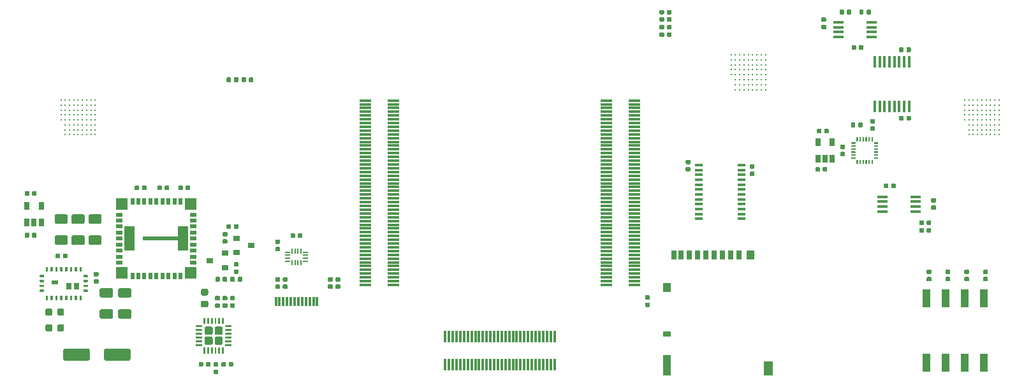
<source format=gbr>
G04 #@! TF.GenerationSoftware,KiCad,Pcbnew,5.1.0-unknown-9e240db~94~ubuntu18.04.1*
G04 #@! TF.CreationDate,2019-04-03T10:40:22+08:00*
G04 #@! TF.ProjectId,ovc3,6f766333-2e6b-4696-9361-645f70636258,rev?*
G04 #@! TF.SameCoordinates,Original*
G04 #@! TF.FileFunction,Paste,Top*
G04 #@! TF.FilePolarity,Positive*
%FSLAX46Y46*%
G04 Gerber Fmt 4.6, Leading zero omitted, Abs format (unit mm)*
G04 Created by KiCad (PCBNEW 5.1.0-unknown-9e240db~94~ubuntu18.04.1) date 2019-04-03 10:40:22*
%MOMM*%
%LPD*%
G04 APERTURE LIST*
%ADD10C,0.100000*%
%ADD11C,0.590000*%
%ADD12C,1.600000*%
%ADD13R,1.500000X0.300000*%
%ADD14R,0.300000X1.500000*%
%ADD15R,1.120000X2.440000*%
%ADD16C,0.300000*%
%ADD17R,0.700000X0.900000*%
%ADD18R,0.900000X0.570000*%
%ADD19C,1.250000*%
%ADD20C,0.875000*%
%ADD21R,0.450000X1.500000*%
%ADD22C,0.250000*%
%ADD23R,1.450000X0.450000*%
%ADD24R,1.100000X0.400000*%
%ADD25R,1.300000X1.900000*%
%ADD26R,1.000000X2.800000*%
%ADD27R,1.000000X0.800000*%
%ADD28R,1.000000X1.200000*%
%ADD29R,0.700000X1.200000*%
%ADD30R,0.650000X1.060000*%
%ADD31C,0.200000*%
%ADD32R,6.000000X0.525000*%
%ADD33R,1.400000X3.290000*%
%ADD34R,0.950000X0.500000*%
%ADD35R,0.500000X0.950000*%
%ADD36R,1.650000X1.650000*%
%ADD37R,0.200000X0.750000*%
%ADD38R,0.200000X0.650000*%
%ADD39R,0.650000X0.200000*%
%ADD40R,0.900000X0.800000*%
%ADD41C,1.090000*%
%ADD42R,0.300000X1.200000*%
G04 APERTURE END LIST*
D10*
G36*
X85476958Y-103080710D02*
G01*
X85491276Y-103082834D01*
X85505317Y-103086351D01*
X85518946Y-103091228D01*
X85532031Y-103097417D01*
X85544447Y-103104858D01*
X85556073Y-103113481D01*
X85566798Y-103123202D01*
X85576519Y-103133927D01*
X85585142Y-103145553D01*
X85592583Y-103157969D01*
X85598772Y-103171054D01*
X85603649Y-103184683D01*
X85607166Y-103198724D01*
X85609290Y-103213042D01*
X85610000Y-103227500D01*
X85610000Y-103572500D01*
X85609290Y-103586958D01*
X85607166Y-103601276D01*
X85603649Y-103615317D01*
X85598772Y-103628946D01*
X85592583Y-103642031D01*
X85585142Y-103654447D01*
X85576519Y-103666073D01*
X85566798Y-103676798D01*
X85556073Y-103686519D01*
X85544447Y-103695142D01*
X85532031Y-103702583D01*
X85518946Y-103708772D01*
X85505317Y-103713649D01*
X85491276Y-103717166D01*
X85476958Y-103719290D01*
X85462500Y-103720000D01*
X85167500Y-103720000D01*
X85153042Y-103719290D01*
X85138724Y-103717166D01*
X85124683Y-103713649D01*
X85111054Y-103708772D01*
X85097969Y-103702583D01*
X85085553Y-103695142D01*
X85073927Y-103686519D01*
X85063202Y-103676798D01*
X85053481Y-103666073D01*
X85044858Y-103654447D01*
X85037417Y-103642031D01*
X85031228Y-103628946D01*
X85026351Y-103615317D01*
X85022834Y-103601276D01*
X85020710Y-103586958D01*
X85020000Y-103572500D01*
X85020000Y-103227500D01*
X85020710Y-103213042D01*
X85022834Y-103198724D01*
X85026351Y-103184683D01*
X85031228Y-103171054D01*
X85037417Y-103157969D01*
X85044858Y-103145553D01*
X85053481Y-103133927D01*
X85063202Y-103123202D01*
X85073927Y-103113481D01*
X85085553Y-103104858D01*
X85097969Y-103097417D01*
X85111054Y-103091228D01*
X85124683Y-103086351D01*
X85138724Y-103082834D01*
X85153042Y-103080710D01*
X85167500Y-103080000D01*
X85462500Y-103080000D01*
X85476958Y-103080710D01*
X85476958Y-103080710D01*
G37*
D11*
X85315000Y-103400000D03*
D10*
G36*
X86446958Y-103080710D02*
G01*
X86461276Y-103082834D01*
X86475317Y-103086351D01*
X86488946Y-103091228D01*
X86502031Y-103097417D01*
X86514447Y-103104858D01*
X86526073Y-103113481D01*
X86536798Y-103123202D01*
X86546519Y-103133927D01*
X86555142Y-103145553D01*
X86562583Y-103157969D01*
X86568772Y-103171054D01*
X86573649Y-103184683D01*
X86577166Y-103198724D01*
X86579290Y-103213042D01*
X86580000Y-103227500D01*
X86580000Y-103572500D01*
X86579290Y-103586958D01*
X86577166Y-103601276D01*
X86573649Y-103615317D01*
X86568772Y-103628946D01*
X86562583Y-103642031D01*
X86555142Y-103654447D01*
X86546519Y-103666073D01*
X86536798Y-103676798D01*
X86526073Y-103686519D01*
X86514447Y-103695142D01*
X86502031Y-103702583D01*
X86488946Y-103708772D01*
X86475317Y-103713649D01*
X86461276Y-103717166D01*
X86446958Y-103719290D01*
X86432500Y-103720000D01*
X86137500Y-103720000D01*
X86123042Y-103719290D01*
X86108724Y-103717166D01*
X86094683Y-103713649D01*
X86081054Y-103708772D01*
X86067969Y-103702583D01*
X86055553Y-103695142D01*
X86043927Y-103686519D01*
X86033202Y-103676798D01*
X86023481Y-103666073D01*
X86014858Y-103654447D01*
X86007417Y-103642031D01*
X86001228Y-103628946D01*
X85996351Y-103615317D01*
X85992834Y-103601276D01*
X85990710Y-103586958D01*
X85990000Y-103572500D01*
X85990000Y-103227500D01*
X85990710Y-103213042D01*
X85992834Y-103198724D01*
X85996351Y-103184683D01*
X86001228Y-103171054D01*
X86007417Y-103157969D01*
X86014858Y-103145553D01*
X86023481Y-103133927D01*
X86033202Y-103123202D01*
X86043927Y-103113481D01*
X86055553Y-103104858D01*
X86067969Y-103097417D01*
X86081054Y-103091228D01*
X86094683Y-103086351D01*
X86108724Y-103082834D01*
X86123042Y-103080710D01*
X86137500Y-103080000D01*
X86432500Y-103080000D01*
X86446958Y-103080710D01*
X86446958Y-103080710D01*
G37*
D11*
X86285000Y-103400000D03*
D10*
G36*
X89324504Y-115701204D02*
G01*
X89348773Y-115704804D01*
X89372571Y-115710765D01*
X89395671Y-115719030D01*
X89417849Y-115729520D01*
X89438893Y-115742133D01*
X89458598Y-115756747D01*
X89476777Y-115773223D01*
X89493253Y-115791402D01*
X89507867Y-115811107D01*
X89520480Y-115832151D01*
X89530970Y-115854329D01*
X89539235Y-115877429D01*
X89545196Y-115901227D01*
X89548796Y-115925496D01*
X89550000Y-115950000D01*
X89550000Y-117050000D01*
X89548796Y-117074504D01*
X89545196Y-117098773D01*
X89539235Y-117122571D01*
X89530970Y-117145671D01*
X89520480Y-117167849D01*
X89507867Y-117188893D01*
X89493253Y-117208598D01*
X89476777Y-117226777D01*
X89458598Y-117243253D01*
X89438893Y-117257867D01*
X89417849Y-117270480D01*
X89395671Y-117280970D01*
X89372571Y-117289235D01*
X89348773Y-117295196D01*
X89324504Y-117298796D01*
X89300000Y-117300000D01*
X86300000Y-117300000D01*
X86275496Y-117298796D01*
X86251227Y-117295196D01*
X86227429Y-117289235D01*
X86204329Y-117280970D01*
X86182151Y-117270480D01*
X86161107Y-117257867D01*
X86141402Y-117243253D01*
X86123223Y-117226777D01*
X86106747Y-117208598D01*
X86092133Y-117188893D01*
X86079520Y-117167849D01*
X86069030Y-117145671D01*
X86060765Y-117122571D01*
X86054804Y-117098773D01*
X86051204Y-117074504D01*
X86050000Y-117050000D01*
X86050000Y-115950000D01*
X86051204Y-115925496D01*
X86054804Y-115901227D01*
X86060765Y-115877429D01*
X86069030Y-115854329D01*
X86079520Y-115832151D01*
X86092133Y-115811107D01*
X86106747Y-115791402D01*
X86123223Y-115773223D01*
X86141402Y-115756747D01*
X86161107Y-115742133D01*
X86182151Y-115729520D01*
X86204329Y-115719030D01*
X86227429Y-115710765D01*
X86251227Y-115704804D01*
X86275496Y-115701204D01*
X86300000Y-115700000D01*
X89300000Y-115700000D01*
X89324504Y-115701204D01*
X89324504Y-115701204D01*
G37*
D12*
X87800000Y-116500000D03*
D10*
G36*
X94724504Y-115701204D02*
G01*
X94748773Y-115704804D01*
X94772571Y-115710765D01*
X94795671Y-115719030D01*
X94817849Y-115729520D01*
X94838893Y-115742133D01*
X94858598Y-115756747D01*
X94876777Y-115773223D01*
X94893253Y-115791402D01*
X94907867Y-115811107D01*
X94920480Y-115832151D01*
X94930970Y-115854329D01*
X94939235Y-115877429D01*
X94945196Y-115901227D01*
X94948796Y-115925496D01*
X94950000Y-115950000D01*
X94950000Y-117050000D01*
X94948796Y-117074504D01*
X94945196Y-117098773D01*
X94939235Y-117122571D01*
X94930970Y-117145671D01*
X94920480Y-117167849D01*
X94907867Y-117188893D01*
X94893253Y-117208598D01*
X94876777Y-117226777D01*
X94858598Y-117243253D01*
X94838893Y-117257867D01*
X94817849Y-117270480D01*
X94795671Y-117280970D01*
X94772571Y-117289235D01*
X94748773Y-117295196D01*
X94724504Y-117298796D01*
X94700000Y-117300000D01*
X91700000Y-117300000D01*
X91675496Y-117298796D01*
X91651227Y-117295196D01*
X91627429Y-117289235D01*
X91604329Y-117280970D01*
X91582151Y-117270480D01*
X91561107Y-117257867D01*
X91541402Y-117243253D01*
X91523223Y-117226777D01*
X91506747Y-117208598D01*
X91492133Y-117188893D01*
X91479520Y-117167849D01*
X91469030Y-117145671D01*
X91460765Y-117122571D01*
X91454804Y-117098773D01*
X91451204Y-117074504D01*
X91450000Y-117050000D01*
X91450000Y-115950000D01*
X91451204Y-115925496D01*
X91454804Y-115901227D01*
X91460765Y-115877429D01*
X91469030Y-115854329D01*
X91479520Y-115832151D01*
X91492133Y-115811107D01*
X91506747Y-115791402D01*
X91523223Y-115773223D01*
X91541402Y-115756747D01*
X91561107Y-115742133D01*
X91582151Y-115729520D01*
X91604329Y-115719030D01*
X91627429Y-115710765D01*
X91651227Y-115704804D01*
X91675496Y-115701204D01*
X91700000Y-115700000D01*
X94700000Y-115700000D01*
X94724504Y-115701204D01*
X94724504Y-115701204D01*
G37*
D12*
X93200000Y-116500000D03*
D13*
X161850000Y-94750000D03*
X161850000Y-94250000D03*
X158150000Y-103750000D03*
X158150000Y-94750000D03*
X158150000Y-92750000D03*
X158150000Y-88250000D03*
X158150000Y-95250000D03*
X161850000Y-84250000D03*
X158150000Y-97250000D03*
X158150000Y-91750000D03*
X161850000Y-88250000D03*
X161850000Y-88750000D03*
X161850000Y-102250000D03*
X161850000Y-106750000D03*
X158150000Y-105250000D03*
X161850000Y-102750000D03*
X161850000Y-82750000D03*
X158150000Y-96750000D03*
X158150000Y-98250000D03*
X158150000Y-102250000D03*
X161850000Y-85750000D03*
X161850000Y-95750000D03*
X161850000Y-106250000D03*
X158150000Y-92250000D03*
X161850000Y-86250000D03*
X161850000Y-84750000D03*
X161850000Y-100250000D03*
X161850000Y-104250000D03*
X161850000Y-97750000D03*
X158150000Y-91250000D03*
X161850000Y-92750000D03*
X158150000Y-83250000D03*
X158150000Y-85250000D03*
X158150000Y-95750000D03*
X158150000Y-100250000D03*
X161850000Y-87750000D03*
X158150000Y-101750000D03*
X161850000Y-103250000D03*
X158150000Y-106250000D03*
X161850000Y-101750000D03*
X158150000Y-87250000D03*
X158150000Y-100750000D03*
X158150000Y-97750000D03*
X158150000Y-107250000D03*
X158150000Y-88750000D03*
X161850000Y-99750000D03*
X158150000Y-98750000D03*
X158150000Y-103250000D03*
X161850000Y-87250000D03*
X158150000Y-87750000D03*
X161850000Y-96250000D03*
X158150000Y-93250000D03*
X158150000Y-90250000D03*
X161850000Y-100750000D03*
X158150000Y-104250000D03*
X158150000Y-90750000D03*
X158150000Y-85750000D03*
X161850000Y-101250000D03*
X158150000Y-99250000D03*
X161850000Y-83250000D03*
X161850000Y-90750000D03*
X161850000Y-98750000D03*
X161850000Y-96750000D03*
X161850000Y-85250000D03*
X158150000Y-101250000D03*
X161850000Y-105750000D03*
X161850000Y-104750000D03*
X158150000Y-84250000D03*
X161850000Y-92250000D03*
X158150000Y-94250000D03*
X158150000Y-96250000D03*
X161850000Y-107250000D03*
X158150000Y-86250000D03*
X161850000Y-89250000D03*
X161850000Y-91250000D03*
X158150000Y-89750000D03*
X161850000Y-93750000D03*
X158150000Y-83750000D03*
X161850000Y-105250000D03*
X161850000Y-99250000D03*
X158150000Y-106750000D03*
X158150000Y-89250000D03*
X161850000Y-91750000D03*
X161850000Y-89750000D03*
X158150000Y-82750000D03*
X161850000Y-98250000D03*
X158150000Y-93750000D03*
X161850000Y-83750000D03*
X158150000Y-84750000D03*
X161850000Y-90250000D03*
X161850000Y-103750000D03*
X161850000Y-97250000D03*
X158150000Y-105750000D03*
X161850000Y-95250000D03*
X158150000Y-102750000D03*
X158150000Y-99750000D03*
X161850000Y-86750000D03*
X161850000Y-93250000D03*
X158150000Y-104750000D03*
X158150000Y-86750000D03*
X129850000Y-90750000D03*
X126150000Y-94250000D03*
X129850000Y-102750000D03*
X126150000Y-96750000D03*
X126150000Y-82750000D03*
X129850000Y-95250000D03*
X126150000Y-97750000D03*
X129850000Y-90250000D03*
X126150000Y-92750000D03*
X126150000Y-93250000D03*
X129850000Y-105750000D03*
X126150000Y-93750000D03*
X126150000Y-106250000D03*
X129850000Y-84750000D03*
X126150000Y-95250000D03*
X129850000Y-105250000D03*
X126150000Y-107250000D03*
X129850000Y-106250000D03*
X129850000Y-95750000D03*
X126150000Y-88750000D03*
X129850000Y-99250000D03*
X126150000Y-100750000D03*
X126150000Y-83250000D03*
X129850000Y-96250000D03*
X126150000Y-87750000D03*
X126150000Y-92250000D03*
X126150000Y-96250000D03*
X126150000Y-84750000D03*
X126150000Y-105250000D03*
X129850000Y-93750000D03*
X126150000Y-103250000D03*
X129850000Y-99750000D03*
X129850000Y-92250000D03*
X129850000Y-83250000D03*
X129850000Y-97250000D03*
X129850000Y-86750000D03*
X126150000Y-91750000D03*
X126150000Y-105750000D03*
X126150000Y-101750000D03*
X129850000Y-88750000D03*
X126150000Y-86250000D03*
X129850000Y-87750000D03*
X126150000Y-83750000D03*
X126150000Y-90250000D03*
X129850000Y-100250000D03*
X126150000Y-95750000D03*
X129850000Y-106750000D03*
X129850000Y-103250000D03*
X126150000Y-87250000D03*
X126150000Y-99750000D03*
X129850000Y-87250000D03*
X129850000Y-94250000D03*
X126150000Y-100250000D03*
X126150000Y-101250000D03*
X129850000Y-93250000D03*
X129850000Y-84250000D03*
X129850000Y-104750000D03*
X126150000Y-98250000D03*
X129850000Y-85750000D03*
X129850000Y-89250000D03*
X126150000Y-91250000D03*
X129850000Y-96750000D03*
X126150000Y-90750000D03*
X129850000Y-100750000D03*
X129850000Y-83750000D03*
X126150000Y-103750000D03*
X129850000Y-88250000D03*
X126150000Y-85750000D03*
X129850000Y-97750000D03*
X129850000Y-85250000D03*
X129850000Y-101250000D03*
X129850000Y-82750000D03*
X126150000Y-85250000D03*
X126150000Y-89750000D03*
X126150000Y-97250000D03*
X129850000Y-91750000D03*
X129850000Y-103750000D03*
X129850000Y-92750000D03*
X129850000Y-89750000D03*
X129850000Y-91250000D03*
X126150000Y-102750000D03*
X129850000Y-98250000D03*
X126150000Y-106750000D03*
X126150000Y-94750000D03*
X129850000Y-101750000D03*
X126150000Y-86750000D03*
X129850000Y-86250000D03*
X126150000Y-102250000D03*
X126150000Y-99250000D03*
X126150000Y-89250000D03*
X126150000Y-104750000D03*
X129850000Y-98750000D03*
X126150000Y-88250000D03*
X126150000Y-84250000D03*
X126150000Y-98750000D03*
X129850000Y-102250000D03*
X129850000Y-94750000D03*
X129850000Y-107250000D03*
X126150000Y-104250000D03*
X129850000Y-104250000D03*
D14*
X140250000Y-117850000D03*
X140750000Y-117850000D03*
X141250000Y-117850000D03*
X140250000Y-114150000D03*
X140750000Y-114150000D03*
X141250000Y-114150000D03*
X151250000Y-117850000D03*
X150750000Y-117850000D03*
X137250000Y-114150000D03*
X137750000Y-114150000D03*
X138250000Y-114150000D03*
X138750000Y-117850000D03*
X139250000Y-117850000D03*
X139750000Y-117850000D03*
X149750000Y-117850000D03*
X141750000Y-114150000D03*
X142250000Y-114150000D03*
X142750000Y-114150000D03*
X149250000Y-114150000D03*
X149750000Y-114150000D03*
X150250000Y-114150000D03*
X147750000Y-117850000D03*
X148250000Y-117850000D03*
X138750000Y-114150000D03*
X139250000Y-114150000D03*
X139750000Y-114150000D03*
X146250000Y-114150000D03*
X146750000Y-114150000D03*
X147250000Y-114150000D03*
X143250000Y-117850000D03*
X143750000Y-117850000D03*
X144250000Y-117850000D03*
X137250000Y-117850000D03*
X137750000Y-117850000D03*
X138250000Y-117850000D03*
X143250000Y-114150000D03*
X143750000Y-114150000D03*
X144250000Y-114150000D03*
X144750000Y-114150000D03*
X145250000Y-114150000D03*
X145750000Y-114150000D03*
X150750000Y-114150000D03*
X151250000Y-114150000D03*
X136750000Y-117850000D03*
X149250000Y-117850000D03*
X136750000Y-114150000D03*
X141750000Y-117850000D03*
X142250000Y-117850000D03*
X142750000Y-117850000D03*
X148750000Y-117850000D03*
X150250000Y-117850000D03*
X146250000Y-117850000D03*
X146750000Y-117850000D03*
X147250000Y-117850000D03*
X144750000Y-117850000D03*
X145250000Y-117850000D03*
X145750000Y-117850000D03*
X147750000Y-114150000D03*
X148250000Y-114150000D03*
X148750000Y-114150000D03*
D10*
G36*
X109146958Y-79680710D02*
G01*
X109161276Y-79682834D01*
X109175317Y-79686351D01*
X109188946Y-79691228D01*
X109202031Y-79697417D01*
X109214447Y-79704858D01*
X109226073Y-79713481D01*
X109236798Y-79723202D01*
X109246519Y-79733927D01*
X109255142Y-79745553D01*
X109262583Y-79757969D01*
X109268772Y-79771054D01*
X109273649Y-79784683D01*
X109277166Y-79798724D01*
X109279290Y-79813042D01*
X109280000Y-79827500D01*
X109280000Y-80172500D01*
X109279290Y-80186958D01*
X109277166Y-80201276D01*
X109273649Y-80215317D01*
X109268772Y-80228946D01*
X109262583Y-80242031D01*
X109255142Y-80254447D01*
X109246519Y-80266073D01*
X109236798Y-80276798D01*
X109226073Y-80286519D01*
X109214447Y-80295142D01*
X109202031Y-80302583D01*
X109188946Y-80308772D01*
X109175317Y-80313649D01*
X109161276Y-80317166D01*
X109146958Y-80319290D01*
X109132500Y-80320000D01*
X108837500Y-80320000D01*
X108823042Y-80319290D01*
X108808724Y-80317166D01*
X108794683Y-80313649D01*
X108781054Y-80308772D01*
X108767969Y-80302583D01*
X108755553Y-80295142D01*
X108743927Y-80286519D01*
X108733202Y-80276798D01*
X108723481Y-80266073D01*
X108714858Y-80254447D01*
X108707417Y-80242031D01*
X108701228Y-80228946D01*
X108696351Y-80215317D01*
X108692834Y-80201276D01*
X108690710Y-80186958D01*
X108690000Y-80172500D01*
X108690000Y-79827500D01*
X108690710Y-79813042D01*
X108692834Y-79798724D01*
X108696351Y-79784683D01*
X108701228Y-79771054D01*
X108707417Y-79757969D01*
X108714858Y-79745553D01*
X108723481Y-79733927D01*
X108733202Y-79723202D01*
X108743927Y-79713481D01*
X108755553Y-79704858D01*
X108767969Y-79697417D01*
X108781054Y-79691228D01*
X108794683Y-79686351D01*
X108808724Y-79682834D01*
X108823042Y-79680710D01*
X108837500Y-79680000D01*
X109132500Y-79680000D01*
X109146958Y-79680710D01*
X109146958Y-79680710D01*
G37*
D11*
X108985000Y-80000000D03*
D10*
G36*
X108176958Y-79680710D02*
G01*
X108191276Y-79682834D01*
X108205317Y-79686351D01*
X108218946Y-79691228D01*
X108232031Y-79697417D01*
X108244447Y-79704858D01*
X108256073Y-79713481D01*
X108266798Y-79723202D01*
X108276519Y-79733927D01*
X108285142Y-79745553D01*
X108292583Y-79757969D01*
X108298772Y-79771054D01*
X108303649Y-79784683D01*
X108307166Y-79798724D01*
X108309290Y-79813042D01*
X108310000Y-79827500D01*
X108310000Y-80172500D01*
X108309290Y-80186958D01*
X108307166Y-80201276D01*
X108303649Y-80215317D01*
X108298772Y-80228946D01*
X108292583Y-80242031D01*
X108285142Y-80254447D01*
X108276519Y-80266073D01*
X108266798Y-80276798D01*
X108256073Y-80286519D01*
X108244447Y-80295142D01*
X108232031Y-80302583D01*
X108218946Y-80308772D01*
X108205317Y-80313649D01*
X108191276Y-80317166D01*
X108176958Y-80319290D01*
X108162500Y-80320000D01*
X107867500Y-80320000D01*
X107853042Y-80319290D01*
X107838724Y-80317166D01*
X107824683Y-80313649D01*
X107811054Y-80308772D01*
X107797969Y-80302583D01*
X107785553Y-80295142D01*
X107773927Y-80286519D01*
X107763202Y-80276798D01*
X107753481Y-80266073D01*
X107744858Y-80254447D01*
X107737417Y-80242031D01*
X107731228Y-80228946D01*
X107726351Y-80215317D01*
X107722834Y-80201276D01*
X107720710Y-80186958D01*
X107720000Y-80172500D01*
X107720000Y-79827500D01*
X107720710Y-79813042D01*
X107722834Y-79798724D01*
X107726351Y-79784683D01*
X107731228Y-79771054D01*
X107737417Y-79757969D01*
X107744858Y-79745553D01*
X107753481Y-79733927D01*
X107763202Y-79723202D01*
X107773927Y-79713481D01*
X107785553Y-79704858D01*
X107797969Y-79697417D01*
X107811054Y-79691228D01*
X107824683Y-79686351D01*
X107838724Y-79682834D01*
X107853042Y-79680710D01*
X107867500Y-79680000D01*
X108162500Y-79680000D01*
X108176958Y-79680710D01*
X108176958Y-79680710D01*
G37*
D11*
X108015000Y-80000000D03*
D10*
G36*
X110176958Y-79680710D02*
G01*
X110191276Y-79682834D01*
X110205317Y-79686351D01*
X110218946Y-79691228D01*
X110232031Y-79697417D01*
X110244447Y-79704858D01*
X110256073Y-79713481D01*
X110266798Y-79723202D01*
X110276519Y-79733927D01*
X110285142Y-79745553D01*
X110292583Y-79757969D01*
X110298772Y-79771054D01*
X110303649Y-79784683D01*
X110307166Y-79798724D01*
X110309290Y-79813042D01*
X110310000Y-79827500D01*
X110310000Y-80172500D01*
X110309290Y-80186958D01*
X110307166Y-80201276D01*
X110303649Y-80215317D01*
X110298772Y-80228946D01*
X110292583Y-80242031D01*
X110285142Y-80254447D01*
X110276519Y-80266073D01*
X110266798Y-80276798D01*
X110256073Y-80286519D01*
X110244447Y-80295142D01*
X110232031Y-80302583D01*
X110218946Y-80308772D01*
X110205317Y-80313649D01*
X110191276Y-80317166D01*
X110176958Y-80319290D01*
X110162500Y-80320000D01*
X109867500Y-80320000D01*
X109853042Y-80319290D01*
X109838724Y-80317166D01*
X109824683Y-80313649D01*
X109811054Y-80308772D01*
X109797969Y-80302583D01*
X109785553Y-80295142D01*
X109773927Y-80286519D01*
X109763202Y-80276798D01*
X109753481Y-80266073D01*
X109744858Y-80254447D01*
X109737417Y-80242031D01*
X109731228Y-80228946D01*
X109726351Y-80215317D01*
X109722834Y-80201276D01*
X109720710Y-80186958D01*
X109720000Y-80172500D01*
X109720000Y-79827500D01*
X109720710Y-79813042D01*
X109722834Y-79798724D01*
X109726351Y-79784683D01*
X109731228Y-79771054D01*
X109737417Y-79757969D01*
X109744858Y-79745553D01*
X109753481Y-79733927D01*
X109763202Y-79723202D01*
X109773927Y-79713481D01*
X109785553Y-79704858D01*
X109797969Y-79697417D01*
X109811054Y-79691228D01*
X109824683Y-79686351D01*
X109838724Y-79682834D01*
X109853042Y-79680710D01*
X109867500Y-79680000D01*
X110162500Y-79680000D01*
X110176958Y-79680710D01*
X110176958Y-79680710D01*
G37*
D11*
X110015000Y-80000000D03*
D10*
G36*
X111146958Y-79680710D02*
G01*
X111161276Y-79682834D01*
X111175317Y-79686351D01*
X111188946Y-79691228D01*
X111202031Y-79697417D01*
X111214447Y-79704858D01*
X111226073Y-79713481D01*
X111236798Y-79723202D01*
X111246519Y-79733927D01*
X111255142Y-79745553D01*
X111262583Y-79757969D01*
X111268772Y-79771054D01*
X111273649Y-79784683D01*
X111277166Y-79798724D01*
X111279290Y-79813042D01*
X111280000Y-79827500D01*
X111280000Y-80172500D01*
X111279290Y-80186958D01*
X111277166Y-80201276D01*
X111273649Y-80215317D01*
X111268772Y-80228946D01*
X111262583Y-80242031D01*
X111255142Y-80254447D01*
X111246519Y-80266073D01*
X111236798Y-80276798D01*
X111226073Y-80286519D01*
X111214447Y-80295142D01*
X111202031Y-80302583D01*
X111188946Y-80308772D01*
X111175317Y-80313649D01*
X111161276Y-80317166D01*
X111146958Y-80319290D01*
X111132500Y-80320000D01*
X110837500Y-80320000D01*
X110823042Y-80319290D01*
X110808724Y-80317166D01*
X110794683Y-80313649D01*
X110781054Y-80308772D01*
X110767969Y-80302583D01*
X110755553Y-80295142D01*
X110743927Y-80286519D01*
X110733202Y-80276798D01*
X110723481Y-80266073D01*
X110714858Y-80254447D01*
X110707417Y-80242031D01*
X110701228Y-80228946D01*
X110696351Y-80215317D01*
X110692834Y-80201276D01*
X110690710Y-80186958D01*
X110690000Y-80172500D01*
X110690000Y-79827500D01*
X110690710Y-79813042D01*
X110692834Y-79798724D01*
X110696351Y-79784683D01*
X110701228Y-79771054D01*
X110707417Y-79757969D01*
X110714858Y-79745553D01*
X110723481Y-79733927D01*
X110733202Y-79723202D01*
X110743927Y-79713481D01*
X110755553Y-79704858D01*
X110767969Y-79697417D01*
X110781054Y-79691228D01*
X110794683Y-79686351D01*
X110808724Y-79682834D01*
X110823042Y-79680710D01*
X110837500Y-79680000D01*
X111132500Y-79680000D01*
X111146958Y-79680710D01*
X111146958Y-79680710D01*
G37*
D11*
X110985000Y-80000000D03*
D15*
X200690000Y-109000000D03*
X208310000Y-117610000D03*
X203230000Y-109000000D03*
X205770000Y-117610000D03*
X205770000Y-109000000D03*
X203230000Y-117610000D03*
X208310000Y-109000000D03*
X200690000Y-117610000D03*
D10*
G36*
X208686958Y-106190710D02*
G01*
X208701276Y-106192834D01*
X208715317Y-106196351D01*
X208728946Y-106201228D01*
X208742031Y-106207417D01*
X208754447Y-106214858D01*
X208766073Y-106223481D01*
X208776798Y-106233202D01*
X208786519Y-106243927D01*
X208795142Y-106255553D01*
X208802583Y-106267969D01*
X208808772Y-106281054D01*
X208813649Y-106294683D01*
X208817166Y-106308724D01*
X208819290Y-106323042D01*
X208820000Y-106337500D01*
X208820000Y-106632500D01*
X208819290Y-106646958D01*
X208817166Y-106661276D01*
X208813649Y-106675317D01*
X208808772Y-106688946D01*
X208802583Y-106702031D01*
X208795142Y-106714447D01*
X208786519Y-106726073D01*
X208776798Y-106736798D01*
X208766073Y-106746519D01*
X208754447Y-106755142D01*
X208742031Y-106762583D01*
X208728946Y-106768772D01*
X208715317Y-106773649D01*
X208701276Y-106777166D01*
X208686958Y-106779290D01*
X208672500Y-106780000D01*
X208327500Y-106780000D01*
X208313042Y-106779290D01*
X208298724Y-106777166D01*
X208284683Y-106773649D01*
X208271054Y-106768772D01*
X208257969Y-106762583D01*
X208245553Y-106755142D01*
X208233927Y-106746519D01*
X208223202Y-106736798D01*
X208213481Y-106726073D01*
X208204858Y-106714447D01*
X208197417Y-106702031D01*
X208191228Y-106688946D01*
X208186351Y-106675317D01*
X208182834Y-106661276D01*
X208180710Y-106646958D01*
X208180000Y-106632500D01*
X208180000Y-106337500D01*
X208180710Y-106323042D01*
X208182834Y-106308724D01*
X208186351Y-106294683D01*
X208191228Y-106281054D01*
X208197417Y-106267969D01*
X208204858Y-106255553D01*
X208213481Y-106243927D01*
X208223202Y-106233202D01*
X208233927Y-106223481D01*
X208245553Y-106214858D01*
X208257969Y-106207417D01*
X208271054Y-106201228D01*
X208284683Y-106196351D01*
X208298724Y-106192834D01*
X208313042Y-106190710D01*
X208327500Y-106190000D01*
X208672500Y-106190000D01*
X208686958Y-106190710D01*
X208686958Y-106190710D01*
G37*
D11*
X208500000Y-106485000D03*
D10*
G36*
X208686958Y-105220710D02*
G01*
X208701276Y-105222834D01*
X208715317Y-105226351D01*
X208728946Y-105231228D01*
X208742031Y-105237417D01*
X208754447Y-105244858D01*
X208766073Y-105253481D01*
X208776798Y-105263202D01*
X208786519Y-105273927D01*
X208795142Y-105285553D01*
X208802583Y-105297969D01*
X208808772Y-105311054D01*
X208813649Y-105324683D01*
X208817166Y-105338724D01*
X208819290Y-105353042D01*
X208820000Y-105367500D01*
X208820000Y-105662500D01*
X208819290Y-105676958D01*
X208817166Y-105691276D01*
X208813649Y-105705317D01*
X208808772Y-105718946D01*
X208802583Y-105732031D01*
X208795142Y-105744447D01*
X208786519Y-105756073D01*
X208776798Y-105766798D01*
X208766073Y-105776519D01*
X208754447Y-105785142D01*
X208742031Y-105792583D01*
X208728946Y-105798772D01*
X208715317Y-105803649D01*
X208701276Y-105807166D01*
X208686958Y-105809290D01*
X208672500Y-105810000D01*
X208327500Y-105810000D01*
X208313042Y-105809290D01*
X208298724Y-105807166D01*
X208284683Y-105803649D01*
X208271054Y-105798772D01*
X208257969Y-105792583D01*
X208245553Y-105785142D01*
X208233927Y-105776519D01*
X208223202Y-105766798D01*
X208213481Y-105756073D01*
X208204858Y-105744447D01*
X208197417Y-105732031D01*
X208191228Y-105718946D01*
X208186351Y-105705317D01*
X208182834Y-105691276D01*
X208180710Y-105676958D01*
X208180000Y-105662500D01*
X208180000Y-105367500D01*
X208180710Y-105353042D01*
X208182834Y-105338724D01*
X208186351Y-105324683D01*
X208191228Y-105311054D01*
X208197417Y-105297969D01*
X208204858Y-105285553D01*
X208213481Y-105273927D01*
X208223202Y-105263202D01*
X208233927Y-105253481D01*
X208245553Y-105244858D01*
X208257969Y-105237417D01*
X208271054Y-105231228D01*
X208284683Y-105226351D01*
X208298724Y-105222834D01*
X208313042Y-105220710D01*
X208327500Y-105220000D01*
X208672500Y-105220000D01*
X208686958Y-105220710D01*
X208686958Y-105220710D01*
G37*
D11*
X208500000Y-105515000D03*
D10*
G36*
X206186958Y-106190710D02*
G01*
X206201276Y-106192834D01*
X206215317Y-106196351D01*
X206228946Y-106201228D01*
X206242031Y-106207417D01*
X206254447Y-106214858D01*
X206266073Y-106223481D01*
X206276798Y-106233202D01*
X206286519Y-106243927D01*
X206295142Y-106255553D01*
X206302583Y-106267969D01*
X206308772Y-106281054D01*
X206313649Y-106294683D01*
X206317166Y-106308724D01*
X206319290Y-106323042D01*
X206320000Y-106337500D01*
X206320000Y-106632500D01*
X206319290Y-106646958D01*
X206317166Y-106661276D01*
X206313649Y-106675317D01*
X206308772Y-106688946D01*
X206302583Y-106702031D01*
X206295142Y-106714447D01*
X206286519Y-106726073D01*
X206276798Y-106736798D01*
X206266073Y-106746519D01*
X206254447Y-106755142D01*
X206242031Y-106762583D01*
X206228946Y-106768772D01*
X206215317Y-106773649D01*
X206201276Y-106777166D01*
X206186958Y-106779290D01*
X206172500Y-106780000D01*
X205827500Y-106780000D01*
X205813042Y-106779290D01*
X205798724Y-106777166D01*
X205784683Y-106773649D01*
X205771054Y-106768772D01*
X205757969Y-106762583D01*
X205745553Y-106755142D01*
X205733927Y-106746519D01*
X205723202Y-106736798D01*
X205713481Y-106726073D01*
X205704858Y-106714447D01*
X205697417Y-106702031D01*
X205691228Y-106688946D01*
X205686351Y-106675317D01*
X205682834Y-106661276D01*
X205680710Y-106646958D01*
X205680000Y-106632500D01*
X205680000Y-106337500D01*
X205680710Y-106323042D01*
X205682834Y-106308724D01*
X205686351Y-106294683D01*
X205691228Y-106281054D01*
X205697417Y-106267969D01*
X205704858Y-106255553D01*
X205713481Y-106243927D01*
X205723202Y-106233202D01*
X205733927Y-106223481D01*
X205745553Y-106214858D01*
X205757969Y-106207417D01*
X205771054Y-106201228D01*
X205784683Y-106196351D01*
X205798724Y-106192834D01*
X205813042Y-106190710D01*
X205827500Y-106190000D01*
X206172500Y-106190000D01*
X206186958Y-106190710D01*
X206186958Y-106190710D01*
G37*
D11*
X206000000Y-106485000D03*
D10*
G36*
X206186958Y-105220710D02*
G01*
X206201276Y-105222834D01*
X206215317Y-105226351D01*
X206228946Y-105231228D01*
X206242031Y-105237417D01*
X206254447Y-105244858D01*
X206266073Y-105253481D01*
X206276798Y-105263202D01*
X206286519Y-105273927D01*
X206295142Y-105285553D01*
X206302583Y-105297969D01*
X206308772Y-105311054D01*
X206313649Y-105324683D01*
X206317166Y-105338724D01*
X206319290Y-105353042D01*
X206320000Y-105367500D01*
X206320000Y-105662500D01*
X206319290Y-105676958D01*
X206317166Y-105691276D01*
X206313649Y-105705317D01*
X206308772Y-105718946D01*
X206302583Y-105732031D01*
X206295142Y-105744447D01*
X206286519Y-105756073D01*
X206276798Y-105766798D01*
X206266073Y-105776519D01*
X206254447Y-105785142D01*
X206242031Y-105792583D01*
X206228946Y-105798772D01*
X206215317Y-105803649D01*
X206201276Y-105807166D01*
X206186958Y-105809290D01*
X206172500Y-105810000D01*
X205827500Y-105810000D01*
X205813042Y-105809290D01*
X205798724Y-105807166D01*
X205784683Y-105803649D01*
X205771054Y-105798772D01*
X205757969Y-105792583D01*
X205745553Y-105785142D01*
X205733927Y-105776519D01*
X205723202Y-105766798D01*
X205713481Y-105756073D01*
X205704858Y-105744447D01*
X205697417Y-105732031D01*
X205691228Y-105718946D01*
X205686351Y-105705317D01*
X205682834Y-105691276D01*
X205680710Y-105676958D01*
X205680000Y-105662500D01*
X205680000Y-105367500D01*
X205680710Y-105353042D01*
X205682834Y-105338724D01*
X205686351Y-105324683D01*
X205691228Y-105311054D01*
X205697417Y-105297969D01*
X205704858Y-105285553D01*
X205713481Y-105273927D01*
X205723202Y-105263202D01*
X205733927Y-105253481D01*
X205745553Y-105244858D01*
X205757969Y-105237417D01*
X205771054Y-105231228D01*
X205784683Y-105226351D01*
X205798724Y-105222834D01*
X205813042Y-105220710D01*
X205827500Y-105220000D01*
X206172500Y-105220000D01*
X206186958Y-105220710D01*
X206186958Y-105220710D01*
G37*
D11*
X206000000Y-105515000D03*
D10*
G36*
X203686958Y-106190710D02*
G01*
X203701276Y-106192834D01*
X203715317Y-106196351D01*
X203728946Y-106201228D01*
X203742031Y-106207417D01*
X203754447Y-106214858D01*
X203766073Y-106223481D01*
X203776798Y-106233202D01*
X203786519Y-106243927D01*
X203795142Y-106255553D01*
X203802583Y-106267969D01*
X203808772Y-106281054D01*
X203813649Y-106294683D01*
X203817166Y-106308724D01*
X203819290Y-106323042D01*
X203820000Y-106337500D01*
X203820000Y-106632500D01*
X203819290Y-106646958D01*
X203817166Y-106661276D01*
X203813649Y-106675317D01*
X203808772Y-106688946D01*
X203802583Y-106702031D01*
X203795142Y-106714447D01*
X203786519Y-106726073D01*
X203776798Y-106736798D01*
X203766073Y-106746519D01*
X203754447Y-106755142D01*
X203742031Y-106762583D01*
X203728946Y-106768772D01*
X203715317Y-106773649D01*
X203701276Y-106777166D01*
X203686958Y-106779290D01*
X203672500Y-106780000D01*
X203327500Y-106780000D01*
X203313042Y-106779290D01*
X203298724Y-106777166D01*
X203284683Y-106773649D01*
X203271054Y-106768772D01*
X203257969Y-106762583D01*
X203245553Y-106755142D01*
X203233927Y-106746519D01*
X203223202Y-106736798D01*
X203213481Y-106726073D01*
X203204858Y-106714447D01*
X203197417Y-106702031D01*
X203191228Y-106688946D01*
X203186351Y-106675317D01*
X203182834Y-106661276D01*
X203180710Y-106646958D01*
X203180000Y-106632500D01*
X203180000Y-106337500D01*
X203180710Y-106323042D01*
X203182834Y-106308724D01*
X203186351Y-106294683D01*
X203191228Y-106281054D01*
X203197417Y-106267969D01*
X203204858Y-106255553D01*
X203213481Y-106243927D01*
X203223202Y-106233202D01*
X203233927Y-106223481D01*
X203245553Y-106214858D01*
X203257969Y-106207417D01*
X203271054Y-106201228D01*
X203284683Y-106196351D01*
X203298724Y-106192834D01*
X203313042Y-106190710D01*
X203327500Y-106190000D01*
X203672500Y-106190000D01*
X203686958Y-106190710D01*
X203686958Y-106190710D01*
G37*
D11*
X203500000Y-106485000D03*
D10*
G36*
X203686958Y-105220710D02*
G01*
X203701276Y-105222834D01*
X203715317Y-105226351D01*
X203728946Y-105231228D01*
X203742031Y-105237417D01*
X203754447Y-105244858D01*
X203766073Y-105253481D01*
X203776798Y-105263202D01*
X203786519Y-105273927D01*
X203795142Y-105285553D01*
X203802583Y-105297969D01*
X203808772Y-105311054D01*
X203813649Y-105324683D01*
X203817166Y-105338724D01*
X203819290Y-105353042D01*
X203820000Y-105367500D01*
X203820000Y-105662500D01*
X203819290Y-105676958D01*
X203817166Y-105691276D01*
X203813649Y-105705317D01*
X203808772Y-105718946D01*
X203802583Y-105732031D01*
X203795142Y-105744447D01*
X203786519Y-105756073D01*
X203776798Y-105766798D01*
X203766073Y-105776519D01*
X203754447Y-105785142D01*
X203742031Y-105792583D01*
X203728946Y-105798772D01*
X203715317Y-105803649D01*
X203701276Y-105807166D01*
X203686958Y-105809290D01*
X203672500Y-105810000D01*
X203327500Y-105810000D01*
X203313042Y-105809290D01*
X203298724Y-105807166D01*
X203284683Y-105803649D01*
X203271054Y-105798772D01*
X203257969Y-105792583D01*
X203245553Y-105785142D01*
X203233927Y-105776519D01*
X203223202Y-105766798D01*
X203213481Y-105756073D01*
X203204858Y-105744447D01*
X203197417Y-105732031D01*
X203191228Y-105718946D01*
X203186351Y-105705317D01*
X203182834Y-105691276D01*
X203180710Y-105676958D01*
X203180000Y-105662500D01*
X203180000Y-105367500D01*
X203180710Y-105353042D01*
X203182834Y-105338724D01*
X203186351Y-105324683D01*
X203191228Y-105311054D01*
X203197417Y-105297969D01*
X203204858Y-105285553D01*
X203213481Y-105273927D01*
X203223202Y-105263202D01*
X203233927Y-105253481D01*
X203245553Y-105244858D01*
X203257969Y-105237417D01*
X203271054Y-105231228D01*
X203284683Y-105226351D01*
X203298724Y-105222834D01*
X203313042Y-105220710D01*
X203327500Y-105220000D01*
X203672500Y-105220000D01*
X203686958Y-105220710D01*
X203686958Y-105220710D01*
G37*
D11*
X203500000Y-105515000D03*
D10*
G36*
X201186958Y-106190710D02*
G01*
X201201276Y-106192834D01*
X201215317Y-106196351D01*
X201228946Y-106201228D01*
X201242031Y-106207417D01*
X201254447Y-106214858D01*
X201266073Y-106223481D01*
X201276798Y-106233202D01*
X201286519Y-106243927D01*
X201295142Y-106255553D01*
X201302583Y-106267969D01*
X201308772Y-106281054D01*
X201313649Y-106294683D01*
X201317166Y-106308724D01*
X201319290Y-106323042D01*
X201320000Y-106337500D01*
X201320000Y-106632500D01*
X201319290Y-106646958D01*
X201317166Y-106661276D01*
X201313649Y-106675317D01*
X201308772Y-106688946D01*
X201302583Y-106702031D01*
X201295142Y-106714447D01*
X201286519Y-106726073D01*
X201276798Y-106736798D01*
X201266073Y-106746519D01*
X201254447Y-106755142D01*
X201242031Y-106762583D01*
X201228946Y-106768772D01*
X201215317Y-106773649D01*
X201201276Y-106777166D01*
X201186958Y-106779290D01*
X201172500Y-106780000D01*
X200827500Y-106780000D01*
X200813042Y-106779290D01*
X200798724Y-106777166D01*
X200784683Y-106773649D01*
X200771054Y-106768772D01*
X200757969Y-106762583D01*
X200745553Y-106755142D01*
X200733927Y-106746519D01*
X200723202Y-106736798D01*
X200713481Y-106726073D01*
X200704858Y-106714447D01*
X200697417Y-106702031D01*
X200691228Y-106688946D01*
X200686351Y-106675317D01*
X200682834Y-106661276D01*
X200680710Y-106646958D01*
X200680000Y-106632500D01*
X200680000Y-106337500D01*
X200680710Y-106323042D01*
X200682834Y-106308724D01*
X200686351Y-106294683D01*
X200691228Y-106281054D01*
X200697417Y-106267969D01*
X200704858Y-106255553D01*
X200713481Y-106243927D01*
X200723202Y-106233202D01*
X200733927Y-106223481D01*
X200745553Y-106214858D01*
X200757969Y-106207417D01*
X200771054Y-106201228D01*
X200784683Y-106196351D01*
X200798724Y-106192834D01*
X200813042Y-106190710D01*
X200827500Y-106190000D01*
X201172500Y-106190000D01*
X201186958Y-106190710D01*
X201186958Y-106190710D01*
G37*
D11*
X201000000Y-106485000D03*
D10*
G36*
X201186958Y-105220710D02*
G01*
X201201276Y-105222834D01*
X201215317Y-105226351D01*
X201228946Y-105231228D01*
X201242031Y-105237417D01*
X201254447Y-105244858D01*
X201266073Y-105253481D01*
X201276798Y-105263202D01*
X201286519Y-105273927D01*
X201295142Y-105285553D01*
X201302583Y-105297969D01*
X201308772Y-105311054D01*
X201313649Y-105324683D01*
X201317166Y-105338724D01*
X201319290Y-105353042D01*
X201320000Y-105367500D01*
X201320000Y-105662500D01*
X201319290Y-105676958D01*
X201317166Y-105691276D01*
X201313649Y-105705317D01*
X201308772Y-105718946D01*
X201302583Y-105732031D01*
X201295142Y-105744447D01*
X201286519Y-105756073D01*
X201276798Y-105766798D01*
X201266073Y-105776519D01*
X201254447Y-105785142D01*
X201242031Y-105792583D01*
X201228946Y-105798772D01*
X201215317Y-105803649D01*
X201201276Y-105807166D01*
X201186958Y-105809290D01*
X201172500Y-105810000D01*
X200827500Y-105810000D01*
X200813042Y-105809290D01*
X200798724Y-105807166D01*
X200784683Y-105803649D01*
X200771054Y-105798772D01*
X200757969Y-105792583D01*
X200745553Y-105785142D01*
X200733927Y-105776519D01*
X200723202Y-105766798D01*
X200713481Y-105756073D01*
X200704858Y-105744447D01*
X200697417Y-105732031D01*
X200691228Y-105718946D01*
X200686351Y-105705317D01*
X200682834Y-105691276D01*
X200680710Y-105676958D01*
X200680000Y-105662500D01*
X200680000Y-105367500D01*
X200680710Y-105353042D01*
X200682834Y-105338724D01*
X200686351Y-105324683D01*
X200691228Y-105311054D01*
X200697417Y-105297969D01*
X200704858Y-105285553D01*
X200713481Y-105273927D01*
X200723202Y-105263202D01*
X200733927Y-105253481D01*
X200745553Y-105244858D01*
X200757969Y-105237417D01*
X200771054Y-105231228D01*
X200784683Y-105226351D01*
X200798724Y-105222834D01*
X200813042Y-105220710D01*
X200827500Y-105220000D01*
X201172500Y-105220000D01*
X201186958Y-105220710D01*
X201186958Y-105220710D01*
G37*
D11*
X201000000Y-105515000D03*
D10*
G36*
X88432351Y-108650361D02*
G01*
X88439632Y-108651441D01*
X88446771Y-108653229D01*
X88453701Y-108655709D01*
X88460355Y-108658856D01*
X88466668Y-108662640D01*
X88472579Y-108667024D01*
X88478033Y-108671967D01*
X88482976Y-108677421D01*
X88487360Y-108683332D01*
X88491144Y-108689645D01*
X88494291Y-108696299D01*
X88496771Y-108703229D01*
X88498559Y-108710368D01*
X88499639Y-108717649D01*
X88500000Y-108725000D01*
X88500000Y-109175000D01*
X88499639Y-109182351D01*
X88498559Y-109189632D01*
X88496771Y-109196771D01*
X88494291Y-109203701D01*
X88491144Y-109210355D01*
X88487360Y-109216668D01*
X88482976Y-109222579D01*
X88478033Y-109228033D01*
X88472579Y-109232976D01*
X88466668Y-109237360D01*
X88460355Y-109241144D01*
X88453701Y-109244291D01*
X88446771Y-109246771D01*
X88439632Y-109248559D01*
X88432351Y-109249639D01*
X88425000Y-109250000D01*
X88275000Y-109250000D01*
X88267649Y-109249639D01*
X88260368Y-109248559D01*
X88253229Y-109246771D01*
X88246299Y-109244291D01*
X88239645Y-109241144D01*
X88233332Y-109237360D01*
X88227421Y-109232976D01*
X88221967Y-109228033D01*
X88217024Y-109222579D01*
X88212640Y-109216668D01*
X88208856Y-109210355D01*
X88205709Y-109203701D01*
X88203229Y-109196771D01*
X88201441Y-109189632D01*
X88200361Y-109182351D01*
X88200000Y-109175000D01*
X88200000Y-108725000D01*
X88200361Y-108717649D01*
X88201441Y-108710368D01*
X88203229Y-108703229D01*
X88205709Y-108696299D01*
X88208856Y-108689645D01*
X88212640Y-108683332D01*
X88217024Y-108677421D01*
X88221967Y-108671967D01*
X88227421Y-108667024D01*
X88233332Y-108662640D01*
X88239645Y-108658856D01*
X88246299Y-108655709D01*
X88253229Y-108653229D01*
X88260368Y-108651441D01*
X88267649Y-108650361D01*
X88275000Y-108650000D01*
X88425000Y-108650000D01*
X88432351Y-108650361D01*
X88432351Y-108650361D01*
G37*
D16*
X88350000Y-108950000D03*
D10*
G36*
X83432351Y-107225361D02*
G01*
X83439632Y-107226441D01*
X83446771Y-107228229D01*
X83453701Y-107230709D01*
X83460355Y-107233856D01*
X83466668Y-107237640D01*
X83472579Y-107242024D01*
X83478033Y-107246967D01*
X83482976Y-107252421D01*
X83487360Y-107258332D01*
X83491144Y-107264645D01*
X83494291Y-107271299D01*
X83496771Y-107278229D01*
X83498559Y-107285368D01*
X83499639Y-107292649D01*
X83500000Y-107300000D01*
X83500000Y-107450000D01*
X83499639Y-107457351D01*
X83498559Y-107464632D01*
X83496771Y-107471771D01*
X83494291Y-107478701D01*
X83491144Y-107485355D01*
X83487360Y-107491668D01*
X83482976Y-107497579D01*
X83478033Y-107503033D01*
X83472579Y-107507976D01*
X83466668Y-107512360D01*
X83460355Y-107516144D01*
X83453701Y-107519291D01*
X83446771Y-107521771D01*
X83439632Y-107523559D01*
X83432351Y-107524639D01*
X83425000Y-107525000D01*
X82975000Y-107525000D01*
X82967649Y-107524639D01*
X82960368Y-107523559D01*
X82953229Y-107521771D01*
X82946299Y-107519291D01*
X82939645Y-107516144D01*
X82933332Y-107512360D01*
X82927421Y-107507976D01*
X82921967Y-107503033D01*
X82917024Y-107497579D01*
X82912640Y-107491668D01*
X82908856Y-107485355D01*
X82905709Y-107478701D01*
X82903229Y-107471771D01*
X82901441Y-107464632D01*
X82900361Y-107457351D01*
X82900000Y-107450000D01*
X82900000Y-107300000D01*
X82900361Y-107292649D01*
X82901441Y-107285368D01*
X82903229Y-107278229D01*
X82905709Y-107271299D01*
X82908856Y-107264645D01*
X82912640Y-107258332D01*
X82917024Y-107252421D01*
X82921967Y-107246967D01*
X82927421Y-107242024D01*
X82933332Y-107237640D01*
X82939645Y-107233856D01*
X82946299Y-107230709D01*
X82953229Y-107228229D01*
X82960368Y-107226441D01*
X82967649Y-107225361D01*
X82975000Y-107225000D01*
X83425000Y-107225000D01*
X83432351Y-107225361D01*
X83432351Y-107225361D01*
G37*
D16*
X83200000Y-107375000D03*
D10*
G36*
X83432351Y-106575361D02*
G01*
X83439632Y-106576441D01*
X83446771Y-106578229D01*
X83453701Y-106580709D01*
X83460355Y-106583856D01*
X83466668Y-106587640D01*
X83472579Y-106592024D01*
X83478033Y-106596967D01*
X83482976Y-106602421D01*
X83487360Y-106608332D01*
X83491144Y-106614645D01*
X83494291Y-106621299D01*
X83496771Y-106628229D01*
X83498559Y-106635368D01*
X83499639Y-106642649D01*
X83500000Y-106650000D01*
X83500000Y-106800000D01*
X83499639Y-106807351D01*
X83498559Y-106814632D01*
X83496771Y-106821771D01*
X83494291Y-106828701D01*
X83491144Y-106835355D01*
X83487360Y-106841668D01*
X83482976Y-106847579D01*
X83478033Y-106853033D01*
X83472579Y-106857976D01*
X83466668Y-106862360D01*
X83460355Y-106866144D01*
X83453701Y-106869291D01*
X83446771Y-106871771D01*
X83439632Y-106873559D01*
X83432351Y-106874639D01*
X83425000Y-106875000D01*
X82975000Y-106875000D01*
X82967649Y-106874639D01*
X82960368Y-106873559D01*
X82953229Y-106871771D01*
X82946299Y-106869291D01*
X82939645Y-106866144D01*
X82933332Y-106862360D01*
X82927421Y-106857976D01*
X82921967Y-106853033D01*
X82917024Y-106847579D01*
X82912640Y-106841668D01*
X82908856Y-106835355D01*
X82905709Y-106828701D01*
X82903229Y-106821771D01*
X82901441Y-106814632D01*
X82900361Y-106807351D01*
X82900000Y-106800000D01*
X82900000Y-106650000D01*
X82900361Y-106642649D01*
X82901441Y-106635368D01*
X82903229Y-106628229D01*
X82905709Y-106621299D01*
X82908856Y-106614645D01*
X82912640Y-106608332D01*
X82917024Y-106602421D01*
X82921967Y-106596967D01*
X82927421Y-106592024D01*
X82933332Y-106587640D01*
X82939645Y-106583856D01*
X82946299Y-106580709D01*
X82953229Y-106578229D01*
X82960368Y-106576441D01*
X82967649Y-106575361D01*
X82975000Y-106575000D01*
X83425000Y-106575000D01*
X83432351Y-106575361D01*
X83432351Y-106575361D01*
G37*
D16*
X83200000Y-106725000D03*
D10*
G36*
X87807351Y-108650361D02*
G01*
X87814632Y-108651441D01*
X87821771Y-108653229D01*
X87828701Y-108655709D01*
X87835355Y-108658856D01*
X87841668Y-108662640D01*
X87847579Y-108667024D01*
X87853033Y-108671967D01*
X87857976Y-108677421D01*
X87862360Y-108683332D01*
X87866144Y-108689645D01*
X87869291Y-108696299D01*
X87871771Y-108703229D01*
X87873559Y-108710368D01*
X87874639Y-108717649D01*
X87875000Y-108725000D01*
X87875000Y-109175000D01*
X87874639Y-109182351D01*
X87873559Y-109189632D01*
X87871771Y-109196771D01*
X87869291Y-109203701D01*
X87866144Y-109210355D01*
X87862360Y-109216668D01*
X87857976Y-109222579D01*
X87853033Y-109228033D01*
X87847579Y-109232976D01*
X87841668Y-109237360D01*
X87835355Y-109241144D01*
X87828701Y-109244291D01*
X87821771Y-109246771D01*
X87814632Y-109248559D01*
X87807351Y-109249639D01*
X87800000Y-109250000D01*
X87650000Y-109250000D01*
X87642649Y-109249639D01*
X87635368Y-109248559D01*
X87628229Y-109246771D01*
X87621299Y-109244291D01*
X87614645Y-109241144D01*
X87608332Y-109237360D01*
X87602421Y-109232976D01*
X87596967Y-109228033D01*
X87592024Y-109222579D01*
X87587640Y-109216668D01*
X87583856Y-109210355D01*
X87580709Y-109203701D01*
X87578229Y-109196771D01*
X87576441Y-109189632D01*
X87575361Y-109182351D01*
X87575000Y-109175000D01*
X87575000Y-108725000D01*
X87575361Y-108717649D01*
X87576441Y-108710368D01*
X87578229Y-108703229D01*
X87580709Y-108696299D01*
X87583856Y-108689645D01*
X87587640Y-108683332D01*
X87592024Y-108677421D01*
X87596967Y-108671967D01*
X87602421Y-108667024D01*
X87608332Y-108662640D01*
X87614645Y-108658856D01*
X87621299Y-108655709D01*
X87628229Y-108653229D01*
X87635368Y-108651441D01*
X87642649Y-108650361D01*
X87650000Y-108650000D01*
X87800000Y-108650000D01*
X87807351Y-108650361D01*
X87807351Y-108650361D01*
G37*
D16*
X87725000Y-108950000D03*
D10*
G36*
X83432351Y-105925361D02*
G01*
X83439632Y-105926441D01*
X83446771Y-105928229D01*
X83453701Y-105930709D01*
X83460355Y-105933856D01*
X83466668Y-105937640D01*
X83472579Y-105942024D01*
X83478033Y-105946967D01*
X83482976Y-105952421D01*
X83487360Y-105958332D01*
X83491144Y-105964645D01*
X83494291Y-105971299D01*
X83496771Y-105978229D01*
X83498559Y-105985368D01*
X83499639Y-105992649D01*
X83500000Y-106000000D01*
X83500000Y-106150000D01*
X83499639Y-106157351D01*
X83498559Y-106164632D01*
X83496771Y-106171771D01*
X83494291Y-106178701D01*
X83491144Y-106185355D01*
X83487360Y-106191668D01*
X83482976Y-106197579D01*
X83478033Y-106203033D01*
X83472579Y-106207976D01*
X83466668Y-106212360D01*
X83460355Y-106216144D01*
X83453701Y-106219291D01*
X83446771Y-106221771D01*
X83439632Y-106223559D01*
X83432351Y-106224639D01*
X83425000Y-106225000D01*
X82975000Y-106225000D01*
X82967649Y-106224639D01*
X82960368Y-106223559D01*
X82953229Y-106221771D01*
X82946299Y-106219291D01*
X82939645Y-106216144D01*
X82933332Y-106212360D01*
X82927421Y-106207976D01*
X82921967Y-106203033D01*
X82917024Y-106197579D01*
X82912640Y-106191668D01*
X82908856Y-106185355D01*
X82905709Y-106178701D01*
X82903229Y-106171771D01*
X82901441Y-106164632D01*
X82900361Y-106157351D01*
X82900000Y-106150000D01*
X82900000Y-106000000D01*
X82900361Y-105992649D01*
X82901441Y-105985368D01*
X82903229Y-105978229D01*
X82905709Y-105971299D01*
X82908856Y-105964645D01*
X82912640Y-105958332D01*
X82917024Y-105952421D01*
X82921967Y-105946967D01*
X82927421Y-105942024D01*
X82933332Y-105937640D01*
X82939645Y-105933856D01*
X82946299Y-105930709D01*
X82953229Y-105928229D01*
X82960368Y-105926441D01*
X82967649Y-105925361D01*
X82975000Y-105925000D01*
X83425000Y-105925000D01*
X83432351Y-105925361D01*
X83432351Y-105925361D01*
G37*
D16*
X83200000Y-106075000D03*
D10*
G36*
X87157351Y-104850361D02*
G01*
X87164632Y-104851441D01*
X87171771Y-104853229D01*
X87178701Y-104855709D01*
X87185355Y-104858856D01*
X87191668Y-104862640D01*
X87197579Y-104867024D01*
X87203033Y-104871967D01*
X87207976Y-104877421D01*
X87212360Y-104883332D01*
X87216144Y-104889645D01*
X87219291Y-104896299D01*
X87221771Y-104903229D01*
X87223559Y-104910368D01*
X87224639Y-104917649D01*
X87225000Y-104925000D01*
X87225000Y-105375000D01*
X87224639Y-105382351D01*
X87223559Y-105389632D01*
X87221771Y-105396771D01*
X87219291Y-105403701D01*
X87216144Y-105410355D01*
X87212360Y-105416668D01*
X87207976Y-105422579D01*
X87203033Y-105428033D01*
X87197579Y-105432976D01*
X87191668Y-105437360D01*
X87185355Y-105441144D01*
X87178701Y-105444291D01*
X87171771Y-105446771D01*
X87164632Y-105448559D01*
X87157351Y-105449639D01*
X87150000Y-105450000D01*
X87000000Y-105450000D01*
X86992649Y-105449639D01*
X86985368Y-105448559D01*
X86978229Y-105446771D01*
X86971299Y-105444291D01*
X86964645Y-105441144D01*
X86958332Y-105437360D01*
X86952421Y-105432976D01*
X86946967Y-105428033D01*
X86942024Y-105422579D01*
X86937640Y-105416668D01*
X86933856Y-105410355D01*
X86930709Y-105403701D01*
X86928229Y-105396771D01*
X86926441Y-105389632D01*
X86925361Y-105382351D01*
X86925000Y-105375000D01*
X86925000Y-104925000D01*
X86925361Y-104917649D01*
X86926441Y-104910368D01*
X86928229Y-104903229D01*
X86930709Y-104896299D01*
X86933856Y-104889645D01*
X86937640Y-104883332D01*
X86942024Y-104877421D01*
X86946967Y-104871967D01*
X86952421Y-104867024D01*
X86958332Y-104862640D01*
X86964645Y-104858856D01*
X86971299Y-104855709D01*
X86978229Y-104853229D01*
X86985368Y-104851441D01*
X86992649Y-104850361D01*
X87000000Y-104850000D01*
X87150000Y-104850000D01*
X87157351Y-104850361D01*
X87157351Y-104850361D01*
G37*
D16*
X87075000Y-105150000D03*
D10*
G36*
X83432351Y-107875361D02*
G01*
X83439632Y-107876441D01*
X83446771Y-107878229D01*
X83453701Y-107880709D01*
X83460355Y-107883856D01*
X83466668Y-107887640D01*
X83472579Y-107892024D01*
X83478033Y-107896967D01*
X83482976Y-107902421D01*
X83487360Y-107908332D01*
X83491144Y-107914645D01*
X83494291Y-107921299D01*
X83496771Y-107928229D01*
X83498559Y-107935368D01*
X83499639Y-107942649D01*
X83500000Y-107950000D01*
X83500000Y-108100000D01*
X83499639Y-108107351D01*
X83498559Y-108114632D01*
X83496771Y-108121771D01*
X83494291Y-108128701D01*
X83491144Y-108135355D01*
X83487360Y-108141668D01*
X83482976Y-108147579D01*
X83478033Y-108153033D01*
X83472579Y-108157976D01*
X83466668Y-108162360D01*
X83460355Y-108166144D01*
X83453701Y-108169291D01*
X83446771Y-108171771D01*
X83439632Y-108173559D01*
X83432351Y-108174639D01*
X83425000Y-108175000D01*
X82975000Y-108175000D01*
X82967649Y-108174639D01*
X82960368Y-108173559D01*
X82953229Y-108171771D01*
X82946299Y-108169291D01*
X82939645Y-108166144D01*
X82933332Y-108162360D01*
X82927421Y-108157976D01*
X82921967Y-108153033D01*
X82917024Y-108147579D01*
X82912640Y-108141668D01*
X82908856Y-108135355D01*
X82905709Y-108128701D01*
X82903229Y-108121771D01*
X82901441Y-108114632D01*
X82900361Y-108107351D01*
X82900000Y-108100000D01*
X82900000Y-107950000D01*
X82900361Y-107942649D01*
X82901441Y-107935368D01*
X82903229Y-107928229D01*
X82905709Y-107921299D01*
X82908856Y-107914645D01*
X82912640Y-107908332D01*
X82917024Y-107902421D01*
X82921967Y-107896967D01*
X82927421Y-107892024D01*
X82933332Y-107887640D01*
X82939645Y-107883856D01*
X82946299Y-107880709D01*
X82953229Y-107878229D01*
X82960368Y-107876441D01*
X82967649Y-107875361D01*
X82975000Y-107875000D01*
X83425000Y-107875000D01*
X83432351Y-107875361D01*
X83432351Y-107875361D01*
G37*
D16*
X83200000Y-108025000D03*
D10*
G36*
X85207351Y-104850361D02*
G01*
X85214632Y-104851441D01*
X85221771Y-104853229D01*
X85228701Y-104855709D01*
X85235355Y-104858856D01*
X85241668Y-104862640D01*
X85247579Y-104867024D01*
X85253033Y-104871967D01*
X85257976Y-104877421D01*
X85262360Y-104883332D01*
X85266144Y-104889645D01*
X85269291Y-104896299D01*
X85271771Y-104903229D01*
X85273559Y-104910368D01*
X85274639Y-104917649D01*
X85275000Y-104925000D01*
X85275000Y-105375000D01*
X85274639Y-105382351D01*
X85273559Y-105389632D01*
X85271771Y-105396771D01*
X85269291Y-105403701D01*
X85266144Y-105410355D01*
X85262360Y-105416668D01*
X85257976Y-105422579D01*
X85253033Y-105428033D01*
X85247579Y-105432976D01*
X85241668Y-105437360D01*
X85235355Y-105441144D01*
X85228701Y-105444291D01*
X85221771Y-105446771D01*
X85214632Y-105448559D01*
X85207351Y-105449639D01*
X85200000Y-105450000D01*
X85050000Y-105450000D01*
X85042649Y-105449639D01*
X85035368Y-105448559D01*
X85028229Y-105446771D01*
X85021299Y-105444291D01*
X85014645Y-105441144D01*
X85008332Y-105437360D01*
X85002421Y-105432976D01*
X84996967Y-105428033D01*
X84992024Y-105422579D01*
X84987640Y-105416668D01*
X84983856Y-105410355D01*
X84980709Y-105403701D01*
X84978229Y-105396771D01*
X84976441Y-105389632D01*
X84975361Y-105382351D01*
X84975000Y-105375000D01*
X84975000Y-104925000D01*
X84975361Y-104917649D01*
X84976441Y-104910368D01*
X84978229Y-104903229D01*
X84980709Y-104896299D01*
X84983856Y-104889645D01*
X84987640Y-104883332D01*
X84992024Y-104877421D01*
X84996967Y-104871967D01*
X85002421Y-104867024D01*
X85008332Y-104862640D01*
X85014645Y-104858856D01*
X85021299Y-104855709D01*
X85028229Y-104853229D01*
X85035368Y-104851441D01*
X85042649Y-104850361D01*
X85050000Y-104850000D01*
X85200000Y-104850000D01*
X85207351Y-104850361D01*
X85207351Y-104850361D01*
G37*
D16*
X85125000Y-105150000D03*
D10*
G36*
X89232351Y-105925361D02*
G01*
X89239632Y-105926441D01*
X89246771Y-105928229D01*
X89253701Y-105930709D01*
X89260355Y-105933856D01*
X89266668Y-105937640D01*
X89272579Y-105942024D01*
X89278033Y-105946967D01*
X89282976Y-105952421D01*
X89287360Y-105958332D01*
X89291144Y-105964645D01*
X89294291Y-105971299D01*
X89296771Y-105978229D01*
X89298559Y-105985368D01*
X89299639Y-105992649D01*
X89300000Y-106000000D01*
X89300000Y-106150000D01*
X89299639Y-106157351D01*
X89298559Y-106164632D01*
X89296771Y-106171771D01*
X89294291Y-106178701D01*
X89291144Y-106185355D01*
X89287360Y-106191668D01*
X89282976Y-106197579D01*
X89278033Y-106203033D01*
X89272579Y-106207976D01*
X89266668Y-106212360D01*
X89260355Y-106216144D01*
X89253701Y-106219291D01*
X89246771Y-106221771D01*
X89239632Y-106223559D01*
X89232351Y-106224639D01*
X89225000Y-106225000D01*
X88775000Y-106225000D01*
X88767649Y-106224639D01*
X88760368Y-106223559D01*
X88753229Y-106221771D01*
X88746299Y-106219291D01*
X88739645Y-106216144D01*
X88733332Y-106212360D01*
X88727421Y-106207976D01*
X88721967Y-106203033D01*
X88717024Y-106197579D01*
X88712640Y-106191668D01*
X88708856Y-106185355D01*
X88705709Y-106178701D01*
X88703229Y-106171771D01*
X88701441Y-106164632D01*
X88700361Y-106157351D01*
X88700000Y-106150000D01*
X88700000Y-106000000D01*
X88700361Y-105992649D01*
X88701441Y-105985368D01*
X88703229Y-105978229D01*
X88705709Y-105971299D01*
X88708856Y-105964645D01*
X88712640Y-105958332D01*
X88717024Y-105952421D01*
X88721967Y-105946967D01*
X88727421Y-105942024D01*
X88733332Y-105937640D01*
X88739645Y-105933856D01*
X88746299Y-105930709D01*
X88753229Y-105928229D01*
X88760368Y-105926441D01*
X88767649Y-105925361D01*
X88775000Y-105925000D01*
X89225000Y-105925000D01*
X89232351Y-105925361D01*
X89232351Y-105925361D01*
G37*
D16*
X89000000Y-106075000D03*
D10*
G36*
X89232351Y-107875361D02*
G01*
X89239632Y-107876441D01*
X89246771Y-107878229D01*
X89253701Y-107880709D01*
X89260355Y-107883856D01*
X89266668Y-107887640D01*
X89272579Y-107892024D01*
X89278033Y-107896967D01*
X89282976Y-107902421D01*
X89287360Y-107908332D01*
X89291144Y-107914645D01*
X89294291Y-107921299D01*
X89296771Y-107928229D01*
X89298559Y-107935368D01*
X89299639Y-107942649D01*
X89300000Y-107950000D01*
X89300000Y-108100000D01*
X89299639Y-108107351D01*
X89298559Y-108114632D01*
X89296771Y-108121771D01*
X89294291Y-108128701D01*
X89291144Y-108135355D01*
X89287360Y-108141668D01*
X89282976Y-108147579D01*
X89278033Y-108153033D01*
X89272579Y-108157976D01*
X89266668Y-108162360D01*
X89260355Y-108166144D01*
X89253701Y-108169291D01*
X89246771Y-108171771D01*
X89239632Y-108173559D01*
X89232351Y-108174639D01*
X89225000Y-108175000D01*
X88775000Y-108175000D01*
X88767649Y-108174639D01*
X88760368Y-108173559D01*
X88753229Y-108171771D01*
X88746299Y-108169291D01*
X88739645Y-108166144D01*
X88733332Y-108162360D01*
X88727421Y-108157976D01*
X88721967Y-108153033D01*
X88717024Y-108147579D01*
X88712640Y-108141668D01*
X88708856Y-108135355D01*
X88705709Y-108128701D01*
X88703229Y-108121771D01*
X88701441Y-108114632D01*
X88700361Y-108107351D01*
X88700000Y-108100000D01*
X88700000Y-107950000D01*
X88700361Y-107942649D01*
X88701441Y-107935368D01*
X88703229Y-107928229D01*
X88705709Y-107921299D01*
X88708856Y-107914645D01*
X88712640Y-107908332D01*
X88717024Y-107902421D01*
X88721967Y-107896967D01*
X88727421Y-107892024D01*
X88733332Y-107887640D01*
X88739645Y-107883856D01*
X88746299Y-107880709D01*
X88753229Y-107878229D01*
X88760368Y-107876441D01*
X88767649Y-107875361D01*
X88775000Y-107875000D01*
X89225000Y-107875000D01*
X89232351Y-107875361D01*
X89232351Y-107875361D01*
G37*
D16*
X89000000Y-108025000D03*
D10*
G36*
X89232351Y-107225361D02*
G01*
X89239632Y-107226441D01*
X89246771Y-107228229D01*
X89253701Y-107230709D01*
X89260355Y-107233856D01*
X89266668Y-107237640D01*
X89272579Y-107242024D01*
X89278033Y-107246967D01*
X89282976Y-107252421D01*
X89287360Y-107258332D01*
X89291144Y-107264645D01*
X89294291Y-107271299D01*
X89296771Y-107278229D01*
X89298559Y-107285368D01*
X89299639Y-107292649D01*
X89300000Y-107300000D01*
X89300000Y-107450000D01*
X89299639Y-107457351D01*
X89298559Y-107464632D01*
X89296771Y-107471771D01*
X89294291Y-107478701D01*
X89291144Y-107485355D01*
X89287360Y-107491668D01*
X89282976Y-107497579D01*
X89278033Y-107503033D01*
X89272579Y-107507976D01*
X89266668Y-107512360D01*
X89260355Y-107516144D01*
X89253701Y-107519291D01*
X89246771Y-107521771D01*
X89239632Y-107523559D01*
X89232351Y-107524639D01*
X89225000Y-107525000D01*
X88775000Y-107525000D01*
X88767649Y-107524639D01*
X88760368Y-107523559D01*
X88753229Y-107521771D01*
X88746299Y-107519291D01*
X88739645Y-107516144D01*
X88733332Y-107512360D01*
X88727421Y-107507976D01*
X88721967Y-107503033D01*
X88717024Y-107497579D01*
X88712640Y-107491668D01*
X88708856Y-107485355D01*
X88705709Y-107478701D01*
X88703229Y-107471771D01*
X88701441Y-107464632D01*
X88700361Y-107457351D01*
X88700000Y-107450000D01*
X88700000Y-107300000D01*
X88700361Y-107292649D01*
X88701441Y-107285368D01*
X88703229Y-107278229D01*
X88705709Y-107271299D01*
X88708856Y-107264645D01*
X88712640Y-107258332D01*
X88717024Y-107252421D01*
X88721967Y-107246967D01*
X88727421Y-107242024D01*
X88733332Y-107237640D01*
X88739645Y-107233856D01*
X88746299Y-107230709D01*
X88753229Y-107228229D01*
X88760368Y-107226441D01*
X88767649Y-107225361D01*
X88775000Y-107225000D01*
X89225000Y-107225000D01*
X89232351Y-107225361D01*
X89232351Y-107225361D01*
G37*
D16*
X89000000Y-107375000D03*
D10*
G36*
X88432351Y-104850361D02*
G01*
X88439632Y-104851441D01*
X88446771Y-104853229D01*
X88453701Y-104855709D01*
X88460355Y-104858856D01*
X88466668Y-104862640D01*
X88472579Y-104867024D01*
X88478033Y-104871967D01*
X88482976Y-104877421D01*
X88487360Y-104883332D01*
X88491144Y-104889645D01*
X88494291Y-104896299D01*
X88496771Y-104903229D01*
X88498559Y-104910368D01*
X88499639Y-104917649D01*
X88500000Y-104925000D01*
X88500000Y-105375000D01*
X88499639Y-105382351D01*
X88498559Y-105389632D01*
X88496771Y-105396771D01*
X88494291Y-105403701D01*
X88491144Y-105410355D01*
X88487360Y-105416668D01*
X88482976Y-105422579D01*
X88478033Y-105428033D01*
X88472579Y-105432976D01*
X88466668Y-105437360D01*
X88460355Y-105441144D01*
X88453701Y-105444291D01*
X88446771Y-105446771D01*
X88439632Y-105448559D01*
X88432351Y-105449639D01*
X88425000Y-105450000D01*
X88275000Y-105450000D01*
X88267649Y-105449639D01*
X88260368Y-105448559D01*
X88253229Y-105446771D01*
X88246299Y-105444291D01*
X88239645Y-105441144D01*
X88233332Y-105437360D01*
X88227421Y-105432976D01*
X88221967Y-105428033D01*
X88217024Y-105422579D01*
X88212640Y-105416668D01*
X88208856Y-105410355D01*
X88205709Y-105403701D01*
X88203229Y-105396771D01*
X88201441Y-105389632D01*
X88200361Y-105382351D01*
X88200000Y-105375000D01*
X88200000Y-104925000D01*
X88200361Y-104917649D01*
X88201441Y-104910368D01*
X88203229Y-104903229D01*
X88205709Y-104896299D01*
X88208856Y-104889645D01*
X88212640Y-104883332D01*
X88217024Y-104877421D01*
X88221967Y-104871967D01*
X88227421Y-104867024D01*
X88233332Y-104862640D01*
X88239645Y-104858856D01*
X88246299Y-104855709D01*
X88253229Y-104853229D01*
X88260368Y-104851441D01*
X88267649Y-104850361D01*
X88275000Y-104850000D01*
X88425000Y-104850000D01*
X88432351Y-104850361D01*
X88432351Y-104850361D01*
G37*
D16*
X88350000Y-105150000D03*
D10*
G36*
X85857351Y-104850361D02*
G01*
X85864632Y-104851441D01*
X85871771Y-104853229D01*
X85878701Y-104855709D01*
X85885355Y-104858856D01*
X85891668Y-104862640D01*
X85897579Y-104867024D01*
X85903033Y-104871967D01*
X85907976Y-104877421D01*
X85912360Y-104883332D01*
X85916144Y-104889645D01*
X85919291Y-104896299D01*
X85921771Y-104903229D01*
X85923559Y-104910368D01*
X85924639Y-104917649D01*
X85925000Y-104925000D01*
X85925000Y-105375000D01*
X85924639Y-105382351D01*
X85923559Y-105389632D01*
X85921771Y-105396771D01*
X85919291Y-105403701D01*
X85916144Y-105410355D01*
X85912360Y-105416668D01*
X85907976Y-105422579D01*
X85903033Y-105428033D01*
X85897579Y-105432976D01*
X85891668Y-105437360D01*
X85885355Y-105441144D01*
X85878701Y-105444291D01*
X85871771Y-105446771D01*
X85864632Y-105448559D01*
X85857351Y-105449639D01*
X85850000Y-105450000D01*
X85700000Y-105450000D01*
X85692649Y-105449639D01*
X85685368Y-105448559D01*
X85678229Y-105446771D01*
X85671299Y-105444291D01*
X85664645Y-105441144D01*
X85658332Y-105437360D01*
X85652421Y-105432976D01*
X85646967Y-105428033D01*
X85642024Y-105422579D01*
X85637640Y-105416668D01*
X85633856Y-105410355D01*
X85630709Y-105403701D01*
X85628229Y-105396771D01*
X85626441Y-105389632D01*
X85625361Y-105382351D01*
X85625000Y-105375000D01*
X85625000Y-104925000D01*
X85625361Y-104917649D01*
X85626441Y-104910368D01*
X85628229Y-104903229D01*
X85630709Y-104896299D01*
X85633856Y-104889645D01*
X85637640Y-104883332D01*
X85642024Y-104877421D01*
X85646967Y-104871967D01*
X85652421Y-104867024D01*
X85658332Y-104862640D01*
X85664645Y-104858856D01*
X85671299Y-104855709D01*
X85678229Y-104853229D01*
X85685368Y-104851441D01*
X85692649Y-104850361D01*
X85700000Y-104850000D01*
X85850000Y-104850000D01*
X85857351Y-104850361D01*
X85857351Y-104850361D01*
G37*
D16*
X85775000Y-105150000D03*
D10*
G36*
X86507351Y-104850361D02*
G01*
X86514632Y-104851441D01*
X86521771Y-104853229D01*
X86528701Y-104855709D01*
X86535355Y-104858856D01*
X86541668Y-104862640D01*
X86547579Y-104867024D01*
X86553033Y-104871967D01*
X86557976Y-104877421D01*
X86562360Y-104883332D01*
X86566144Y-104889645D01*
X86569291Y-104896299D01*
X86571771Y-104903229D01*
X86573559Y-104910368D01*
X86574639Y-104917649D01*
X86575000Y-104925000D01*
X86575000Y-105375000D01*
X86574639Y-105382351D01*
X86573559Y-105389632D01*
X86571771Y-105396771D01*
X86569291Y-105403701D01*
X86566144Y-105410355D01*
X86562360Y-105416668D01*
X86557976Y-105422579D01*
X86553033Y-105428033D01*
X86547579Y-105432976D01*
X86541668Y-105437360D01*
X86535355Y-105441144D01*
X86528701Y-105444291D01*
X86521771Y-105446771D01*
X86514632Y-105448559D01*
X86507351Y-105449639D01*
X86500000Y-105450000D01*
X86350000Y-105450000D01*
X86342649Y-105449639D01*
X86335368Y-105448559D01*
X86328229Y-105446771D01*
X86321299Y-105444291D01*
X86314645Y-105441144D01*
X86308332Y-105437360D01*
X86302421Y-105432976D01*
X86296967Y-105428033D01*
X86292024Y-105422579D01*
X86287640Y-105416668D01*
X86283856Y-105410355D01*
X86280709Y-105403701D01*
X86278229Y-105396771D01*
X86276441Y-105389632D01*
X86275361Y-105382351D01*
X86275000Y-105375000D01*
X86275000Y-104925000D01*
X86275361Y-104917649D01*
X86276441Y-104910368D01*
X86278229Y-104903229D01*
X86280709Y-104896299D01*
X86283856Y-104889645D01*
X86287640Y-104883332D01*
X86292024Y-104877421D01*
X86296967Y-104871967D01*
X86302421Y-104867024D01*
X86308332Y-104862640D01*
X86314645Y-104858856D01*
X86321299Y-104855709D01*
X86328229Y-104853229D01*
X86335368Y-104851441D01*
X86342649Y-104850361D01*
X86350000Y-104850000D01*
X86500000Y-104850000D01*
X86507351Y-104850361D01*
X86507351Y-104850361D01*
G37*
D16*
X86425000Y-105150000D03*
D17*
X87750000Y-107400000D03*
X86750000Y-107400000D03*
D10*
G36*
X83932351Y-108650361D02*
G01*
X83939632Y-108651441D01*
X83946771Y-108653229D01*
X83953701Y-108655709D01*
X83960355Y-108658856D01*
X83966668Y-108662640D01*
X83972579Y-108667024D01*
X83978033Y-108671967D01*
X83982976Y-108677421D01*
X83987360Y-108683332D01*
X83991144Y-108689645D01*
X83994291Y-108696299D01*
X83996771Y-108703229D01*
X83998559Y-108710368D01*
X83999639Y-108717649D01*
X84000000Y-108725000D01*
X84000000Y-109175000D01*
X83999639Y-109182351D01*
X83998559Y-109189632D01*
X83996771Y-109196771D01*
X83994291Y-109203701D01*
X83991144Y-109210355D01*
X83987360Y-109216668D01*
X83982976Y-109222579D01*
X83978033Y-109228033D01*
X83972579Y-109232976D01*
X83966668Y-109237360D01*
X83960355Y-109241144D01*
X83953701Y-109244291D01*
X83946771Y-109246771D01*
X83939632Y-109248559D01*
X83932351Y-109249639D01*
X83925000Y-109250000D01*
X83775000Y-109250000D01*
X83767649Y-109249639D01*
X83760368Y-109248559D01*
X83753229Y-109246771D01*
X83746299Y-109244291D01*
X83739645Y-109241144D01*
X83733332Y-109237360D01*
X83727421Y-109232976D01*
X83721967Y-109228033D01*
X83717024Y-109222579D01*
X83712640Y-109216668D01*
X83708856Y-109210355D01*
X83705709Y-109203701D01*
X83703229Y-109196771D01*
X83701441Y-109189632D01*
X83700361Y-109182351D01*
X83700000Y-109175000D01*
X83700000Y-108725000D01*
X83700361Y-108717649D01*
X83701441Y-108710368D01*
X83703229Y-108703229D01*
X83705709Y-108696299D01*
X83708856Y-108689645D01*
X83712640Y-108683332D01*
X83717024Y-108677421D01*
X83721967Y-108671967D01*
X83727421Y-108667024D01*
X83733332Y-108662640D01*
X83739645Y-108658856D01*
X83746299Y-108655709D01*
X83753229Y-108653229D01*
X83760368Y-108651441D01*
X83767649Y-108650361D01*
X83775000Y-108650000D01*
X83925000Y-108650000D01*
X83932351Y-108650361D01*
X83932351Y-108650361D01*
G37*
D16*
X83850000Y-108950000D03*
D10*
G36*
X84557351Y-104850361D02*
G01*
X84564632Y-104851441D01*
X84571771Y-104853229D01*
X84578701Y-104855709D01*
X84585355Y-104858856D01*
X84591668Y-104862640D01*
X84597579Y-104867024D01*
X84603033Y-104871967D01*
X84607976Y-104877421D01*
X84612360Y-104883332D01*
X84616144Y-104889645D01*
X84619291Y-104896299D01*
X84621771Y-104903229D01*
X84623559Y-104910368D01*
X84624639Y-104917649D01*
X84625000Y-104925000D01*
X84625000Y-105375000D01*
X84624639Y-105382351D01*
X84623559Y-105389632D01*
X84621771Y-105396771D01*
X84619291Y-105403701D01*
X84616144Y-105410355D01*
X84612360Y-105416668D01*
X84607976Y-105422579D01*
X84603033Y-105428033D01*
X84597579Y-105432976D01*
X84591668Y-105437360D01*
X84585355Y-105441144D01*
X84578701Y-105444291D01*
X84571771Y-105446771D01*
X84564632Y-105448559D01*
X84557351Y-105449639D01*
X84550000Y-105450000D01*
X84400000Y-105450000D01*
X84392649Y-105449639D01*
X84385368Y-105448559D01*
X84378229Y-105446771D01*
X84371299Y-105444291D01*
X84364645Y-105441144D01*
X84358332Y-105437360D01*
X84352421Y-105432976D01*
X84346967Y-105428033D01*
X84342024Y-105422579D01*
X84337640Y-105416668D01*
X84333856Y-105410355D01*
X84330709Y-105403701D01*
X84328229Y-105396771D01*
X84326441Y-105389632D01*
X84325361Y-105382351D01*
X84325000Y-105375000D01*
X84325000Y-104925000D01*
X84325361Y-104917649D01*
X84326441Y-104910368D01*
X84328229Y-104903229D01*
X84330709Y-104896299D01*
X84333856Y-104889645D01*
X84337640Y-104883332D01*
X84342024Y-104877421D01*
X84346967Y-104871967D01*
X84352421Y-104867024D01*
X84358332Y-104862640D01*
X84364645Y-104858856D01*
X84371299Y-104855709D01*
X84378229Y-104853229D01*
X84385368Y-104851441D01*
X84392649Y-104850361D01*
X84400000Y-104850000D01*
X84550000Y-104850000D01*
X84557351Y-104850361D01*
X84557351Y-104850361D01*
G37*
D16*
X84475000Y-105150000D03*
D10*
G36*
X85207351Y-108650361D02*
G01*
X85214632Y-108651441D01*
X85221771Y-108653229D01*
X85228701Y-108655709D01*
X85235355Y-108658856D01*
X85241668Y-108662640D01*
X85247579Y-108667024D01*
X85253033Y-108671967D01*
X85257976Y-108677421D01*
X85262360Y-108683332D01*
X85266144Y-108689645D01*
X85269291Y-108696299D01*
X85271771Y-108703229D01*
X85273559Y-108710368D01*
X85274639Y-108717649D01*
X85275000Y-108725000D01*
X85275000Y-109175000D01*
X85274639Y-109182351D01*
X85273559Y-109189632D01*
X85271771Y-109196771D01*
X85269291Y-109203701D01*
X85266144Y-109210355D01*
X85262360Y-109216668D01*
X85257976Y-109222579D01*
X85253033Y-109228033D01*
X85247579Y-109232976D01*
X85241668Y-109237360D01*
X85235355Y-109241144D01*
X85228701Y-109244291D01*
X85221771Y-109246771D01*
X85214632Y-109248559D01*
X85207351Y-109249639D01*
X85200000Y-109250000D01*
X85050000Y-109250000D01*
X85042649Y-109249639D01*
X85035368Y-109248559D01*
X85028229Y-109246771D01*
X85021299Y-109244291D01*
X85014645Y-109241144D01*
X85008332Y-109237360D01*
X85002421Y-109232976D01*
X84996967Y-109228033D01*
X84992024Y-109222579D01*
X84987640Y-109216668D01*
X84983856Y-109210355D01*
X84980709Y-109203701D01*
X84978229Y-109196771D01*
X84976441Y-109189632D01*
X84975361Y-109182351D01*
X84975000Y-109175000D01*
X84975000Y-108725000D01*
X84975361Y-108717649D01*
X84976441Y-108710368D01*
X84978229Y-108703229D01*
X84980709Y-108696299D01*
X84983856Y-108689645D01*
X84987640Y-108683332D01*
X84992024Y-108677421D01*
X84996967Y-108671967D01*
X85002421Y-108667024D01*
X85008332Y-108662640D01*
X85014645Y-108658856D01*
X85021299Y-108655709D01*
X85028229Y-108653229D01*
X85035368Y-108651441D01*
X85042649Y-108650361D01*
X85050000Y-108650000D01*
X85200000Y-108650000D01*
X85207351Y-108650361D01*
X85207351Y-108650361D01*
G37*
D16*
X85125000Y-108950000D03*
D10*
G36*
X89232351Y-106575361D02*
G01*
X89239632Y-106576441D01*
X89246771Y-106578229D01*
X89253701Y-106580709D01*
X89260355Y-106583856D01*
X89266668Y-106587640D01*
X89272579Y-106592024D01*
X89278033Y-106596967D01*
X89282976Y-106602421D01*
X89287360Y-106608332D01*
X89291144Y-106614645D01*
X89294291Y-106621299D01*
X89296771Y-106628229D01*
X89298559Y-106635368D01*
X89299639Y-106642649D01*
X89300000Y-106650000D01*
X89300000Y-106800000D01*
X89299639Y-106807351D01*
X89298559Y-106814632D01*
X89296771Y-106821771D01*
X89294291Y-106828701D01*
X89291144Y-106835355D01*
X89287360Y-106841668D01*
X89282976Y-106847579D01*
X89278033Y-106853033D01*
X89272579Y-106857976D01*
X89266668Y-106862360D01*
X89260355Y-106866144D01*
X89253701Y-106869291D01*
X89246771Y-106871771D01*
X89239632Y-106873559D01*
X89232351Y-106874639D01*
X89225000Y-106875000D01*
X88775000Y-106875000D01*
X88767649Y-106874639D01*
X88760368Y-106873559D01*
X88753229Y-106871771D01*
X88746299Y-106869291D01*
X88739645Y-106866144D01*
X88733332Y-106862360D01*
X88727421Y-106857976D01*
X88721967Y-106853033D01*
X88717024Y-106847579D01*
X88712640Y-106841668D01*
X88708856Y-106835355D01*
X88705709Y-106828701D01*
X88703229Y-106821771D01*
X88701441Y-106814632D01*
X88700361Y-106807351D01*
X88700000Y-106800000D01*
X88700000Y-106650000D01*
X88700361Y-106642649D01*
X88701441Y-106635368D01*
X88703229Y-106628229D01*
X88705709Y-106621299D01*
X88708856Y-106614645D01*
X88712640Y-106608332D01*
X88717024Y-106602421D01*
X88721967Y-106596967D01*
X88727421Y-106592024D01*
X88733332Y-106587640D01*
X88739645Y-106583856D01*
X88746299Y-106580709D01*
X88753229Y-106578229D01*
X88760368Y-106576441D01*
X88767649Y-106575361D01*
X88775000Y-106575000D01*
X89225000Y-106575000D01*
X89232351Y-106575361D01*
X89232351Y-106575361D01*
G37*
D16*
X89000000Y-106725000D03*
D10*
G36*
X84557351Y-108650361D02*
G01*
X84564632Y-108651441D01*
X84571771Y-108653229D01*
X84578701Y-108655709D01*
X84585355Y-108658856D01*
X84591668Y-108662640D01*
X84597579Y-108667024D01*
X84603033Y-108671967D01*
X84607976Y-108677421D01*
X84612360Y-108683332D01*
X84616144Y-108689645D01*
X84619291Y-108696299D01*
X84621771Y-108703229D01*
X84623559Y-108710368D01*
X84624639Y-108717649D01*
X84625000Y-108725000D01*
X84625000Y-109175000D01*
X84624639Y-109182351D01*
X84623559Y-109189632D01*
X84621771Y-109196771D01*
X84619291Y-109203701D01*
X84616144Y-109210355D01*
X84612360Y-109216668D01*
X84607976Y-109222579D01*
X84603033Y-109228033D01*
X84597579Y-109232976D01*
X84591668Y-109237360D01*
X84585355Y-109241144D01*
X84578701Y-109244291D01*
X84571771Y-109246771D01*
X84564632Y-109248559D01*
X84557351Y-109249639D01*
X84550000Y-109250000D01*
X84400000Y-109250000D01*
X84392649Y-109249639D01*
X84385368Y-109248559D01*
X84378229Y-109246771D01*
X84371299Y-109244291D01*
X84364645Y-109241144D01*
X84358332Y-109237360D01*
X84352421Y-109232976D01*
X84346967Y-109228033D01*
X84342024Y-109222579D01*
X84337640Y-109216668D01*
X84333856Y-109210355D01*
X84330709Y-109203701D01*
X84328229Y-109196771D01*
X84326441Y-109189632D01*
X84325361Y-109182351D01*
X84325000Y-109175000D01*
X84325000Y-108725000D01*
X84325361Y-108717649D01*
X84326441Y-108710368D01*
X84328229Y-108703229D01*
X84330709Y-108696299D01*
X84333856Y-108689645D01*
X84337640Y-108683332D01*
X84342024Y-108677421D01*
X84346967Y-108671967D01*
X84352421Y-108667024D01*
X84358332Y-108662640D01*
X84364645Y-108658856D01*
X84371299Y-108655709D01*
X84378229Y-108653229D01*
X84385368Y-108651441D01*
X84392649Y-108650361D01*
X84400000Y-108650000D01*
X84550000Y-108650000D01*
X84557351Y-108650361D01*
X84557351Y-108650361D01*
G37*
D16*
X84475000Y-108950000D03*
D10*
G36*
X85857351Y-108650361D02*
G01*
X85864632Y-108651441D01*
X85871771Y-108653229D01*
X85878701Y-108655709D01*
X85885355Y-108658856D01*
X85891668Y-108662640D01*
X85897579Y-108667024D01*
X85903033Y-108671967D01*
X85907976Y-108677421D01*
X85912360Y-108683332D01*
X85916144Y-108689645D01*
X85919291Y-108696299D01*
X85921771Y-108703229D01*
X85923559Y-108710368D01*
X85924639Y-108717649D01*
X85925000Y-108725000D01*
X85925000Y-109175000D01*
X85924639Y-109182351D01*
X85923559Y-109189632D01*
X85921771Y-109196771D01*
X85919291Y-109203701D01*
X85916144Y-109210355D01*
X85912360Y-109216668D01*
X85907976Y-109222579D01*
X85903033Y-109228033D01*
X85897579Y-109232976D01*
X85891668Y-109237360D01*
X85885355Y-109241144D01*
X85878701Y-109244291D01*
X85871771Y-109246771D01*
X85864632Y-109248559D01*
X85857351Y-109249639D01*
X85850000Y-109250000D01*
X85700000Y-109250000D01*
X85692649Y-109249639D01*
X85685368Y-109248559D01*
X85678229Y-109246771D01*
X85671299Y-109244291D01*
X85664645Y-109241144D01*
X85658332Y-109237360D01*
X85652421Y-109232976D01*
X85646967Y-109228033D01*
X85642024Y-109222579D01*
X85637640Y-109216668D01*
X85633856Y-109210355D01*
X85630709Y-109203701D01*
X85628229Y-109196771D01*
X85626441Y-109189632D01*
X85625361Y-109182351D01*
X85625000Y-109175000D01*
X85625000Y-108725000D01*
X85625361Y-108717649D01*
X85626441Y-108710368D01*
X85628229Y-108703229D01*
X85630709Y-108696299D01*
X85633856Y-108689645D01*
X85637640Y-108683332D01*
X85642024Y-108677421D01*
X85646967Y-108671967D01*
X85652421Y-108667024D01*
X85658332Y-108662640D01*
X85664645Y-108658856D01*
X85671299Y-108655709D01*
X85678229Y-108653229D01*
X85685368Y-108651441D01*
X85692649Y-108650361D01*
X85700000Y-108650000D01*
X85850000Y-108650000D01*
X85857351Y-108650361D01*
X85857351Y-108650361D01*
G37*
D16*
X85775000Y-108950000D03*
D10*
G36*
X86507351Y-108650361D02*
G01*
X86514632Y-108651441D01*
X86521771Y-108653229D01*
X86528701Y-108655709D01*
X86535355Y-108658856D01*
X86541668Y-108662640D01*
X86547579Y-108667024D01*
X86553033Y-108671967D01*
X86557976Y-108677421D01*
X86562360Y-108683332D01*
X86566144Y-108689645D01*
X86569291Y-108696299D01*
X86571771Y-108703229D01*
X86573559Y-108710368D01*
X86574639Y-108717649D01*
X86575000Y-108725000D01*
X86575000Y-109175000D01*
X86574639Y-109182351D01*
X86573559Y-109189632D01*
X86571771Y-109196771D01*
X86569291Y-109203701D01*
X86566144Y-109210355D01*
X86562360Y-109216668D01*
X86557976Y-109222579D01*
X86553033Y-109228033D01*
X86547579Y-109232976D01*
X86541668Y-109237360D01*
X86535355Y-109241144D01*
X86528701Y-109244291D01*
X86521771Y-109246771D01*
X86514632Y-109248559D01*
X86507351Y-109249639D01*
X86500000Y-109250000D01*
X86350000Y-109250000D01*
X86342649Y-109249639D01*
X86335368Y-109248559D01*
X86328229Y-109246771D01*
X86321299Y-109244291D01*
X86314645Y-109241144D01*
X86308332Y-109237360D01*
X86302421Y-109232976D01*
X86296967Y-109228033D01*
X86292024Y-109222579D01*
X86287640Y-109216668D01*
X86283856Y-109210355D01*
X86280709Y-109203701D01*
X86278229Y-109196771D01*
X86276441Y-109189632D01*
X86275361Y-109182351D01*
X86275000Y-109175000D01*
X86275000Y-108725000D01*
X86275361Y-108717649D01*
X86276441Y-108710368D01*
X86278229Y-108703229D01*
X86280709Y-108696299D01*
X86283856Y-108689645D01*
X86287640Y-108683332D01*
X86292024Y-108677421D01*
X86296967Y-108671967D01*
X86302421Y-108667024D01*
X86308332Y-108662640D01*
X86314645Y-108658856D01*
X86321299Y-108655709D01*
X86328229Y-108653229D01*
X86335368Y-108651441D01*
X86342649Y-108650361D01*
X86350000Y-108650000D01*
X86500000Y-108650000D01*
X86507351Y-108650361D01*
X86507351Y-108650361D01*
G37*
D16*
X86425000Y-108950000D03*
D10*
G36*
X87157351Y-108650361D02*
G01*
X87164632Y-108651441D01*
X87171771Y-108653229D01*
X87178701Y-108655709D01*
X87185355Y-108658856D01*
X87191668Y-108662640D01*
X87197579Y-108667024D01*
X87203033Y-108671967D01*
X87207976Y-108677421D01*
X87212360Y-108683332D01*
X87216144Y-108689645D01*
X87219291Y-108696299D01*
X87221771Y-108703229D01*
X87223559Y-108710368D01*
X87224639Y-108717649D01*
X87225000Y-108725000D01*
X87225000Y-109175000D01*
X87224639Y-109182351D01*
X87223559Y-109189632D01*
X87221771Y-109196771D01*
X87219291Y-109203701D01*
X87216144Y-109210355D01*
X87212360Y-109216668D01*
X87207976Y-109222579D01*
X87203033Y-109228033D01*
X87197579Y-109232976D01*
X87191668Y-109237360D01*
X87185355Y-109241144D01*
X87178701Y-109244291D01*
X87171771Y-109246771D01*
X87164632Y-109248559D01*
X87157351Y-109249639D01*
X87150000Y-109250000D01*
X87000000Y-109250000D01*
X86992649Y-109249639D01*
X86985368Y-109248559D01*
X86978229Y-109246771D01*
X86971299Y-109244291D01*
X86964645Y-109241144D01*
X86958332Y-109237360D01*
X86952421Y-109232976D01*
X86946967Y-109228033D01*
X86942024Y-109222579D01*
X86937640Y-109216668D01*
X86933856Y-109210355D01*
X86930709Y-109203701D01*
X86928229Y-109196771D01*
X86926441Y-109189632D01*
X86925361Y-109182351D01*
X86925000Y-109175000D01*
X86925000Y-108725000D01*
X86925361Y-108717649D01*
X86926441Y-108710368D01*
X86928229Y-108703229D01*
X86930709Y-108696299D01*
X86933856Y-108689645D01*
X86937640Y-108683332D01*
X86942024Y-108677421D01*
X86946967Y-108671967D01*
X86952421Y-108667024D01*
X86958332Y-108662640D01*
X86964645Y-108658856D01*
X86971299Y-108655709D01*
X86978229Y-108653229D01*
X86985368Y-108651441D01*
X86992649Y-108650361D01*
X87000000Y-108650000D01*
X87150000Y-108650000D01*
X87157351Y-108650361D01*
X87157351Y-108650361D01*
G37*
D16*
X87075000Y-108950000D03*
D10*
G36*
X87807351Y-104850361D02*
G01*
X87814632Y-104851441D01*
X87821771Y-104853229D01*
X87828701Y-104855709D01*
X87835355Y-104858856D01*
X87841668Y-104862640D01*
X87847579Y-104867024D01*
X87853033Y-104871967D01*
X87857976Y-104877421D01*
X87862360Y-104883332D01*
X87866144Y-104889645D01*
X87869291Y-104896299D01*
X87871771Y-104903229D01*
X87873559Y-104910368D01*
X87874639Y-104917649D01*
X87875000Y-104925000D01*
X87875000Y-105375000D01*
X87874639Y-105382351D01*
X87873559Y-105389632D01*
X87871771Y-105396771D01*
X87869291Y-105403701D01*
X87866144Y-105410355D01*
X87862360Y-105416668D01*
X87857976Y-105422579D01*
X87853033Y-105428033D01*
X87847579Y-105432976D01*
X87841668Y-105437360D01*
X87835355Y-105441144D01*
X87828701Y-105444291D01*
X87821771Y-105446771D01*
X87814632Y-105448559D01*
X87807351Y-105449639D01*
X87800000Y-105450000D01*
X87650000Y-105450000D01*
X87642649Y-105449639D01*
X87635368Y-105448559D01*
X87628229Y-105446771D01*
X87621299Y-105444291D01*
X87614645Y-105441144D01*
X87608332Y-105437360D01*
X87602421Y-105432976D01*
X87596967Y-105428033D01*
X87592024Y-105422579D01*
X87587640Y-105416668D01*
X87583856Y-105410355D01*
X87580709Y-105403701D01*
X87578229Y-105396771D01*
X87576441Y-105389632D01*
X87575361Y-105382351D01*
X87575000Y-105375000D01*
X87575000Y-104925000D01*
X87575361Y-104917649D01*
X87576441Y-104910368D01*
X87578229Y-104903229D01*
X87580709Y-104896299D01*
X87583856Y-104889645D01*
X87587640Y-104883332D01*
X87592024Y-104877421D01*
X87596967Y-104871967D01*
X87602421Y-104867024D01*
X87608332Y-104862640D01*
X87614645Y-104858856D01*
X87621299Y-104855709D01*
X87628229Y-104853229D01*
X87635368Y-104851441D01*
X87642649Y-104850361D01*
X87650000Y-104850000D01*
X87800000Y-104850000D01*
X87807351Y-104850361D01*
X87807351Y-104850361D01*
G37*
D16*
X87725000Y-105150000D03*
D10*
G36*
X83932351Y-104850361D02*
G01*
X83939632Y-104851441D01*
X83946771Y-104853229D01*
X83953701Y-104855709D01*
X83960355Y-104858856D01*
X83966668Y-104862640D01*
X83972579Y-104867024D01*
X83978033Y-104871967D01*
X83982976Y-104877421D01*
X83987360Y-104883332D01*
X83991144Y-104889645D01*
X83994291Y-104896299D01*
X83996771Y-104903229D01*
X83998559Y-104910368D01*
X83999639Y-104917649D01*
X84000000Y-104925000D01*
X84000000Y-105375000D01*
X83999639Y-105382351D01*
X83998559Y-105389632D01*
X83996771Y-105396771D01*
X83994291Y-105403701D01*
X83991144Y-105410355D01*
X83987360Y-105416668D01*
X83982976Y-105422579D01*
X83978033Y-105428033D01*
X83972579Y-105432976D01*
X83966668Y-105437360D01*
X83960355Y-105441144D01*
X83953701Y-105444291D01*
X83946771Y-105446771D01*
X83939632Y-105448559D01*
X83932351Y-105449639D01*
X83925000Y-105450000D01*
X83775000Y-105450000D01*
X83767649Y-105449639D01*
X83760368Y-105448559D01*
X83753229Y-105446771D01*
X83746299Y-105444291D01*
X83739645Y-105441144D01*
X83733332Y-105437360D01*
X83727421Y-105432976D01*
X83721967Y-105428033D01*
X83717024Y-105422579D01*
X83712640Y-105416668D01*
X83708856Y-105410355D01*
X83705709Y-105403701D01*
X83703229Y-105396771D01*
X83701441Y-105389632D01*
X83700361Y-105382351D01*
X83700000Y-105375000D01*
X83700000Y-104925000D01*
X83700361Y-104917649D01*
X83701441Y-104910368D01*
X83703229Y-104903229D01*
X83705709Y-104896299D01*
X83708856Y-104889645D01*
X83712640Y-104883332D01*
X83717024Y-104877421D01*
X83721967Y-104871967D01*
X83727421Y-104867024D01*
X83733332Y-104862640D01*
X83739645Y-104858856D01*
X83746299Y-104855709D01*
X83753229Y-104853229D01*
X83760368Y-104851441D01*
X83767649Y-104850361D01*
X83775000Y-104850000D01*
X83925000Y-104850000D01*
X83932351Y-104850361D01*
X83932351Y-104850361D01*
G37*
D16*
X83850000Y-105150000D03*
D18*
X84900000Y-106950000D03*
D10*
G36*
X163786958Y-109590710D02*
G01*
X163801276Y-109592834D01*
X163815317Y-109596351D01*
X163828946Y-109601228D01*
X163842031Y-109607417D01*
X163854447Y-109614858D01*
X163866073Y-109623481D01*
X163876798Y-109633202D01*
X163886519Y-109643927D01*
X163895142Y-109655553D01*
X163902583Y-109667969D01*
X163908772Y-109681054D01*
X163913649Y-109694683D01*
X163917166Y-109708724D01*
X163919290Y-109723042D01*
X163920000Y-109737500D01*
X163920000Y-110032500D01*
X163919290Y-110046958D01*
X163917166Y-110061276D01*
X163913649Y-110075317D01*
X163908772Y-110088946D01*
X163902583Y-110102031D01*
X163895142Y-110114447D01*
X163886519Y-110126073D01*
X163876798Y-110136798D01*
X163866073Y-110146519D01*
X163854447Y-110155142D01*
X163842031Y-110162583D01*
X163828946Y-110168772D01*
X163815317Y-110173649D01*
X163801276Y-110177166D01*
X163786958Y-110179290D01*
X163772500Y-110180000D01*
X163427500Y-110180000D01*
X163413042Y-110179290D01*
X163398724Y-110177166D01*
X163384683Y-110173649D01*
X163371054Y-110168772D01*
X163357969Y-110162583D01*
X163345553Y-110155142D01*
X163333927Y-110146519D01*
X163323202Y-110136798D01*
X163313481Y-110126073D01*
X163304858Y-110114447D01*
X163297417Y-110102031D01*
X163291228Y-110088946D01*
X163286351Y-110075317D01*
X163282834Y-110061276D01*
X163280710Y-110046958D01*
X163280000Y-110032500D01*
X163280000Y-109737500D01*
X163280710Y-109723042D01*
X163282834Y-109708724D01*
X163286351Y-109694683D01*
X163291228Y-109681054D01*
X163297417Y-109667969D01*
X163304858Y-109655553D01*
X163313481Y-109643927D01*
X163323202Y-109633202D01*
X163333927Y-109623481D01*
X163345553Y-109614858D01*
X163357969Y-109607417D01*
X163371054Y-109601228D01*
X163384683Y-109596351D01*
X163398724Y-109592834D01*
X163413042Y-109590710D01*
X163427500Y-109590000D01*
X163772500Y-109590000D01*
X163786958Y-109590710D01*
X163786958Y-109590710D01*
G37*
D11*
X163600000Y-109885000D03*
D10*
G36*
X163786958Y-108620710D02*
G01*
X163801276Y-108622834D01*
X163815317Y-108626351D01*
X163828946Y-108631228D01*
X163842031Y-108637417D01*
X163854447Y-108644858D01*
X163866073Y-108653481D01*
X163876798Y-108663202D01*
X163886519Y-108673927D01*
X163895142Y-108685553D01*
X163902583Y-108697969D01*
X163908772Y-108711054D01*
X163913649Y-108724683D01*
X163917166Y-108738724D01*
X163919290Y-108753042D01*
X163920000Y-108767500D01*
X163920000Y-109062500D01*
X163919290Y-109076958D01*
X163917166Y-109091276D01*
X163913649Y-109105317D01*
X163908772Y-109118946D01*
X163902583Y-109132031D01*
X163895142Y-109144447D01*
X163886519Y-109156073D01*
X163876798Y-109166798D01*
X163866073Y-109176519D01*
X163854447Y-109185142D01*
X163842031Y-109192583D01*
X163828946Y-109198772D01*
X163815317Y-109203649D01*
X163801276Y-109207166D01*
X163786958Y-109209290D01*
X163772500Y-109210000D01*
X163427500Y-109210000D01*
X163413042Y-109209290D01*
X163398724Y-109207166D01*
X163384683Y-109203649D01*
X163371054Y-109198772D01*
X163357969Y-109192583D01*
X163345553Y-109185142D01*
X163333927Y-109176519D01*
X163323202Y-109166798D01*
X163313481Y-109156073D01*
X163304858Y-109144447D01*
X163297417Y-109132031D01*
X163291228Y-109118946D01*
X163286351Y-109105317D01*
X163282834Y-109091276D01*
X163280710Y-109076958D01*
X163280000Y-109062500D01*
X163280000Y-108767500D01*
X163280710Y-108753042D01*
X163282834Y-108738724D01*
X163286351Y-108724683D01*
X163291228Y-108711054D01*
X163297417Y-108697969D01*
X163304858Y-108685553D01*
X163313481Y-108673927D01*
X163323202Y-108663202D01*
X163333927Y-108653481D01*
X163345553Y-108644858D01*
X163357969Y-108637417D01*
X163371054Y-108631228D01*
X163384683Y-108626351D01*
X163398724Y-108622834D01*
X163413042Y-108620710D01*
X163427500Y-108620000D01*
X163772500Y-108620000D01*
X163786958Y-108620710D01*
X163786958Y-108620710D01*
G37*
D11*
X163600000Y-108915000D03*
D10*
G36*
X116676958Y-100380710D02*
G01*
X116691276Y-100382834D01*
X116705317Y-100386351D01*
X116718946Y-100391228D01*
X116732031Y-100397417D01*
X116744447Y-100404858D01*
X116756073Y-100413481D01*
X116766798Y-100423202D01*
X116776519Y-100433927D01*
X116785142Y-100445553D01*
X116792583Y-100457969D01*
X116798772Y-100471054D01*
X116803649Y-100484683D01*
X116807166Y-100498724D01*
X116809290Y-100513042D01*
X116810000Y-100527500D01*
X116810000Y-100872500D01*
X116809290Y-100886958D01*
X116807166Y-100901276D01*
X116803649Y-100915317D01*
X116798772Y-100928946D01*
X116792583Y-100942031D01*
X116785142Y-100954447D01*
X116776519Y-100966073D01*
X116766798Y-100976798D01*
X116756073Y-100986519D01*
X116744447Y-100995142D01*
X116732031Y-101002583D01*
X116718946Y-101008772D01*
X116705317Y-101013649D01*
X116691276Y-101017166D01*
X116676958Y-101019290D01*
X116662500Y-101020000D01*
X116367500Y-101020000D01*
X116353042Y-101019290D01*
X116338724Y-101017166D01*
X116324683Y-101013649D01*
X116311054Y-101008772D01*
X116297969Y-101002583D01*
X116285553Y-100995142D01*
X116273927Y-100986519D01*
X116263202Y-100976798D01*
X116253481Y-100966073D01*
X116244858Y-100954447D01*
X116237417Y-100942031D01*
X116231228Y-100928946D01*
X116226351Y-100915317D01*
X116222834Y-100901276D01*
X116220710Y-100886958D01*
X116220000Y-100872500D01*
X116220000Y-100527500D01*
X116220710Y-100513042D01*
X116222834Y-100498724D01*
X116226351Y-100484683D01*
X116231228Y-100471054D01*
X116237417Y-100457969D01*
X116244858Y-100445553D01*
X116253481Y-100433927D01*
X116263202Y-100423202D01*
X116273927Y-100413481D01*
X116285553Y-100404858D01*
X116297969Y-100397417D01*
X116311054Y-100391228D01*
X116324683Y-100386351D01*
X116338724Y-100382834D01*
X116353042Y-100380710D01*
X116367500Y-100380000D01*
X116662500Y-100380000D01*
X116676958Y-100380710D01*
X116676958Y-100380710D01*
G37*
D11*
X116515000Y-100700000D03*
D10*
G36*
X117646958Y-100380710D02*
G01*
X117661276Y-100382834D01*
X117675317Y-100386351D01*
X117688946Y-100391228D01*
X117702031Y-100397417D01*
X117714447Y-100404858D01*
X117726073Y-100413481D01*
X117736798Y-100423202D01*
X117746519Y-100433927D01*
X117755142Y-100445553D01*
X117762583Y-100457969D01*
X117768772Y-100471054D01*
X117773649Y-100484683D01*
X117777166Y-100498724D01*
X117779290Y-100513042D01*
X117780000Y-100527500D01*
X117780000Y-100872500D01*
X117779290Y-100886958D01*
X117777166Y-100901276D01*
X117773649Y-100915317D01*
X117768772Y-100928946D01*
X117762583Y-100942031D01*
X117755142Y-100954447D01*
X117746519Y-100966073D01*
X117736798Y-100976798D01*
X117726073Y-100986519D01*
X117714447Y-100995142D01*
X117702031Y-101002583D01*
X117688946Y-101008772D01*
X117675317Y-101013649D01*
X117661276Y-101017166D01*
X117646958Y-101019290D01*
X117632500Y-101020000D01*
X117337500Y-101020000D01*
X117323042Y-101019290D01*
X117308724Y-101017166D01*
X117294683Y-101013649D01*
X117281054Y-101008772D01*
X117267969Y-101002583D01*
X117255553Y-100995142D01*
X117243927Y-100986519D01*
X117233202Y-100976798D01*
X117223481Y-100966073D01*
X117214858Y-100954447D01*
X117207417Y-100942031D01*
X117201228Y-100928946D01*
X117196351Y-100915317D01*
X117192834Y-100901276D01*
X117190710Y-100886958D01*
X117190000Y-100872500D01*
X117190000Y-100527500D01*
X117190710Y-100513042D01*
X117192834Y-100498724D01*
X117196351Y-100484683D01*
X117201228Y-100471054D01*
X117207417Y-100457969D01*
X117214858Y-100445553D01*
X117223481Y-100433927D01*
X117233202Y-100423202D01*
X117243927Y-100413481D01*
X117255553Y-100404858D01*
X117267969Y-100397417D01*
X117281054Y-100391228D01*
X117294683Y-100386351D01*
X117308724Y-100382834D01*
X117323042Y-100380710D01*
X117337500Y-100380000D01*
X117632500Y-100380000D01*
X117646958Y-100380710D01*
X117646958Y-100380710D01*
G37*
D11*
X117485000Y-100700000D03*
D10*
G36*
X86399504Y-97876204D02*
G01*
X86423773Y-97879804D01*
X86447571Y-97885765D01*
X86470671Y-97894030D01*
X86492849Y-97904520D01*
X86513893Y-97917133D01*
X86533598Y-97931747D01*
X86551777Y-97948223D01*
X86568253Y-97966402D01*
X86582867Y-97986107D01*
X86595480Y-98007151D01*
X86605970Y-98029329D01*
X86614235Y-98052429D01*
X86620196Y-98076227D01*
X86623796Y-98100496D01*
X86625000Y-98125000D01*
X86625000Y-98875000D01*
X86623796Y-98899504D01*
X86620196Y-98923773D01*
X86614235Y-98947571D01*
X86605970Y-98970671D01*
X86595480Y-98992849D01*
X86582867Y-99013893D01*
X86568253Y-99033598D01*
X86551777Y-99051777D01*
X86533598Y-99068253D01*
X86513893Y-99082867D01*
X86492849Y-99095480D01*
X86470671Y-99105970D01*
X86447571Y-99114235D01*
X86423773Y-99120196D01*
X86399504Y-99123796D01*
X86375000Y-99125000D01*
X85125000Y-99125000D01*
X85100496Y-99123796D01*
X85076227Y-99120196D01*
X85052429Y-99114235D01*
X85029329Y-99105970D01*
X85007151Y-99095480D01*
X84986107Y-99082867D01*
X84966402Y-99068253D01*
X84948223Y-99051777D01*
X84931747Y-99033598D01*
X84917133Y-99013893D01*
X84904520Y-98992849D01*
X84894030Y-98970671D01*
X84885765Y-98947571D01*
X84879804Y-98923773D01*
X84876204Y-98899504D01*
X84875000Y-98875000D01*
X84875000Y-98125000D01*
X84876204Y-98100496D01*
X84879804Y-98076227D01*
X84885765Y-98052429D01*
X84894030Y-98029329D01*
X84904520Y-98007151D01*
X84917133Y-97986107D01*
X84931747Y-97966402D01*
X84948223Y-97948223D01*
X84966402Y-97931747D01*
X84986107Y-97917133D01*
X85007151Y-97904520D01*
X85029329Y-97894030D01*
X85052429Y-97885765D01*
X85076227Y-97879804D01*
X85100496Y-97876204D01*
X85125000Y-97875000D01*
X86375000Y-97875000D01*
X86399504Y-97876204D01*
X86399504Y-97876204D01*
G37*
D19*
X85750000Y-98500000D03*
D10*
G36*
X86399504Y-100676204D02*
G01*
X86423773Y-100679804D01*
X86447571Y-100685765D01*
X86470671Y-100694030D01*
X86492849Y-100704520D01*
X86513893Y-100717133D01*
X86533598Y-100731747D01*
X86551777Y-100748223D01*
X86568253Y-100766402D01*
X86582867Y-100786107D01*
X86595480Y-100807151D01*
X86605970Y-100829329D01*
X86614235Y-100852429D01*
X86620196Y-100876227D01*
X86623796Y-100900496D01*
X86625000Y-100925000D01*
X86625000Y-101675000D01*
X86623796Y-101699504D01*
X86620196Y-101723773D01*
X86614235Y-101747571D01*
X86605970Y-101770671D01*
X86595480Y-101792849D01*
X86582867Y-101813893D01*
X86568253Y-101833598D01*
X86551777Y-101851777D01*
X86533598Y-101868253D01*
X86513893Y-101882867D01*
X86492849Y-101895480D01*
X86470671Y-101905970D01*
X86447571Y-101914235D01*
X86423773Y-101920196D01*
X86399504Y-101923796D01*
X86375000Y-101925000D01*
X85125000Y-101925000D01*
X85100496Y-101923796D01*
X85076227Y-101920196D01*
X85052429Y-101914235D01*
X85029329Y-101905970D01*
X85007151Y-101895480D01*
X84986107Y-101882867D01*
X84966402Y-101868253D01*
X84948223Y-101851777D01*
X84931747Y-101833598D01*
X84917133Y-101813893D01*
X84904520Y-101792849D01*
X84894030Y-101770671D01*
X84885765Y-101747571D01*
X84879804Y-101723773D01*
X84876204Y-101699504D01*
X84875000Y-101675000D01*
X84875000Y-100925000D01*
X84876204Y-100900496D01*
X84879804Y-100876227D01*
X84885765Y-100852429D01*
X84894030Y-100829329D01*
X84904520Y-100807151D01*
X84917133Y-100786107D01*
X84931747Y-100766402D01*
X84948223Y-100748223D01*
X84966402Y-100731747D01*
X84986107Y-100717133D01*
X85007151Y-100704520D01*
X85029329Y-100694030D01*
X85052429Y-100685765D01*
X85076227Y-100679804D01*
X85100496Y-100676204D01*
X85125000Y-100675000D01*
X86375000Y-100675000D01*
X86399504Y-100676204D01*
X86399504Y-100676204D01*
G37*
D19*
X85750000Y-101300000D03*
D10*
G36*
X92399504Y-110476204D02*
G01*
X92423773Y-110479804D01*
X92447571Y-110485765D01*
X92470671Y-110494030D01*
X92492849Y-110504520D01*
X92513893Y-110517133D01*
X92533598Y-110531747D01*
X92551777Y-110548223D01*
X92568253Y-110566402D01*
X92582867Y-110586107D01*
X92595480Y-110607151D01*
X92605970Y-110629329D01*
X92614235Y-110652429D01*
X92620196Y-110676227D01*
X92623796Y-110700496D01*
X92625000Y-110725000D01*
X92625000Y-111475000D01*
X92623796Y-111499504D01*
X92620196Y-111523773D01*
X92614235Y-111547571D01*
X92605970Y-111570671D01*
X92595480Y-111592849D01*
X92582867Y-111613893D01*
X92568253Y-111633598D01*
X92551777Y-111651777D01*
X92533598Y-111668253D01*
X92513893Y-111682867D01*
X92492849Y-111695480D01*
X92470671Y-111705970D01*
X92447571Y-111714235D01*
X92423773Y-111720196D01*
X92399504Y-111723796D01*
X92375000Y-111725000D01*
X91125000Y-111725000D01*
X91100496Y-111723796D01*
X91076227Y-111720196D01*
X91052429Y-111714235D01*
X91029329Y-111705970D01*
X91007151Y-111695480D01*
X90986107Y-111682867D01*
X90966402Y-111668253D01*
X90948223Y-111651777D01*
X90931747Y-111633598D01*
X90917133Y-111613893D01*
X90904520Y-111592849D01*
X90894030Y-111570671D01*
X90885765Y-111547571D01*
X90879804Y-111523773D01*
X90876204Y-111499504D01*
X90875000Y-111475000D01*
X90875000Y-110725000D01*
X90876204Y-110700496D01*
X90879804Y-110676227D01*
X90885765Y-110652429D01*
X90894030Y-110629329D01*
X90904520Y-110607151D01*
X90917133Y-110586107D01*
X90931747Y-110566402D01*
X90948223Y-110548223D01*
X90966402Y-110531747D01*
X90986107Y-110517133D01*
X91007151Y-110504520D01*
X91029329Y-110494030D01*
X91052429Y-110485765D01*
X91076227Y-110479804D01*
X91100496Y-110476204D01*
X91125000Y-110475000D01*
X92375000Y-110475000D01*
X92399504Y-110476204D01*
X92399504Y-110476204D01*
G37*
D19*
X91750000Y-111100000D03*
D10*
G36*
X92399504Y-107676204D02*
G01*
X92423773Y-107679804D01*
X92447571Y-107685765D01*
X92470671Y-107694030D01*
X92492849Y-107704520D01*
X92513893Y-107717133D01*
X92533598Y-107731747D01*
X92551777Y-107748223D01*
X92568253Y-107766402D01*
X92582867Y-107786107D01*
X92595480Y-107807151D01*
X92605970Y-107829329D01*
X92614235Y-107852429D01*
X92620196Y-107876227D01*
X92623796Y-107900496D01*
X92625000Y-107925000D01*
X92625000Y-108675000D01*
X92623796Y-108699504D01*
X92620196Y-108723773D01*
X92614235Y-108747571D01*
X92605970Y-108770671D01*
X92595480Y-108792849D01*
X92582867Y-108813893D01*
X92568253Y-108833598D01*
X92551777Y-108851777D01*
X92533598Y-108868253D01*
X92513893Y-108882867D01*
X92492849Y-108895480D01*
X92470671Y-108905970D01*
X92447571Y-108914235D01*
X92423773Y-108920196D01*
X92399504Y-108923796D01*
X92375000Y-108925000D01*
X91125000Y-108925000D01*
X91100496Y-108923796D01*
X91076227Y-108920196D01*
X91052429Y-108914235D01*
X91029329Y-108905970D01*
X91007151Y-108895480D01*
X90986107Y-108882867D01*
X90966402Y-108868253D01*
X90948223Y-108851777D01*
X90931747Y-108833598D01*
X90917133Y-108813893D01*
X90904520Y-108792849D01*
X90894030Y-108770671D01*
X90885765Y-108747571D01*
X90879804Y-108723773D01*
X90876204Y-108699504D01*
X90875000Y-108675000D01*
X90875000Y-107925000D01*
X90876204Y-107900496D01*
X90879804Y-107876227D01*
X90885765Y-107852429D01*
X90894030Y-107829329D01*
X90904520Y-107807151D01*
X90917133Y-107786107D01*
X90931747Y-107766402D01*
X90948223Y-107748223D01*
X90966402Y-107731747D01*
X90986107Y-107717133D01*
X91007151Y-107704520D01*
X91029329Y-107694030D01*
X91052429Y-107685765D01*
X91076227Y-107679804D01*
X91100496Y-107676204D01*
X91125000Y-107675000D01*
X92375000Y-107675000D01*
X92399504Y-107676204D01*
X92399504Y-107676204D01*
G37*
D19*
X91750000Y-108300000D03*
D10*
G36*
X90899504Y-97876204D02*
G01*
X90923773Y-97879804D01*
X90947571Y-97885765D01*
X90970671Y-97894030D01*
X90992849Y-97904520D01*
X91013893Y-97917133D01*
X91033598Y-97931747D01*
X91051777Y-97948223D01*
X91068253Y-97966402D01*
X91082867Y-97986107D01*
X91095480Y-98007151D01*
X91105970Y-98029329D01*
X91114235Y-98052429D01*
X91120196Y-98076227D01*
X91123796Y-98100496D01*
X91125000Y-98125000D01*
X91125000Y-98875000D01*
X91123796Y-98899504D01*
X91120196Y-98923773D01*
X91114235Y-98947571D01*
X91105970Y-98970671D01*
X91095480Y-98992849D01*
X91082867Y-99013893D01*
X91068253Y-99033598D01*
X91051777Y-99051777D01*
X91033598Y-99068253D01*
X91013893Y-99082867D01*
X90992849Y-99095480D01*
X90970671Y-99105970D01*
X90947571Y-99114235D01*
X90923773Y-99120196D01*
X90899504Y-99123796D01*
X90875000Y-99125000D01*
X89625000Y-99125000D01*
X89600496Y-99123796D01*
X89576227Y-99120196D01*
X89552429Y-99114235D01*
X89529329Y-99105970D01*
X89507151Y-99095480D01*
X89486107Y-99082867D01*
X89466402Y-99068253D01*
X89448223Y-99051777D01*
X89431747Y-99033598D01*
X89417133Y-99013893D01*
X89404520Y-98992849D01*
X89394030Y-98970671D01*
X89385765Y-98947571D01*
X89379804Y-98923773D01*
X89376204Y-98899504D01*
X89375000Y-98875000D01*
X89375000Y-98125000D01*
X89376204Y-98100496D01*
X89379804Y-98076227D01*
X89385765Y-98052429D01*
X89394030Y-98029329D01*
X89404520Y-98007151D01*
X89417133Y-97986107D01*
X89431747Y-97966402D01*
X89448223Y-97948223D01*
X89466402Y-97931747D01*
X89486107Y-97917133D01*
X89507151Y-97904520D01*
X89529329Y-97894030D01*
X89552429Y-97885765D01*
X89576227Y-97879804D01*
X89600496Y-97876204D01*
X89625000Y-97875000D01*
X90875000Y-97875000D01*
X90899504Y-97876204D01*
X90899504Y-97876204D01*
G37*
D19*
X90250000Y-98500000D03*
D10*
G36*
X90899504Y-100676204D02*
G01*
X90923773Y-100679804D01*
X90947571Y-100685765D01*
X90970671Y-100694030D01*
X90992849Y-100704520D01*
X91013893Y-100717133D01*
X91033598Y-100731747D01*
X91051777Y-100748223D01*
X91068253Y-100766402D01*
X91082867Y-100786107D01*
X91095480Y-100807151D01*
X91105970Y-100829329D01*
X91114235Y-100852429D01*
X91120196Y-100876227D01*
X91123796Y-100900496D01*
X91125000Y-100925000D01*
X91125000Y-101675000D01*
X91123796Y-101699504D01*
X91120196Y-101723773D01*
X91114235Y-101747571D01*
X91105970Y-101770671D01*
X91095480Y-101792849D01*
X91082867Y-101813893D01*
X91068253Y-101833598D01*
X91051777Y-101851777D01*
X91033598Y-101868253D01*
X91013893Y-101882867D01*
X90992849Y-101895480D01*
X90970671Y-101905970D01*
X90947571Y-101914235D01*
X90923773Y-101920196D01*
X90899504Y-101923796D01*
X90875000Y-101925000D01*
X89625000Y-101925000D01*
X89600496Y-101923796D01*
X89576227Y-101920196D01*
X89552429Y-101914235D01*
X89529329Y-101905970D01*
X89507151Y-101895480D01*
X89486107Y-101882867D01*
X89466402Y-101868253D01*
X89448223Y-101851777D01*
X89431747Y-101833598D01*
X89417133Y-101813893D01*
X89404520Y-101792849D01*
X89394030Y-101770671D01*
X89385765Y-101747571D01*
X89379804Y-101723773D01*
X89376204Y-101699504D01*
X89375000Y-101675000D01*
X89375000Y-100925000D01*
X89376204Y-100900496D01*
X89379804Y-100876227D01*
X89385765Y-100852429D01*
X89394030Y-100829329D01*
X89404520Y-100807151D01*
X89417133Y-100786107D01*
X89431747Y-100766402D01*
X89448223Y-100748223D01*
X89466402Y-100731747D01*
X89486107Y-100717133D01*
X89507151Y-100704520D01*
X89529329Y-100694030D01*
X89552429Y-100685765D01*
X89576227Y-100679804D01*
X89600496Y-100676204D01*
X89625000Y-100675000D01*
X90875000Y-100675000D01*
X90899504Y-100676204D01*
X90899504Y-100676204D01*
G37*
D19*
X90250000Y-101300000D03*
D10*
G36*
X94849504Y-110476204D02*
G01*
X94873773Y-110479804D01*
X94897571Y-110485765D01*
X94920671Y-110494030D01*
X94942849Y-110504520D01*
X94963893Y-110517133D01*
X94983598Y-110531747D01*
X95001777Y-110548223D01*
X95018253Y-110566402D01*
X95032867Y-110586107D01*
X95045480Y-110607151D01*
X95055970Y-110629329D01*
X95064235Y-110652429D01*
X95070196Y-110676227D01*
X95073796Y-110700496D01*
X95075000Y-110725000D01*
X95075000Y-111475000D01*
X95073796Y-111499504D01*
X95070196Y-111523773D01*
X95064235Y-111547571D01*
X95055970Y-111570671D01*
X95045480Y-111592849D01*
X95032867Y-111613893D01*
X95018253Y-111633598D01*
X95001777Y-111651777D01*
X94983598Y-111668253D01*
X94963893Y-111682867D01*
X94942849Y-111695480D01*
X94920671Y-111705970D01*
X94897571Y-111714235D01*
X94873773Y-111720196D01*
X94849504Y-111723796D01*
X94825000Y-111725000D01*
X93575000Y-111725000D01*
X93550496Y-111723796D01*
X93526227Y-111720196D01*
X93502429Y-111714235D01*
X93479329Y-111705970D01*
X93457151Y-111695480D01*
X93436107Y-111682867D01*
X93416402Y-111668253D01*
X93398223Y-111651777D01*
X93381747Y-111633598D01*
X93367133Y-111613893D01*
X93354520Y-111592849D01*
X93344030Y-111570671D01*
X93335765Y-111547571D01*
X93329804Y-111523773D01*
X93326204Y-111499504D01*
X93325000Y-111475000D01*
X93325000Y-110725000D01*
X93326204Y-110700496D01*
X93329804Y-110676227D01*
X93335765Y-110652429D01*
X93344030Y-110629329D01*
X93354520Y-110607151D01*
X93367133Y-110586107D01*
X93381747Y-110566402D01*
X93398223Y-110548223D01*
X93416402Y-110531747D01*
X93436107Y-110517133D01*
X93457151Y-110504520D01*
X93479329Y-110494030D01*
X93502429Y-110485765D01*
X93526227Y-110479804D01*
X93550496Y-110476204D01*
X93575000Y-110475000D01*
X94825000Y-110475000D01*
X94849504Y-110476204D01*
X94849504Y-110476204D01*
G37*
D19*
X94200000Y-111100000D03*
D10*
G36*
X94849504Y-107676204D02*
G01*
X94873773Y-107679804D01*
X94897571Y-107685765D01*
X94920671Y-107694030D01*
X94942849Y-107704520D01*
X94963893Y-107717133D01*
X94983598Y-107731747D01*
X95001777Y-107748223D01*
X95018253Y-107766402D01*
X95032867Y-107786107D01*
X95045480Y-107807151D01*
X95055970Y-107829329D01*
X95064235Y-107852429D01*
X95070196Y-107876227D01*
X95073796Y-107900496D01*
X95075000Y-107925000D01*
X95075000Y-108675000D01*
X95073796Y-108699504D01*
X95070196Y-108723773D01*
X95064235Y-108747571D01*
X95055970Y-108770671D01*
X95045480Y-108792849D01*
X95032867Y-108813893D01*
X95018253Y-108833598D01*
X95001777Y-108851777D01*
X94983598Y-108868253D01*
X94963893Y-108882867D01*
X94942849Y-108895480D01*
X94920671Y-108905970D01*
X94897571Y-108914235D01*
X94873773Y-108920196D01*
X94849504Y-108923796D01*
X94825000Y-108925000D01*
X93575000Y-108925000D01*
X93550496Y-108923796D01*
X93526227Y-108920196D01*
X93502429Y-108914235D01*
X93479329Y-108905970D01*
X93457151Y-108895480D01*
X93436107Y-108882867D01*
X93416402Y-108868253D01*
X93398223Y-108851777D01*
X93381747Y-108833598D01*
X93367133Y-108813893D01*
X93354520Y-108792849D01*
X93344030Y-108770671D01*
X93335765Y-108747571D01*
X93329804Y-108723773D01*
X93326204Y-108699504D01*
X93325000Y-108675000D01*
X93325000Y-107925000D01*
X93326204Y-107900496D01*
X93329804Y-107876227D01*
X93335765Y-107852429D01*
X93344030Y-107829329D01*
X93354520Y-107807151D01*
X93367133Y-107786107D01*
X93381747Y-107766402D01*
X93398223Y-107748223D01*
X93416402Y-107731747D01*
X93436107Y-107717133D01*
X93457151Y-107704520D01*
X93479329Y-107694030D01*
X93502429Y-107685765D01*
X93526227Y-107679804D01*
X93550496Y-107676204D01*
X93575000Y-107675000D01*
X94825000Y-107675000D01*
X94849504Y-107676204D01*
X94849504Y-107676204D01*
G37*
D19*
X94200000Y-108300000D03*
D10*
G36*
X88649504Y-97876204D02*
G01*
X88673773Y-97879804D01*
X88697571Y-97885765D01*
X88720671Y-97894030D01*
X88742849Y-97904520D01*
X88763893Y-97917133D01*
X88783598Y-97931747D01*
X88801777Y-97948223D01*
X88818253Y-97966402D01*
X88832867Y-97986107D01*
X88845480Y-98007151D01*
X88855970Y-98029329D01*
X88864235Y-98052429D01*
X88870196Y-98076227D01*
X88873796Y-98100496D01*
X88875000Y-98125000D01*
X88875000Y-98875000D01*
X88873796Y-98899504D01*
X88870196Y-98923773D01*
X88864235Y-98947571D01*
X88855970Y-98970671D01*
X88845480Y-98992849D01*
X88832867Y-99013893D01*
X88818253Y-99033598D01*
X88801777Y-99051777D01*
X88783598Y-99068253D01*
X88763893Y-99082867D01*
X88742849Y-99095480D01*
X88720671Y-99105970D01*
X88697571Y-99114235D01*
X88673773Y-99120196D01*
X88649504Y-99123796D01*
X88625000Y-99125000D01*
X87375000Y-99125000D01*
X87350496Y-99123796D01*
X87326227Y-99120196D01*
X87302429Y-99114235D01*
X87279329Y-99105970D01*
X87257151Y-99095480D01*
X87236107Y-99082867D01*
X87216402Y-99068253D01*
X87198223Y-99051777D01*
X87181747Y-99033598D01*
X87167133Y-99013893D01*
X87154520Y-98992849D01*
X87144030Y-98970671D01*
X87135765Y-98947571D01*
X87129804Y-98923773D01*
X87126204Y-98899504D01*
X87125000Y-98875000D01*
X87125000Y-98125000D01*
X87126204Y-98100496D01*
X87129804Y-98076227D01*
X87135765Y-98052429D01*
X87144030Y-98029329D01*
X87154520Y-98007151D01*
X87167133Y-97986107D01*
X87181747Y-97966402D01*
X87198223Y-97948223D01*
X87216402Y-97931747D01*
X87236107Y-97917133D01*
X87257151Y-97904520D01*
X87279329Y-97894030D01*
X87302429Y-97885765D01*
X87326227Y-97879804D01*
X87350496Y-97876204D01*
X87375000Y-97875000D01*
X88625000Y-97875000D01*
X88649504Y-97876204D01*
X88649504Y-97876204D01*
G37*
D19*
X88000000Y-98500000D03*
D10*
G36*
X88649504Y-100676204D02*
G01*
X88673773Y-100679804D01*
X88697571Y-100685765D01*
X88720671Y-100694030D01*
X88742849Y-100704520D01*
X88763893Y-100717133D01*
X88783598Y-100731747D01*
X88801777Y-100748223D01*
X88818253Y-100766402D01*
X88832867Y-100786107D01*
X88845480Y-100807151D01*
X88855970Y-100829329D01*
X88864235Y-100852429D01*
X88870196Y-100876227D01*
X88873796Y-100900496D01*
X88875000Y-100925000D01*
X88875000Y-101675000D01*
X88873796Y-101699504D01*
X88870196Y-101723773D01*
X88864235Y-101747571D01*
X88855970Y-101770671D01*
X88845480Y-101792849D01*
X88832867Y-101813893D01*
X88818253Y-101833598D01*
X88801777Y-101851777D01*
X88783598Y-101868253D01*
X88763893Y-101882867D01*
X88742849Y-101895480D01*
X88720671Y-101905970D01*
X88697571Y-101914235D01*
X88673773Y-101920196D01*
X88649504Y-101923796D01*
X88625000Y-101925000D01*
X87375000Y-101925000D01*
X87350496Y-101923796D01*
X87326227Y-101920196D01*
X87302429Y-101914235D01*
X87279329Y-101905970D01*
X87257151Y-101895480D01*
X87236107Y-101882867D01*
X87216402Y-101868253D01*
X87198223Y-101851777D01*
X87181747Y-101833598D01*
X87167133Y-101813893D01*
X87154520Y-101792849D01*
X87144030Y-101770671D01*
X87135765Y-101747571D01*
X87129804Y-101723773D01*
X87126204Y-101699504D01*
X87125000Y-101675000D01*
X87125000Y-100925000D01*
X87126204Y-100900496D01*
X87129804Y-100876227D01*
X87135765Y-100852429D01*
X87144030Y-100829329D01*
X87154520Y-100807151D01*
X87167133Y-100786107D01*
X87181747Y-100766402D01*
X87198223Y-100748223D01*
X87216402Y-100731747D01*
X87236107Y-100717133D01*
X87257151Y-100704520D01*
X87279329Y-100694030D01*
X87302429Y-100685765D01*
X87326227Y-100679804D01*
X87350496Y-100676204D01*
X87375000Y-100675000D01*
X88625000Y-100675000D01*
X88649504Y-100676204D01*
X88649504Y-100676204D01*
G37*
D19*
X88000000Y-101300000D03*
D10*
G36*
X85927691Y-112476053D02*
G01*
X85948926Y-112479203D01*
X85969750Y-112484419D01*
X85989962Y-112491651D01*
X86009368Y-112500830D01*
X86027781Y-112511866D01*
X86045024Y-112524654D01*
X86060930Y-112539070D01*
X86075346Y-112554976D01*
X86088134Y-112572219D01*
X86099170Y-112590632D01*
X86108349Y-112610038D01*
X86115581Y-112630250D01*
X86120797Y-112651074D01*
X86123947Y-112672309D01*
X86125000Y-112693750D01*
X86125000Y-113206250D01*
X86123947Y-113227691D01*
X86120797Y-113248926D01*
X86115581Y-113269750D01*
X86108349Y-113289962D01*
X86099170Y-113309368D01*
X86088134Y-113327781D01*
X86075346Y-113345024D01*
X86060930Y-113360930D01*
X86045024Y-113375346D01*
X86027781Y-113388134D01*
X86009368Y-113399170D01*
X85989962Y-113408349D01*
X85969750Y-113415581D01*
X85948926Y-113420797D01*
X85927691Y-113423947D01*
X85906250Y-113425000D01*
X85468750Y-113425000D01*
X85447309Y-113423947D01*
X85426074Y-113420797D01*
X85405250Y-113415581D01*
X85385038Y-113408349D01*
X85365632Y-113399170D01*
X85347219Y-113388134D01*
X85329976Y-113375346D01*
X85314070Y-113360930D01*
X85299654Y-113345024D01*
X85286866Y-113327781D01*
X85275830Y-113309368D01*
X85266651Y-113289962D01*
X85259419Y-113269750D01*
X85254203Y-113248926D01*
X85251053Y-113227691D01*
X85250000Y-113206250D01*
X85250000Y-112693750D01*
X85251053Y-112672309D01*
X85254203Y-112651074D01*
X85259419Y-112630250D01*
X85266651Y-112610038D01*
X85275830Y-112590632D01*
X85286866Y-112572219D01*
X85299654Y-112554976D01*
X85314070Y-112539070D01*
X85329976Y-112524654D01*
X85347219Y-112511866D01*
X85365632Y-112500830D01*
X85385038Y-112491651D01*
X85405250Y-112484419D01*
X85426074Y-112479203D01*
X85447309Y-112476053D01*
X85468750Y-112475000D01*
X85906250Y-112475000D01*
X85927691Y-112476053D01*
X85927691Y-112476053D01*
G37*
D20*
X85687500Y-112950000D03*
D10*
G36*
X84352691Y-112476053D02*
G01*
X84373926Y-112479203D01*
X84394750Y-112484419D01*
X84414962Y-112491651D01*
X84434368Y-112500830D01*
X84452781Y-112511866D01*
X84470024Y-112524654D01*
X84485930Y-112539070D01*
X84500346Y-112554976D01*
X84513134Y-112572219D01*
X84524170Y-112590632D01*
X84533349Y-112610038D01*
X84540581Y-112630250D01*
X84545797Y-112651074D01*
X84548947Y-112672309D01*
X84550000Y-112693750D01*
X84550000Y-113206250D01*
X84548947Y-113227691D01*
X84545797Y-113248926D01*
X84540581Y-113269750D01*
X84533349Y-113289962D01*
X84524170Y-113309368D01*
X84513134Y-113327781D01*
X84500346Y-113345024D01*
X84485930Y-113360930D01*
X84470024Y-113375346D01*
X84452781Y-113388134D01*
X84434368Y-113399170D01*
X84414962Y-113408349D01*
X84394750Y-113415581D01*
X84373926Y-113420797D01*
X84352691Y-113423947D01*
X84331250Y-113425000D01*
X83893750Y-113425000D01*
X83872309Y-113423947D01*
X83851074Y-113420797D01*
X83830250Y-113415581D01*
X83810038Y-113408349D01*
X83790632Y-113399170D01*
X83772219Y-113388134D01*
X83754976Y-113375346D01*
X83739070Y-113360930D01*
X83724654Y-113345024D01*
X83711866Y-113327781D01*
X83700830Y-113309368D01*
X83691651Y-113289962D01*
X83684419Y-113269750D01*
X83679203Y-113248926D01*
X83676053Y-113227691D01*
X83675000Y-113206250D01*
X83675000Y-112693750D01*
X83676053Y-112672309D01*
X83679203Y-112651074D01*
X83684419Y-112630250D01*
X83691651Y-112610038D01*
X83700830Y-112590632D01*
X83711866Y-112572219D01*
X83724654Y-112554976D01*
X83739070Y-112539070D01*
X83754976Y-112524654D01*
X83772219Y-112511866D01*
X83790632Y-112500830D01*
X83810038Y-112491651D01*
X83830250Y-112484419D01*
X83851074Y-112479203D01*
X83872309Y-112476053D01*
X83893750Y-112475000D01*
X84331250Y-112475000D01*
X84352691Y-112476053D01*
X84352691Y-112476053D01*
G37*
D20*
X84112500Y-112950000D03*
D10*
G36*
X90586958Y-106490710D02*
G01*
X90601276Y-106492834D01*
X90615317Y-106496351D01*
X90628946Y-106501228D01*
X90642031Y-106507417D01*
X90654447Y-106514858D01*
X90666073Y-106523481D01*
X90676798Y-106533202D01*
X90686519Y-106543927D01*
X90695142Y-106555553D01*
X90702583Y-106567969D01*
X90708772Y-106581054D01*
X90713649Y-106594683D01*
X90717166Y-106608724D01*
X90719290Y-106623042D01*
X90720000Y-106637500D01*
X90720000Y-106932500D01*
X90719290Y-106946958D01*
X90717166Y-106961276D01*
X90713649Y-106975317D01*
X90708772Y-106988946D01*
X90702583Y-107002031D01*
X90695142Y-107014447D01*
X90686519Y-107026073D01*
X90676798Y-107036798D01*
X90666073Y-107046519D01*
X90654447Y-107055142D01*
X90642031Y-107062583D01*
X90628946Y-107068772D01*
X90615317Y-107073649D01*
X90601276Y-107077166D01*
X90586958Y-107079290D01*
X90572500Y-107080000D01*
X90227500Y-107080000D01*
X90213042Y-107079290D01*
X90198724Y-107077166D01*
X90184683Y-107073649D01*
X90171054Y-107068772D01*
X90157969Y-107062583D01*
X90145553Y-107055142D01*
X90133927Y-107046519D01*
X90123202Y-107036798D01*
X90113481Y-107026073D01*
X90104858Y-107014447D01*
X90097417Y-107002031D01*
X90091228Y-106988946D01*
X90086351Y-106975317D01*
X90082834Y-106961276D01*
X90080710Y-106946958D01*
X90080000Y-106932500D01*
X90080000Y-106637500D01*
X90080710Y-106623042D01*
X90082834Y-106608724D01*
X90086351Y-106594683D01*
X90091228Y-106581054D01*
X90097417Y-106567969D01*
X90104858Y-106555553D01*
X90113481Y-106543927D01*
X90123202Y-106533202D01*
X90133927Y-106523481D01*
X90145553Y-106514858D01*
X90157969Y-106507417D01*
X90171054Y-106501228D01*
X90184683Y-106496351D01*
X90198724Y-106492834D01*
X90213042Y-106490710D01*
X90227500Y-106490000D01*
X90572500Y-106490000D01*
X90586958Y-106490710D01*
X90586958Y-106490710D01*
G37*
D11*
X90400000Y-106785000D03*
D10*
G36*
X90586958Y-105520710D02*
G01*
X90601276Y-105522834D01*
X90615317Y-105526351D01*
X90628946Y-105531228D01*
X90642031Y-105537417D01*
X90654447Y-105544858D01*
X90666073Y-105553481D01*
X90676798Y-105563202D01*
X90686519Y-105573927D01*
X90695142Y-105585553D01*
X90702583Y-105597969D01*
X90708772Y-105611054D01*
X90713649Y-105624683D01*
X90717166Y-105638724D01*
X90719290Y-105653042D01*
X90720000Y-105667500D01*
X90720000Y-105962500D01*
X90719290Y-105976958D01*
X90717166Y-105991276D01*
X90713649Y-106005317D01*
X90708772Y-106018946D01*
X90702583Y-106032031D01*
X90695142Y-106044447D01*
X90686519Y-106056073D01*
X90676798Y-106066798D01*
X90666073Y-106076519D01*
X90654447Y-106085142D01*
X90642031Y-106092583D01*
X90628946Y-106098772D01*
X90615317Y-106103649D01*
X90601276Y-106107166D01*
X90586958Y-106109290D01*
X90572500Y-106110000D01*
X90227500Y-106110000D01*
X90213042Y-106109290D01*
X90198724Y-106107166D01*
X90184683Y-106103649D01*
X90171054Y-106098772D01*
X90157969Y-106092583D01*
X90145553Y-106085142D01*
X90133927Y-106076519D01*
X90123202Y-106066798D01*
X90113481Y-106056073D01*
X90104858Y-106044447D01*
X90097417Y-106032031D01*
X90091228Y-106018946D01*
X90086351Y-106005317D01*
X90082834Y-105991276D01*
X90080710Y-105976958D01*
X90080000Y-105962500D01*
X90080000Y-105667500D01*
X90080710Y-105653042D01*
X90082834Y-105638724D01*
X90086351Y-105624683D01*
X90091228Y-105611054D01*
X90097417Y-105597969D01*
X90104858Y-105585553D01*
X90113481Y-105573927D01*
X90123202Y-105563202D01*
X90133927Y-105553481D01*
X90145553Y-105544858D01*
X90157969Y-105537417D01*
X90171054Y-105531228D01*
X90184683Y-105526351D01*
X90198724Y-105522834D01*
X90213042Y-105520710D01*
X90227500Y-105520000D01*
X90572500Y-105520000D01*
X90586958Y-105520710D01*
X90586958Y-105520710D01*
G37*
D11*
X90400000Y-105815000D03*
D10*
G36*
X85927691Y-110376053D02*
G01*
X85948926Y-110379203D01*
X85969750Y-110384419D01*
X85989962Y-110391651D01*
X86009368Y-110400830D01*
X86027781Y-110411866D01*
X86045024Y-110424654D01*
X86060930Y-110439070D01*
X86075346Y-110454976D01*
X86088134Y-110472219D01*
X86099170Y-110490632D01*
X86108349Y-110510038D01*
X86115581Y-110530250D01*
X86120797Y-110551074D01*
X86123947Y-110572309D01*
X86125000Y-110593750D01*
X86125000Y-111106250D01*
X86123947Y-111127691D01*
X86120797Y-111148926D01*
X86115581Y-111169750D01*
X86108349Y-111189962D01*
X86099170Y-111209368D01*
X86088134Y-111227781D01*
X86075346Y-111245024D01*
X86060930Y-111260930D01*
X86045024Y-111275346D01*
X86027781Y-111288134D01*
X86009368Y-111299170D01*
X85989962Y-111308349D01*
X85969750Y-111315581D01*
X85948926Y-111320797D01*
X85927691Y-111323947D01*
X85906250Y-111325000D01*
X85468750Y-111325000D01*
X85447309Y-111323947D01*
X85426074Y-111320797D01*
X85405250Y-111315581D01*
X85385038Y-111308349D01*
X85365632Y-111299170D01*
X85347219Y-111288134D01*
X85329976Y-111275346D01*
X85314070Y-111260930D01*
X85299654Y-111245024D01*
X85286866Y-111227781D01*
X85275830Y-111209368D01*
X85266651Y-111189962D01*
X85259419Y-111169750D01*
X85254203Y-111148926D01*
X85251053Y-111127691D01*
X85250000Y-111106250D01*
X85250000Y-110593750D01*
X85251053Y-110572309D01*
X85254203Y-110551074D01*
X85259419Y-110530250D01*
X85266651Y-110510038D01*
X85275830Y-110490632D01*
X85286866Y-110472219D01*
X85299654Y-110454976D01*
X85314070Y-110439070D01*
X85329976Y-110424654D01*
X85347219Y-110411866D01*
X85365632Y-110400830D01*
X85385038Y-110391651D01*
X85405250Y-110384419D01*
X85426074Y-110379203D01*
X85447309Y-110376053D01*
X85468750Y-110375000D01*
X85906250Y-110375000D01*
X85927691Y-110376053D01*
X85927691Y-110376053D01*
G37*
D20*
X85687500Y-110850000D03*
D10*
G36*
X84352691Y-110376053D02*
G01*
X84373926Y-110379203D01*
X84394750Y-110384419D01*
X84414962Y-110391651D01*
X84434368Y-110400830D01*
X84452781Y-110411866D01*
X84470024Y-110424654D01*
X84485930Y-110439070D01*
X84500346Y-110454976D01*
X84513134Y-110472219D01*
X84524170Y-110490632D01*
X84533349Y-110510038D01*
X84540581Y-110530250D01*
X84545797Y-110551074D01*
X84548947Y-110572309D01*
X84550000Y-110593750D01*
X84550000Y-111106250D01*
X84548947Y-111127691D01*
X84545797Y-111148926D01*
X84540581Y-111169750D01*
X84533349Y-111189962D01*
X84524170Y-111209368D01*
X84513134Y-111227781D01*
X84500346Y-111245024D01*
X84485930Y-111260930D01*
X84470024Y-111275346D01*
X84452781Y-111288134D01*
X84434368Y-111299170D01*
X84414962Y-111308349D01*
X84394750Y-111315581D01*
X84373926Y-111320797D01*
X84352691Y-111323947D01*
X84331250Y-111325000D01*
X83893750Y-111325000D01*
X83872309Y-111323947D01*
X83851074Y-111320797D01*
X83830250Y-111315581D01*
X83810038Y-111308349D01*
X83790632Y-111299170D01*
X83772219Y-111288134D01*
X83754976Y-111275346D01*
X83739070Y-111260930D01*
X83724654Y-111245024D01*
X83711866Y-111227781D01*
X83700830Y-111209368D01*
X83691651Y-111189962D01*
X83684419Y-111169750D01*
X83679203Y-111148926D01*
X83676053Y-111127691D01*
X83675000Y-111106250D01*
X83675000Y-110593750D01*
X83676053Y-110572309D01*
X83679203Y-110551074D01*
X83684419Y-110530250D01*
X83691651Y-110510038D01*
X83700830Y-110490632D01*
X83711866Y-110472219D01*
X83724654Y-110454976D01*
X83739070Y-110439070D01*
X83754976Y-110424654D01*
X83772219Y-110411866D01*
X83790632Y-110400830D01*
X83810038Y-110391651D01*
X83830250Y-110384419D01*
X83851074Y-110379203D01*
X83872309Y-110376053D01*
X83893750Y-110375000D01*
X84331250Y-110375000D01*
X84352691Y-110376053D01*
X84352691Y-110376053D01*
G37*
D20*
X84112500Y-110850000D03*
D10*
G36*
X197476958Y-84780710D02*
G01*
X197491276Y-84782834D01*
X197505317Y-84786351D01*
X197518946Y-84791228D01*
X197532031Y-84797417D01*
X197544447Y-84804858D01*
X197556073Y-84813481D01*
X197566798Y-84823202D01*
X197576519Y-84833927D01*
X197585142Y-84845553D01*
X197592583Y-84857969D01*
X197598772Y-84871054D01*
X197603649Y-84884683D01*
X197607166Y-84898724D01*
X197609290Y-84913042D01*
X197610000Y-84927500D01*
X197610000Y-85272500D01*
X197609290Y-85286958D01*
X197607166Y-85301276D01*
X197603649Y-85315317D01*
X197598772Y-85328946D01*
X197592583Y-85342031D01*
X197585142Y-85354447D01*
X197576519Y-85366073D01*
X197566798Y-85376798D01*
X197556073Y-85386519D01*
X197544447Y-85395142D01*
X197532031Y-85402583D01*
X197518946Y-85408772D01*
X197505317Y-85413649D01*
X197491276Y-85417166D01*
X197476958Y-85419290D01*
X197462500Y-85420000D01*
X197167500Y-85420000D01*
X197153042Y-85419290D01*
X197138724Y-85417166D01*
X197124683Y-85413649D01*
X197111054Y-85408772D01*
X197097969Y-85402583D01*
X197085553Y-85395142D01*
X197073927Y-85386519D01*
X197063202Y-85376798D01*
X197053481Y-85366073D01*
X197044858Y-85354447D01*
X197037417Y-85342031D01*
X197031228Y-85328946D01*
X197026351Y-85315317D01*
X197022834Y-85301276D01*
X197020710Y-85286958D01*
X197020000Y-85272500D01*
X197020000Y-84927500D01*
X197020710Y-84913042D01*
X197022834Y-84898724D01*
X197026351Y-84884683D01*
X197031228Y-84871054D01*
X197037417Y-84857969D01*
X197044858Y-84845553D01*
X197053481Y-84833927D01*
X197063202Y-84823202D01*
X197073927Y-84813481D01*
X197085553Y-84804858D01*
X197097969Y-84797417D01*
X197111054Y-84791228D01*
X197124683Y-84786351D01*
X197138724Y-84782834D01*
X197153042Y-84780710D01*
X197167500Y-84780000D01*
X197462500Y-84780000D01*
X197476958Y-84780710D01*
X197476958Y-84780710D01*
G37*
D11*
X197315000Y-85100000D03*
D10*
G36*
X198446958Y-84780710D02*
G01*
X198461276Y-84782834D01*
X198475317Y-84786351D01*
X198488946Y-84791228D01*
X198502031Y-84797417D01*
X198514447Y-84804858D01*
X198526073Y-84813481D01*
X198536798Y-84823202D01*
X198546519Y-84833927D01*
X198555142Y-84845553D01*
X198562583Y-84857969D01*
X198568772Y-84871054D01*
X198573649Y-84884683D01*
X198577166Y-84898724D01*
X198579290Y-84913042D01*
X198580000Y-84927500D01*
X198580000Y-85272500D01*
X198579290Y-85286958D01*
X198577166Y-85301276D01*
X198573649Y-85315317D01*
X198568772Y-85328946D01*
X198562583Y-85342031D01*
X198555142Y-85354447D01*
X198546519Y-85366073D01*
X198536798Y-85376798D01*
X198526073Y-85386519D01*
X198514447Y-85395142D01*
X198502031Y-85402583D01*
X198488946Y-85408772D01*
X198475317Y-85413649D01*
X198461276Y-85417166D01*
X198446958Y-85419290D01*
X198432500Y-85420000D01*
X198137500Y-85420000D01*
X198123042Y-85419290D01*
X198108724Y-85417166D01*
X198094683Y-85413649D01*
X198081054Y-85408772D01*
X198067969Y-85402583D01*
X198055553Y-85395142D01*
X198043927Y-85386519D01*
X198033202Y-85376798D01*
X198023481Y-85366073D01*
X198014858Y-85354447D01*
X198007417Y-85342031D01*
X198001228Y-85328946D01*
X197996351Y-85315317D01*
X197992834Y-85301276D01*
X197990710Y-85286958D01*
X197990000Y-85272500D01*
X197990000Y-84927500D01*
X197990710Y-84913042D01*
X197992834Y-84898724D01*
X197996351Y-84884683D01*
X198001228Y-84871054D01*
X198007417Y-84857969D01*
X198014858Y-84845553D01*
X198023481Y-84833927D01*
X198033202Y-84823202D01*
X198043927Y-84813481D01*
X198055553Y-84804858D01*
X198067969Y-84797417D01*
X198081054Y-84791228D01*
X198094683Y-84786351D01*
X198108724Y-84782834D01*
X198123042Y-84780710D01*
X198137500Y-84780000D01*
X198432500Y-84780000D01*
X198446958Y-84780710D01*
X198446958Y-84780710D01*
G37*
D11*
X198285000Y-85100000D03*
D21*
X198345000Y-83520000D03*
X197695000Y-83520000D03*
X197045000Y-83520000D03*
X196395000Y-83520000D03*
X195745000Y-83520000D03*
X195095000Y-83520000D03*
X194445000Y-83520000D03*
X193795000Y-83520000D03*
X193795000Y-77620000D03*
X194445000Y-77620000D03*
X195095000Y-77620000D03*
X195745000Y-77620000D03*
X196395000Y-77620000D03*
X197045000Y-77620000D03*
X197695000Y-77620000D03*
X198345000Y-77620000D03*
D10*
G36*
X197476958Y-75680710D02*
G01*
X197491276Y-75682834D01*
X197505317Y-75686351D01*
X197518946Y-75691228D01*
X197532031Y-75697417D01*
X197544447Y-75704858D01*
X197556073Y-75713481D01*
X197566798Y-75723202D01*
X197576519Y-75733927D01*
X197585142Y-75745553D01*
X197592583Y-75757969D01*
X197598772Y-75771054D01*
X197603649Y-75784683D01*
X197607166Y-75798724D01*
X197609290Y-75813042D01*
X197610000Y-75827500D01*
X197610000Y-76172500D01*
X197609290Y-76186958D01*
X197607166Y-76201276D01*
X197603649Y-76215317D01*
X197598772Y-76228946D01*
X197592583Y-76242031D01*
X197585142Y-76254447D01*
X197576519Y-76266073D01*
X197566798Y-76276798D01*
X197556073Y-76286519D01*
X197544447Y-76295142D01*
X197532031Y-76302583D01*
X197518946Y-76308772D01*
X197505317Y-76313649D01*
X197491276Y-76317166D01*
X197476958Y-76319290D01*
X197462500Y-76320000D01*
X197167500Y-76320000D01*
X197153042Y-76319290D01*
X197138724Y-76317166D01*
X197124683Y-76313649D01*
X197111054Y-76308772D01*
X197097969Y-76302583D01*
X197085553Y-76295142D01*
X197073927Y-76286519D01*
X197063202Y-76276798D01*
X197053481Y-76266073D01*
X197044858Y-76254447D01*
X197037417Y-76242031D01*
X197031228Y-76228946D01*
X197026351Y-76215317D01*
X197022834Y-76201276D01*
X197020710Y-76186958D01*
X197020000Y-76172500D01*
X197020000Y-75827500D01*
X197020710Y-75813042D01*
X197022834Y-75798724D01*
X197026351Y-75784683D01*
X197031228Y-75771054D01*
X197037417Y-75757969D01*
X197044858Y-75745553D01*
X197053481Y-75733927D01*
X197063202Y-75723202D01*
X197073927Y-75713481D01*
X197085553Y-75704858D01*
X197097969Y-75697417D01*
X197111054Y-75691228D01*
X197124683Y-75686351D01*
X197138724Y-75682834D01*
X197153042Y-75680710D01*
X197167500Y-75680000D01*
X197462500Y-75680000D01*
X197476958Y-75680710D01*
X197476958Y-75680710D01*
G37*
D11*
X197315000Y-76000000D03*
D10*
G36*
X198446958Y-75680710D02*
G01*
X198461276Y-75682834D01*
X198475317Y-75686351D01*
X198488946Y-75691228D01*
X198502031Y-75697417D01*
X198514447Y-75704858D01*
X198526073Y-75713481D01*
X198536798Y-75723202D01*
X198546519Y-75733927D01*
X198555142Y-75745553D01*
X198562583Y-75757969D01*
X198568772Y-75771054D01*
X198573649Y-75784683D01*
X198577166Y-75798724D01*
X198579290Y-75813042D01*
X198580000Y-75827500D01*
X198580000Y-76172500D01*
X198579290Y-76186958D01*
X198577166Y-76201276D01*
X198573649Y-76215317D01*
X198568772Y-76228946D01*
X198562583Y-76242031D01*
X198555142Y-76254447D01*
X198546519Y-76266073D01*
X198536798Y-76276798D01*
X198526073Y-76286519D01*
X198514447Y-76295142D01*
X198502031Y-76302583D01*
X198488946Y-76308772D01*
X198475317Y-76313649D01*
X198461276Y-76317166D01*
X198446958Y-76319290D01*
X198432500Y-76320000D01*
X198137500Y-76320000D01*
X198123042Y-76319290D01*
X198108724Y-76317166D01*
X198094683Y-76313649D01*
X198081054Y-76308772D01*
X198067969Y-76302583D01*
X198055553Y-76295142D01*
X198043927Y-76286519D01*
X198033202Y-76276798D01*
X198023481Y-76266073D01*
X198014858Y-76254447D01*
X198007417Y-76242031D01*
X198001228Y-76228946D01*
X197996351Y-76215317D01*
X197992834Y-76201276D01*
X197990710Y-76186958D01*
X197990000Y-76172500D01*
X197990000Y-75827500D01*
X197990710Y-75813042D01*
X197992834Y-75798724D01*
X197996351Y-75784683D01*
X198001228Y-75771054D01*
X198007417Y-75757969D01*
X198014858Y-75745553D01*
X198023481Y-75733927D01*
X198033202Y-75723202D01*
X198043927Y-75713481D01*
X198055553Y-75704858D01*
X198067969Y-75697417D01*
X198081054Y-75691228D01*
X198094683Y-75686351D01*
X198108724Y-75682834D01*
X198123042Y-75680710D01*
X198137500Y-75680000D01*
X198432500Y-75680000D01*
X198446958Y-75680710D01*
X198446958Y-75680710D01*
G37*
D11*
X198285000Y-76000000D03*
D22*
X205720000Y-82690000D03*
X205720000Y-83350000D03*
X205720000Y-84010000D03*
X205720000Y-84670000D03*
X205720000Y-85330000D03*
X206290000Y-82690000D03*
X206290000Y-83350000D03*
X206290000Y-84010000D03*
X206290000Y-84670000D03*
X206290000Y-85330000D03*
X206290000Y-85990000D03*
X206290000Y-86650000D03*
X206290000Y-87310000D03*
X206860000Y-82690000D03*
X206860000Y-83350000D03*
X206860000Y-84010000D03*
X206860000Y-84670000D03*
X206860000Y-85330000D03*
X206860000Y-85990000D03*
X206860000Y-86650000D03*
X206860000Y-87310000D03*
X207430000Y-82690000D03*
X207430000Y-83350000D03*
X207430000Y-84010000D03*
X207430000Y-84670000D03*
X207430000Y-85330000D03*
X207430000Y-85990000D03*
X207430000Y-86650000D03*
X207430000Y-87310000D03*
X208000000Y-82690000D03*
X208000000Y-83350000D03*
X208000000Y-84010000D03*
X208000000Y-84670000D03*
X208000000Y-85330000D03*
X208000000Y-85990000D03*
X208000000Y-86650000D03*
X208000000Y-87310000D03*
X208570000Y-82690000D03*
X208570000Y-83350000D03*
X208570000Y-84010000D03*
X208570000Y-84670000D03*
X208570000Y-85330000D03*
X208570000Y-85990000D03*
X208570000Y-86650000D03*
X208570000Y-87310000D03*
X209140000Y-82690000D03*
X209140000Y-83350000D03*
X209140000Y-84010000D03*
X209140000Y-84670000D03*
X209140000Y-85330000D03*
X209140000Y-85990000D03*
X209140000Y-86650000D03*
X209140000Y-87310000D03*
X209710000Y-82690000D03*
X209710000Y-83350000D03*
X209710000Y-84010000D03*
X209710000Y-84670000D03*
X209710000Y-85330000D03*
X209710000Y-85990000D03*
X209710000Y-86650000D03*
X209710000Y-87310000D03*
X210280000Y-82690000D03*
X210280000Y-83350000D03*
X210280000Y-84010000D03*
X210280000Y-84670000D03*
X210280000Y-85330000D03*
X210280000Y-85990000D03*
X210280000Y-86650000D03*
X210280000Y-87310000D03*
D10*
G36*
X187546958Y-86480710D02*
G01*
X187561276Y-86482834D01*
X187575317Y-86486351D01*
X187588946Y-86491228D01*
X187602031Y-86497417D01*
X187614447Y-86504858D01*
X187626073Y-86513481D01*
X187636798Y-86523202D01*
X187646519Y-86533927D01*
X187655142Y-86545553D01*
X187662583Y-86557969D01*
X187668772Y-86571054D01*
X187673649Y-86584683D01*
X187677166Y-86598724D01*
X187679290Y-86613042D01*
X187680000Y-86627500D01*
X187680000Y-86972500D01*
X187679290Y-86986958D01*
X187677166Y-87001276D01*
X187673649Y-87015317D01*
X187668772Y-87028946D01*
X187662583Y-87042031D01*
X187655142Y-87054447D01*
X187646519Y-87066073D01*
X187636798Y-87076798D01*
X187626073Y-87086519D01*
X187614447Y-87095142D01*
X187602031Y-87102583D01*
X187588946Y-87108772D01*
X187575317Y-87113649D01*
X187561276Y-87117166D01*
X187546958Y-87119290D01*
X187532500Y-87120000D01*
X187237500Y-87120000D01*
X187223042Y-87119290D01*
X187208724Y-87117166D01*
X187194683Y-87113649D01*
X187181054Y-87108772D01*
X187167969Y-87102583D01*
X187155553Y-87095142D01*
X187143927Y-87086519D01*
X187133202Y-87076798D01*
X187123481Y-87066073D01*
X187114858Y-87054447D01*
X187107417Y-87042031D01*
X187101228Y-87028946D01*
X187096351Y-87015317D01*
X187092834Y-87001276D01*
X187090710Y-86986958D01*
X187090000Y-86972500D01*
X187090000Y-86627500D01*
X187090710Y-86613042D01*
X187092834Y-86598724D01*
X187096351Y-86584683D01*
X187101228Y-86571054D01*
X187107417Y-86557969D01*
X187114858Y-86545553D01*
X187123481Y-86533927D01*
X187133202Y-86523202D01*
X187143927Y-86513481D01*
X187155553Y-86504858D01*
X187167969Y-86497417D01*
X187181054Y-86491228D01*
X187194683Y-86486351D01*
X187208724Y-86482834D01*
X187223042Y-86480710D01*
X187237500Y-86480000D01*
X187532500Y-86480000D01*
X187546958Y-86480710D01*
X187546958Y-86480710D01*
G37*
D11*
X187385000Y-86800000D03*
D10*
G36*
X186576958Y-86480710D02*
G01*
X186591276Y-86482834D01*
X186605317Y-86486351D01*
X186618946Y-86491228D01*
X186632031Y-86497417D01*
X186644447Y-86504858D01*
X186656073Y-86513481D01*
X186666798Y-86523202D01*
X186676519Y-86533927D01*
X186685142Y-86545553D01*
X186692583Y-86557969D01*
X186698772Y-86571054D01*
X186703649Y-86584683D01*
X186707166Y-86598724D01*
X186709290Y-86613042D01*
X186710000Y-86627500D01*
X186710000Y-86972500D01*
X186709290Y-86986958D01*
X186707166Y-87001276D01*
X186703649Y-87015317D01*
X186698772Y-87028946D01*
X186692583Y-87042031D01*
X186685142Y-87054447D01*
X186676519Y-87066073D01*
X186666798Y-87076798D01*
X186656073Y-87086519D01*
X186644447Y-87095142D01*
X186632031Y-87102583D01*
X186618946Y-87108772D01*
X186605317Y-87113649D01*
X186591276Y-87117166D01*
X186576958Y-87119290D01*
X186562500Y-87120000D01*
X186267500Y-87120000D01*
X186253042Y-87119290D01*
X186238724Y-87117166D01*
X186224683Y-87113649D01*
X186211054Y-87108772D01*
X186197969Y-87102583D01*
X186185553Y-87095142D01*
X186173927Y-87086519D01*
X186163202Y-87076798D01*
X186153481Y-87066073D01*
X186144858Y-87054447D01*
X186137417Y-87042031D01*
X186131228Y-87028946D01*
X186126351Y-87015317D01*
X186122834Y-87001276D01*
X186120710Y-86986958D01*
X186120000Y-86972500D01*
X186120000Y-86627500D01*
X186120710Y-86613042D01*
X186122834Y-86598724D01*
X186126351Y-86584683D01*
X186131228Y-86571054D01*
X186137417Y-86557969D01*
X186144858Y-86545553D01*
X186153481Y-86533927D01*
X186163202Y-86523202D01*
X186173927Y-86513481D01*
X186185553Y-86504858D01*
X186197969Y-86497417D01*
X186211054Y-86491228D01*
X186224683Y-86486351D01*
X186238724Y-86482834D01*
X186253042Y-86480710D01*
X186267500Y-86480000D01*
X186562500Y-86480000D01*
X186576958Y-86480710D01*
X186576958Y-86480710D01*
G37*
D11*
X186415000Y-86800000D03*
D10*
G36*
X177686958Y-92190710D02*
G01*
X177701276Y-92192834D01*
X177715317Y-92196351D01*
X177728946Y-92201228D01*
X177742031Y-92207417D01*
X177754447Y-92214858D01*
X177766073Y-92223481D01*
X177776798Y-92233202D01*
X177786519Y-92243927D01*
X177795142Y-92255553D01*
X177802583Y-92267969D01*
X177808772Y-92281054D01*
X177813649Y-92294683D01*
X177817166Y-92308724D01*
X177819290Y-92323042D01*
X177820000Y-92337500D01*
X177820000Y-92632500D01*
X177819290Y-92646958D01*
X177817166Y-92661276D01*
X177813649Y-92675317D01*
X177808772Y-92688946D01*
X177802583Y-92702031D01*
X177795142Y-92714447D01*
X177786519Y-92726073D01*
X177776798Y-92736798D01*
X177766073Y-92746519D01*
X177754447Y-92755142D01*
X177742031Y-92762583D01*
X177728946Y-92768772D01*
X177715317Y-92773649D01*
X177701276Y-92777166D01*
X177686958Y-92779290D01*
X177672500Y-92780000D01*
X177327500Y-92780000D01*
X177313042Y-92779290D01*
X177298724Y-92777166D01*
X177284683Y-92773649D01*
X177271054Y-92768772D01*
X177257969Y-92762583D01*
X177245553Y-92755142D01*
X177233927Y-92746519D01*
X177223202Y-92736798D01*
X177213481Y-92726073D01*
X177204858Y-92714447D01*
X177197417Y-92702031D01*
X177191228Y-92688946D01*
X177186351Y-92675317D01*
X177182834Y-92661276D01*
X177180710Y-92646958D01*
X177180000Y-92632500D01*
X177180000Y-92337500D01*
X177180710Y-92323042D01*
X177182834Y-92308724D01*
X177186351Y-92294683D01*
X177191228Y-92281054D01*
X177197417Y-92267969D01*
X177204858Y-92255553D01*
X177213481Y-92243927D01*
X177223202Y-92233202D01*
X177233927Y-92223481D01*
X177245553Y-92214858D01*
X177257969Y-92207417D01*
X177271054Y-92201228D01*
X177284683Y-92196351D01*
X177298724Y-92192834D01*
X177313042Y-92190710D01*
X177327500Y-92190000D01*
X177672500Y-92190000D01*
X177686958Y-92190710D01*
X177686958Y-92190710D01*
G37*
D11*
X177500000Y-92485000D03*
D10*
G36*
X177686958Y-91220710D02*
G01*
X177701276Y-91222834D01*
X177715317Y-91226351D01*
X177728946Y-91231228D01*
X177742031Y-91237417D01*
X177754447Y-91244858D01*
X177766073Y-91253481D01*
X177776798Y-91263202D01*
X177786519Y-91273927D01*
X177795142Y-91285553D01*
X177802583Y-91297969D01*
X177808772Y-91311054D01*
X177813649Y-91324683D01*
X177817166Y-91338724D01*
X177819290Y-91353042D01*
X177820000Y-91367500D01*
X177820000Y-91662500D01*
X177819290Y-91676958D01*
X177817166Y-91691276D01*
X177813649Y-91705317D01*
X177808772Y-91718946D01*
X177802583Y-91732031D01*
X177795142Y-91744447D01*
X177786519Y-91756073D01*
X177776798Y-91766798D01*
X177766073Y-91776519D01*
X177754447Y-91785142D01*
X177742031Y-91792583D01*
X177728946Y-91798772D01*
X177715317Y-91803649D01*
X177701276Y-91807166D01*
X177686958Y-91809290D01*
X177672500Y-91810000D01*
X177327500Y-91810000D01*
X177313042Y-91809290D01*
X177298724Y-91807166D01*
X177284683Y-91803649D01*
X177271054Y-91798772D01*
X177257969Y-91792583D01*
X177245553Y-91785142D01*
X177233927Y-91776519D01*
X177223202Y-91766798D01*
X177213481Y-91756073D01*
X177204858Y-91744447D01*
X177197417Y-91732031D01*
X177191228Y-91718946D01*
X177186351Y-91705317D01*
X177182834Y-91691276D01*
X177180710Y-91676958D01*
X177180000Y-91662500D01*
X177180000Y-91367500D01*
X177180710Y-91353042D01*
X177182834Y-91338724D01*
X177186351Y-91324683D01*
X177191228Y-91311054D01*
X177197417Y-91297969D01*
X177204858Y-91285553D01*
X177213481Y-91273927D01*
X177223202Y-91263202D01*
X177233927Y-91253481D01*
X177245553Y-91244858D01*
X177257969Y-91237417D01*
X177271054Y-91231228D01*
X177284683Y-91226351D01*
X177298724Y-91222834D01*
X177313042Y-91220710D01*
X177327500Y-91220000D01*
X177672500Y-91220000D01*
X177686958Y-91220710D01*
X177686958Y-91220710D01*
G37*
D11*
X177500000Y-91515000D03*
D23*
X199200000Y-95525000D03*
X199200000Y-96175000D03*
X199200000Y-96825000D03*
X199200000Y-97475000D03*
X194800000Y-97475000D03*
X194800000Y-96825000D03*
X194800000Y-96175000D03*
X194800000Y-95525000D03*
X193375000Y-72355000D03*
X193375000Y-73005000D03*
X193375000Y-73655000D03*
X193375000Y-74305000D03*
X188975000Y-74305000D03*
X188975000Y-73655000D03*
X188975000Y-73005000D03*
X188975000Y-72355000D03*
D10*
G36*
X187186958Y-72690710D02*
G01*
X187201276Y-72692834D01*
X187215317Y-72696351D01*
X187228946Y-72701228D01*
X187242031Y-72707417D01*
X187254447Y-72714858D01*
X187266073Y-72723481D01*
X187276798Y-72733202D01*
X187286519Y-72743927D01*
X187295142Y-72755553D01*
X187302583Y-72767969D01*
X187308772Y-72781054D01*
X187313649Y-72794683D01*
X187317166Y-72808724D01*
X187319290Y-72823042D01*
X187320000Y-72837500D01*
X187320000Y-73132500D01*
X187319290Y-73146958D01*
X187317166Y-73161276D01*
X187313649Y-73175317D01*
X187308772Y-73188946D01*
X187302583Y-73202031D01*
X187295142Y-73214447D01*
X187286519Y-73226073D01*
X187276798Y-73236798D01*
X187266073Y-73246519D01*
X187254447Y-73255142D01*
X187242031Y-73262583D01*
X187228946Y-73268772D01*
X187215317Y-73273649D01*
X187201276Y-73277166D01*
X187186958Y-73279290D01*
X187172500Y-73280000D01*
X186827500Y-73280000D01*
X186813042Y-73279290D01*
X186798724Y-73277166D01*
X186784683Y-73273649D01*
X186771054Y-73268772D01*
X186757969Y-73262583D01*
X186745553Y-73255142D01*
X186733927Y-73246519D01*
X186723202Y-73236798D01*
X186713481Y-73226073D01*
X186704858Y-73214447D01*
X186697417Y-73202031D01*
X186691228Y-73188946D01*
X186686351Y-73175317D01*
X186682834Y-73161276D01*
X186680710Y-73146958D01*
X186680000Y-73132500D01*
X186680000Y-72837500D01*
X186680710Y-72823042D01*
X186682834Y-72808724D01*
X186686351Y-72794683D01*
X186691228Y-72781054D01*
X186697417Y-72767969D01*
X186704858Y-72755553D01*
X186713481Y-72743927D01*
X186723202Y-72733202D01*
X186733927Y-72723481D01*
X186745553Y-72714858D01*
X186757969Y-72707417D01*
X186771054Y-72701228D01*
X186784683Y-72696351D01*
X186798724Y-72692834D01*
X186813042Y-72690710D01*
X186827500Y-72690000D01*
X187172500Y-72690000D01*
X187186958Y-72690710D01*
X187186958Y-72690710D01*
G37*
D11*
X187000000Y-72985000D03*
D10*
G36*
X187186958Y-71720710D02*
G01*
X187201276Y-71722834D01*
X187215317Y-71726351D01*
X187228946Y-71731228D01*
X187242031Y-71737417D01*
X187254447Y-71744858D01*
X187266073Y-71753481D01*
X187276798Y-71763202D01*
X187286519Y-71773927D01*
X187295142Y-71785553D01*
X187302583Y-71797969D01*
X187308772Y-71811054D01*
X187313649Y-71824683D01*
X187317166Y-71838724D01*
X187319290Y-71853042D01*
X187320000Y-71867500D01*
X187320000Y-72162500D01*
X187319290Y-72176958D01*
X187317166Y-72191276D01*
X187313649Y-72205317D01*
X187308772Y-72218946D01*
X187302583Y-72232031D01*
X187295142Y-72244447D01*
X187286519Y-72256073D01*
X187276798Y-72266798D01*
X187266073Y-72276519D01*
X187254447Y-72285142D01*
X187242031Y-72292583D01*
X187228946Y-72298772D01*
X187215317Y-72303649D01*
X187201276Y-72307166D01*
X187186958Y-72309290D01*
X187172500Y-72310000D01*
X186827500Y-72310000D01*
X186813042Y-72309290D01*
X186798724Y-72307166D01*
X186784683Y-72303649D01*
X186771054Y-72298772D01*
X186757969Y-72292583D01*
X186745553Y-72285142D01*
X186733927Y-72276519D01*
X186723202Y-72266798D01*
X186713481Y-72256073D01*
X186704858Y-72244447D01*
X186697417Y-72232031D01*
X186691228Y-72218946D01*
X186686351Y-72205317D01*
X186682834Y-72191276D01*
X186680710Y-72176958D01*
X186680000Y-72162500D01*
X186680000Y-71867500D01*
X186680710Y-71853042D01*
X186682834Y-71838724D01*
X186686351Y-71824683D01*
X186691228Y-71811054D01*
X186697417Y-71797969D01*
X186704858Y-71785553D01*
X186713481Y-71773927D01*
X186723202Y-71763202D01*
X186733927Y-71753481D01*
X186745553Y-71744858D01*
X186757969Y-71737417D01*
X186771054Y-71731228D01*
X186784683Y-71726351D01*
X186798724Y-71722834D01*
X186813042Y-71720710D01*
X186827500Y-71720000D01*
X187172500Y-71720000D01*
X187186958Y-71720710D01*
X187186958Y-71720710D01*
G37*
D11*
X187000000Y-72015000D03*
D10*
G36*
X191176958Y-75380710D02*
G01*
X191191276Y-75382834D01*
X191205317Y-75386351D01*
X191218946Y-75391228D01*
X191232031Y-75397417D01*
X191244447Y-75404858D01*
X191256073Y-75413481D01*
X191266798Y-75423202D01*
X191276519Y-75433927D01*
X191285142Y-75445553D01*
X191292583Y-75457969D01*
X191298772Y-75471054D01*
X191303649Y-75484683D01*
X191307166Y-75498724D01*
X191309290Y-75513042D01*
X191310000Y-75527500D01*
X191310000Y-75872500D01*
X191309290Y-75886958D01*
X191307166Y-75901276D01*
X191303649Y-75915317D01*
X191298772Y-75928946D01*
X191292583Y-75942031D01*
X191285142Y-75954447D01*
X191276519Y-75966073D01*
X191266798Y-75976798D01*
X191256073Y-75986519D01*
X191244447Y-75995142D01*
X191232031Y-76002583D01*
X191218946Y-76008772D01*
X191205317Y-76013649D01*
X191191276Y-76017166D01*
X191176958Y-76019290D01*
X191162500Y-76020000D01*
X190867500Y-76020000D01*
X190853042Y-76019290D01*
X190838724Y-76017166D01*
X190824683Y-76013649D01*
X190811054Y-76008772D01*
X190797969Y-76002583D01*
X190785553Y-75995142D01*
X190773927Y-75986519D01*
X190763202Y-75976798D01*
X190753481Y-75966073D01*
X190744858Y-75954447D01*
X190737417Y-75942031D01*
X190731228Y-75928946D01*
X190726351Y-75915317D01*
X190722834Y-75901276D01*
X190720710Y-75886958D01*
X190720000Y-75872500D01*
X190720000Y-75527500D01*
X190720710Y-75513042D01*
X190722834Y-75498724D01*
X190726351Y-75484683D01*
X190731228Y-75471054D01*
X190737417Y-75457969D01*
X190744858Y-75445553D01*
X190753481Y-75433927D01*
X190763202Y-75423202D01*
X190773927Y-75413481D01*
X190785553Y-75404858D01*
X190797969Y-75397417D01*
X190811054Y-75391228D01*
X190824683Y-75386351D01*
X190838724Y-75382834D01*
X190853042Y-75380710D01*
X190867500Y-75380000D01*
X191162500Y-75380000D01*
X191176958Y-75380710D01*
X191176958Y-75380710D01*
G37*
D11*
X191015000Y-75700000D03*
D10*
G36*
X192146958Y-75380710D02*
G01*
X192161276Y-75382834D01*
X192175317Y-75386351D01*
X192188946Y-75391228D01*
X192202031Y-75397417D01*
X192214447Y-75404858D01*
X192226073Y-75413481D01*
X192236798Y-75423202D01*
X192246519Y-75433927D01*
X192255142Y-75445553D01*
X192262583Y-75457969D01*
X192268772Y-75471054D01*
X192273649Y-75484683D01*
X192277166Y-75498724D01*
X192279290Y-75513042D01*
X192280000Y-75527500D01*
X192280000Y-75872500D01*
X192279290Y-75886958D01*
X192277166Y-75901276D01*
X192273649Y-75915317D01*
X192268772Y-75928946D01*
X192262583Y-75942031D01*
X192255142Y-75954447D01*
X192246519Y-75966073D01*
X192236798Y-75976798D01*
X192226073Y-75986519D01*
X192214447Y-75995142D01*
X192202031Y-76002583D01*
X192188946Y-76008772D01*
X192175317Y-76013649D01*
X192161276Y-76017166D01*
X192146958Y-76019290D01*
X192132500Y-76020000D01*
X191837500Y-76020000D01*
X191823042Y-76019290D01*
X191808724Y-76017166D01*
X191794683Y-76013649D01*
X191781054Y-76008772D01*
X191767969Y-76002583D01*
X191755553Y-75995142D01*
X191743927Y-75986519D01*
X191733202Y-75976798D01*
X191723481Y-75966073D01*
X191714858Y-75954447D01*
X191707417Y-75942031D01*
X191701228Y-75928946D01*
X191696351Y-75915317D01*
X191692834Y-75901276D01*
X191690710Y-75886958D01*
X191690000Y-75872500D01*
X191690000Y-75527500D01*
X191690710Y-75513042D01*
X191692834Y-75498724D01*
X191696351Y-75484683D01*
X191701228Y-75471054D01*
X191707417Y-75457969D01*
X191714858Y-75445553D01*
X191723481Y-75433927D01*
X191733202Y-75423202D01*
X191743927Y-75413481D01*
X191755553Y-75404858D01*
X191767969Y-75397417D01*
X191781054Y-75391228D01*
X191794683Y-75386351D01*
X191808724Y-75382834D01*
X191823042Y-75380710D01*
X191837500Y-75380000D01*
X192132500Y-75380000D01*
X192146958Y-75380710D01*
X192146958Y-75380710D01*
G37*
D11*
X191985000Y-75700000D03*
D10*
G36*
X192176958Y-70680710D02*
G01*
X192191276Y-70682834D01*
X192205317Y-70686351D01*
X192218946Y-70691228D01*
X192232031Y-70697417D01*
X192244447Y-70704858D01*
X192256073Y-70713481D01*
X192266798Y-70723202D01*
X192276519Y-70733927D01*
X192285142Y-70745553D01*
X192292583Y-70757969D01*
X192298772Y-70771054D01*
X192303649Y-70784683D01*
X192307166Y-70798724D01*
X192309290Y-70813042D01*
X192310000Y-70827500D01*
X192310000Y-71172500D01*
X192309290Y-71186958D01*
X192307166Y-71201276D01*
X192303649Y-71215317D01*
X192298772Y-71228946D01*
X192292583Y-71242031D01*
X192285142Y-71254447D01*
X192276519Y-71266073D01*
X192266798Y-71276798D01*
X192256073Y-71286519D01*
X192244447Y-71295142D01*
X192232031Y-71302583D01*
X192218946Y-71308772D01*
X192205317Y-71313649D01*
X192191276Y-71317166D01*
X192176958Y-71319290D01*
X192162500Y-71320000D01*
X191867500Y-71320000D01*
X191853042Y-71319290D01*
X191838724Y-71317166D01*
X191824683Y-71313649D01*
X191811054Y-71308772D01*
X191797969Y-71302583D01*
X191785553Y-71295142D01*
X191773927Y-71286519D01*
X191763202Y-71276798D01*
X191753481Y-71266073D01*
X191744858Y-71254447D01*
X191737417Y-71242031D01*
X191731228Y-71228946D01*
X191726351Y-71215317D01*
X191722834Y-71201276D01*
X191720710Y-71186958D01*
X191720000Y-71172500D01*
X191720000Y-70827500D01*
X191720710Y-70813042D01*
X191722834Y-70798724D01*
X191726351Y-70784683D01*
X191731228Y-70771054D01*
X191737417Y-70757969D01*
X191744858Y-70745553D01*
X191753481Y-70733927D01*
X191763202Y-70723202D01*
X191773927Y-70713481D01*
X191785553Y-70704858D01*
X191797969Y-70697417D01*
X191811054Y-70691228D01*
X191824683Y-70686351D01*
X191838724Y-70682834D01*
X191853042Y-70680710D01*
X191867500Y-70680000D01*
X192162500Y-70680000D01*
X192176958Y-70680710D01*
X192176958Y-70680710D01*
G37*
D11*
X192015000Y-71000000D03*
D10*
G36*
X193146958Y-70680710D02*
G01*
X193161276Y-70682834D01*
X193175317Y-70686351D01*
X193188946Y-70691228D01*
X193202031Y-70697417D01*
X193214447Y-70704858D01*
X193226073Y-70713481D01*
X193236798Y-70723202D01*
X193246519Y-70733927D01*
X193255142Y-70745553D01*
X193262583Y-70757969D01*
X193268772Y-70771054D01*
X193273649Y-70784683D01*
X193277166Y-70798724D01*
X193279290Y-70813042D01*
X193280000Y-70827500D01*
X193280000Y-71172500D01*
X193279290Y-71186958D01*
X193277166Y-71201276D01*
X193273649Y-71215317D01*
X193268772Y-71228946D01*
X193262583Y-71242031D01*
X193255142Y-71254447D01*
X193246519Y-71266073D01*
X193236798Y-71276798D01*
X193226073Y-71286519D01*
X193214447Y-71295142D01*
X193202031Y-71302583D01*
X193188946Y-71308772D01*
X193175317Y-71313649D01*
X193161276Y-71317166D01*
X193146958Y-71319290D01*
X193132500Y-71320000D01*
X192837500Y-71320000D01*
X192823042Y-71319290D01*
X192808724Y-71317166D01*
X192794683Y-71313649D01*
X192781054Y-71308772D01*
X192767969Y-71302583D01*
X192755553Y-71295142D01*
X192743927Y-71286519D01*
X192733202Y-71276798D01*
X192723481Y-71266073D01*
X192714858Y-71254447D01*
X192707417Y-71242031D01*
X192701228Y-71228946D01*
X192696351Y-71215317D01*
X192692834Y-71201276D01*
X192690710Y-71186958D01*
X192690000Y-71172500D01*
X192690000Y-70827500D01*
X192690710Y-70813042D01*
X192692834Y-70798724D01*
X192696351Y-70784683D01*
X192701228Y-70771054D01*
X192707417Y-70757969D01*
X192714858Y-70745553D01*
X192723481Y-70733927D01*
X192733202Y-70723202D01*
X192743927Y-70713481D01*
X192755553Y-70704858D01*
X192767969Y-70697417D01*
X192781054Y-70691228D01*
X192794683Y-70686351D01*
X192808724Y-70682834D01*
X192823042Y-70680710D01*
X192837500Y-70680000D01*
X193132500Y-70680000D01*
X193146958Y-70680710D01*
X193146958Y-70680710D01*
G37*
D11*
X192985000Y-71000000D03*
D10*
G36*
X190546958Y-70680710D02*
G01*
X190561276Y-70682834D01*
X190575317Y-70686351D01*
X190588946Y-70691228D01*
X190602031Y-70697417D01*
X190614447Y-70704858D01*
X190626073Y-70713481D01*
X190636798Y-70723202D01*
X190646519Y-70733927D01*
X190655142Y-70745553D01*
X190662583Y-70757969D01*
X190668772Y-70771054D01*
X190673649Y-70784683D01*
X190677166Y-70798724D01*
X190679290Y-70813042D01*
X190680000Y-70827500D01*
X190680000Y-71172500D01*
X190679290Y-71186958D01*
X190677166Y-71201276D01*
X190673649Y-71215317D01*
X190668772Y-71228946D01*
X190662583Y-71242031D01*
X190655142Y-71254447D01*
X190646519Y-71266073D01*
X190636798Y-71276798D01*
X190626073Y-71286519D01*
X190614447Y-71295142D01*
X190602031Y-71302583D01*
X190588946Y-71308772D01*
X190575317Y-71313649D01*
X190561276Y-71317166D01*
X190546958Y-71319290D01*
X190532500Y-71320000D01*
X190237500Y-71320000D01*
X190223042Y-71319290D01*
X190208724Y-71317166D01*
X190194683Y-71313649D01*
X190181054Y-71308772D01*
X190167969Y-71302583D01*
X190155553Y-71295142D01*
X190143927Y-71286519D01*
X190133202Y-71276798D01*
X190123481Y-71266073D01*
X190114858Y-71254447D01*
X190107417Y-71242031D01*
X190101228Y-71228946D01*
X190096351Y-71215317D01*
X190092834Y-71201276D01*
X190090710Y-71186958D01*
X190090000Y-71172500D01*
X190090000Y-70827500D01*
X190090710Y-70813042D01*
X190092834Y-70798724D01*
X190096351Y-70784683D01*
X190101228Y-70771054D01*
X190107417Y-70757969D01*
X190114858Y-70745553D01*
X190123481Y-70733927D01*
X190133202Y-70723202D01*
X190143927Y-70713481D01*
X190155553Y-70704858D01*
X190167969Y-70697417D01*
X190181054Y-70691228D01*
X190194683Y-70686351D01*
X190208724Y-70682834D01*
X190223042Y-70680710D01*
X190237500Y-70680000D01*
X190532500Y-70680000D01*
X190546958Y-70680710D01*
X190546958Y-70680710D01*
G37*
D11*
X190385000Y-71000000D03*
D10*
G36*
X189576958Y-70680710D02*
G01*
X189591276Y-70682834D01*
X189605317Y-70686351D01*
X189618946Y-70691228D01*
X189632031Y-70697417D01*
X189644447Y-70704858D01*
X189656073Y-70713481D01*
X189666798Y-70723202D01*
X189676519Y-70733927D01*
X189685142Y-70745553D01*
X189692583Y-70757969D01*
X189698772Y-70771054D01*
X189703649Y-70784683D01*
X189707166Y-70798724D01*
X189709290Y-70813042D01*
X189710000Y-70827500D01*
X189710000Y-71172500D01*
X189709290Y-71186958D01*
X189707166Y-71201276D01*
X189703649Y-71215317D01*
X189698772Y-71228946D01*
X189692583Y-71242031D01*
X189685142Y-71254447D01*
X189676519Y-71266073D01*
X189666798Y-71276798D01*
X189656073Y-71286519D01*
X189644447Y-71295142D01*
X189632031Y-71302583D01*
X189618946Y-71308772D01*
X189605317Y-71313649D01*
X189591276Y-71317166D01*
X189576958Y-71319290D01*
X189562500Y-71320000D01*
X189267500Y-71320000D01*
X189253042Y-71319290D01*
X189238724Y-71317166D01*
X189224683Y-71313649D01*
X189211054Y-71308772D01*
X189197969Y-71302583D01*
X189185553Y-71295142D01*
X189173927Y-71286519D01*
X189163202Y-71276798D01*
X189153481Y-71266073D01*
X189144858Y-71254447D01*
X189137417Y-71242031D01*
X189131228Y-71228946D01*
X189126351Y-71215317D01*
X189122834Y-71201276D01*
X189120710Y-71186958D01*
X189120000Y-71172500D01*
X189120000Y-70827500D01*
X189120710Y-70813042D01*
X189122834Y-70798724D01*
X189126351Y-70784683D01*
X189131228Y-70771054D01*
X189137417Y-70757969D01*
X189144858Y-70745553D01*
X189153481Y-70733927D01*
X189163202Y-70723202D01*
X189173927Y-70713481D01*
X189185553Y-70704858D01*
X189197969Y-70697417D01*
X189211054Y-70691228D01*
X189224683Y-70686351D01*
X189238724Y-70682834D01*
X189253042Y-70680710D01*
X189267500Y-70680000D01*
X189562500Y-70680000D01*
X189576958Y-70680710D01*
X189576958Y-70680710D01*
G37*
D11*
X189415000Y-71000000D03*
D10*
G36*
X196446958Y-93780710D02*
G01*
X196461276Y-93782834D01*
X196475317Y-93786351D01*
X196488946Y-93791228D01*
X196502031Y-93797417D01*
X196514447Y-93804858D01*
X196526073Y-93813481D01*
X196536798Y-93823202D01*
X196546519Y-93833927D01*
X196555142Y-93845553D01*
X196562583Y-93857969D01*
X196568772Y-93871054D01*
X196573649Y-93884683D01*
X196577166Y-93898724D01*
X196579290Y-93913042D01*
X196580000Y-93927500D01*
X196580000Y-94272500D01*
X196579290Y-94286958D01*
X196577166Y-94301276D01*
X196573649Y-94315317D01*
X196568772Y-94328946D01*
X196562583Y-94342031D01*
X196555142Y-94354447D01*
X196546519Y-94366073D01*
X196536798Y-94376798D01*
X196526073Y-94386519D01*
X196514447Y-94395142D01*
X196502031Y-94402583D01*
X196488946Y-94408772D01*
X196475317Y-94413649D01*
X196461276Y-94417166D01*
X196446958Y-94419290D01*
X196432500Y-94420000D01*
X196137500Y-94420000D01*
X196123042Y-94419290D01*
X196108724Y-94417166D01*
X196094683Y-94413649D01*
X196081054Y-94408772D01*
X196067969Y-94402583D01*
X196055553Y-94395142D01*
X196043927Y-94386519D01*
X196033202Y-94376798D01*
X196023481Y-94366073D01*
X196014858Y-94354447D01*
X196007417Y-94342031D01*
X196001228Y-94328946D01*
X195996351Y-94315317D01*
X195992834Y-94301276D01*
X195990710Y-94286958D01*
X195990000Y-94272500D01*
X195990000Y-93927500D01*
X195990710Y-93913042D01*
X195992834Y-93898724D01*
X195996351Y-93884683D01*
X196001228Y-93871054D01*
X196007417Y-93857969D01*
X196014858Y-93845553D01*
X196023481Y-93833927D01*
X196033202Y-93823202D01*
X196043927Y-93813481D01*
X196055553Y-93804858D01*
X196067969Y-93797417D01*
X196081054Y-93791228D01*
X196094683Y-93786351D01*
X196108724Y-93782834D01*
X196123042Y-93780710D01*
X196137500Y-93780000D01*
X196432500Y-93780000D01*
X196446958Y-93780710D01*
X196446958Y-93780710D01*
G37*
D11*
X196285000Y-94100000D03*
D10*
G36*
X195476958Y-93780710D02*
G01*
X195491276Y-93782834D01*
X195505317Y-93786351D01*
X195518946Y-93791228D01*
X195532031Y-93797417D01*
X195544447Y-93804858D01*
X195556073Y-93813481D01*
X195566798Y-93823202D01*
X195576519Y-93833927D01*
X195585142Y-93845553D01*
X195592583Y-93857969D01*
X195598772Y-93871054D01*
X195603649Y-93884683D01*
X195607166Y-93898724D01*
X195609290Y-93913042D01*
X195610000Y-93927500D01*
X195610000Y-94272500D01*
X195609290Y-94286958D01*
X195607166Y-94301276D01*
X195603649Y-94315317D01*
X195598772Y-94328946D01*
X195592583Y-94342031D01*
X195585142Y-94354447D01*
X195576519Y-94366073D01*
X195566798Y-94376798D01*
X195556073Y-94386519D01*
X195544447Y-94395142D01*
X195532031Y-94402583D01*
X195518946Y-94408772D01*
X195505317Y-94413649D01*
X195491276Y-94417166D01*
X195476958Y-94419290D01*
X195462500Y-94420000D01*
X195167500Y-94420000D01*
X195153042Y-94419290D01*
X195138724Y-94417166D01*
X195124683Y-94413649D01*
X195111054Y-94408772D01*
X195097969Y-94402583D01*
X195085553Y-94395142D01*
X195073927Y-94386519D01*
X195063202Y-94376798D01*
X195053481Y-94366073D01*
X195044858Y-94354447D01*
X195037417Y-94342031D01*
X195031228Y-94328946D01*
X195026351Y-94315317D01*
X195022834Y-94301276D01*
X195020710Y-94286958D01*
X195020000Y-94272500D01*
X195020000Y-93927500D01*
X195020710Y-93913042D01*
X195022834Y-93898724D01*
X195026351Y-93884683D01*
X195031228Y-93871054D01*
X195037417Y-93857969D01*
X195044858Y-93845553D01*
X195053481Y-93833927D01*
X195063202Y-93823202D01*
X195073927Y-93813481D01*
X195085553Y-93804858D01*
X195097969Y-93797417D01*
X195111054Y-93791228D01*
X195124683Y-93786351D01*
X195138724Y-93782834D01*
X195153042Y-93780710D01*
X195167500Y-93780000D01*
X195462500Y-93780000D01*
X195476958Y-93780710D01*
X195476958Y-93780710D01*
G37*
D11*
X195315000Y-94100000D03*
D10*
G36*
X201786958Y-96690710D02*
G01*
X201801276Y-96692834D01*
X201815317Y-96696351D01*
X201828946Y-96701228D01*
X201842031Y-96707417D01*
X201854447Y-96714858D01*
X201866073Y-96723481D01*
X201876798Y-96733202D01*
X201886519Y-96743927D01*
X201895142Y-96755553D01*
X201902583Y-96767969D01*
X201908772Y-96781054D01*
X201913649Y-96794683D01*
X201917166Y-96808724D01*
X201919290Y-96823042D01*
X201920000Y-96837500D01*
X201920000Y-97132500D01*
X201919290Y-97146958D01*
X201917166Y-97161276D01*
X201913649Y-97175317D01*
X201908772Y-97188946D01*
X201902583Y-97202031D01*
X201895142Y-97214447D01*
X201886519Y-97226073D01*
X201876798Y-97236798D01*
X201866073Y-97246519D01*
X201854447Y-97255142D01*
X201842031Y-97262583D01*
X201828946Y-97268772D01*
X201815317Y-97273649D01*
X201801276Y-97277166D01*
X201786958Y-97279290D01*
X201772500Y-97280000D01*
X201427500Y-97280000D01*
X201413042Y-97279290D01*
X201398724Y-97277166D01*
X201384683Y-97273649D01*
X201371054Y-97268772D01*
X201357969Y-97262583D01*
X201345553Y-97255142D01*
X201333927Y-97246519D01*
X201323202Y-97236798D01*
X201313481Y-97226073D01*
X201304858Y-97214447D01*
X201297417Y-97202031D01*
X201291228Y-97188946D01*
X201286351Y-97175317D01*
X201282834Y-97161276D01*
X201280710Y-97146958D01*
X201280000Y-97132500D01*
X201280000Y-96837500D01*
X201280710Y-96823042D01*
X201282834Y-96808724D01*
X201286351Y-96794683D01*
X201291228Y-96781054D01*
X201297417Y-96767969D01*
X201304858Y-96755553D01*
X201313481Y-96743927D01*
X201323202Y-96733202D01*
X201333927Y-96723481D01*
X201345553Y-96714858D01*
X201357969Y-96707417D01*
X201371054Y-96701228D01*
X201384683Y-96696351D01*
X201398724Y-96692834D01*
X201413042Y-96690710D01*
X201427500Y-96690000D01*
X201772500Y-96690000D01*
X201786958Y-96690710D01*
X201786958Y-96690710D01*
G37*
D11*
X201600000Y-96985000D03*
D10*
G36*
X201786958Y-95720710D02*
G01*
X201801276Y-95722834D01*
X201815317Y-95726351D01*
X201828946Y-95731228D01*
X201842031Y-95737417D01*
X201854447Y-95744858D01*
X201866073Y-95753481D01*
X201876798Y-95763202D01*
X201886519Y-95773927D01*
X201895142Y-95785553D01*
X201902583Y-95797969D01*
X201908772Y-95811054D01*
X201913649Y-95824683D01*
X201917166Y-95838724D01*
X201919290Y-95853042D01*
X201920000Y-95867500D01*
X201920000Y-96162500D01*
X201919290Y-96176958D01*
X201917166Y-96191276D01*
X201913649Y-96205317D01*
X201908772Y-96218946D01*
X201902583Y-96232031D01*
X201895142Y-96244447D01*
X201886519Y-96256073D01*
X201876798Y-96266798D01*
X201866073Y-96276519D01*
X201854447Y-96285142D01*
X201842031Y-96292583D01*
X201828946Y-96298772D01*
X201815317Y-96303649D01*
X201801276Y-96307166D01*
X201786958Y-96309290D01*
X201772500Y-96310000D01*
X201427500Y-96310000D01*
X201413042Y-96309290D01*
X201398724Y-96307166D01*
X201384683Y-96303649D01*
X201371054Y-96298772D01*
X201357969Y-96292583D01*
X201345553Y-96285142D01*
X201333927Y-96276519D01*
X201323202Y-96266798D01*
X201313481Y-96256073D01*
X201304858Y-96244447D01*
X201297417Y-96232031D01*
X201291228Y-96218946D01*
X201286351Y-96205317D01*
X201282834Y-96191276D01*
X201280710Y-96176958D01*
X201280000Y-96162500D01*
X201280000Y-95867500D01*
X201280710Y-95853042D01*
X201282834Y-95838724D01*
X201286351Y-95824683D01*
X201291228Y-95811054D01*
X201297417Y-95797969D01*
X201304858Y-95785553D01*
X201313481Y-95773927D01*
X201323202Y-95763202D01*
X201333927Y-95753481D01*
X201345553Y-95744858D01*
X201357969Y-95737417D01*
X201371054Y-95731228D01*
X201384683Y-95726351D01*
X201398724Y-95722834D01*
X201413042Y-95720710D01*
X201427500Y-95720000D01*
X201772500Y-95720000D01*
X201786958Y-95720710D01*
X201786958Y-95720710D01*
G37*
D11*
X201600000Y-96015000D03*
D10*
G36*
X200176958Y-98680710D02*
G01*
X200191276Y-98682834D01*
X200205317Y-98686351D01*
X200218946Y-98691228D01*
X200232031Y-98697417D01*
X200244447Y-98704858D01*
X200256073Y-98713481D01*
X200266798Y-98723202D01*
X200276519Y-98733927D01*
X200285142Y-98745553D01*
X200292583Y-98757969D01*
X200298772Y-98771054D01*
X200303649Y-98784683D01*
X200307166Y-98798724D01*
X200309290Y-98813042D01*
X200310000Y-98827500D01*
X200310000Y-99172500D01*
X200309290Y-99186958D01*
X200307166Y-99201276D01*
X200303649Y-99215317D01*
X200298772Y-99228946D01*
X200292583Y-99242031D01*
X200285142Y-99254447D01*
X200276519Y-99266073D01*
X200266798Y-99276798D01*
X200256073Y-99286519D01*
X200244447Y-99295142D01*
X200232031Y-99302583D01*
X200218946Y-99308772D01*
X200205317Y-99313649D01*
X200191276Y-99317166D01*
X200176958Y-99319290D01*
X200162500Y-99320000D01*
X199867500Y-99320000D01*
X199853042Y-99319290D01*
X199838724Y-99317166D01*
X199824683Y-99313649D01*
X199811054Y-99308772D01*
X199797969Y-99302583D01*
X199785553Y-99295142D01*
X199773927Y-99286519D01*
X199763202Y-99276798D01*
X199753481Y-99266073D01*
X199744858Y-99254447D01*
X199737417Y-99242031D01*
X199731228Y-99228946D01*
X199726351Y-99215317D01*
X199722834Y-99201276D01*
X199720710Y-99186958D01*
X199720000Y-99172500D01*
X199720000Y-98827500D01*
X199720710Y-98813042D01*
X199722834Y-98798724D01*
X199726351Y-98784683D01*
X199731228Y-98771054D01*
X199737417Y-98757969D01*
X199744858Y-98745553D01*
X199753481Y-98733927D01*
X199763202Y-98723202D01*
X199773927Y-98713481D01*
X199785553Y-98704858D01*
X199797969Y-98697417D01*
X199811054Y-98691228D01*
X199824683Y-98686351D01*
X199838724Y-98682834D01*
X199853042Y-98680710D01*
X199867500Y-98680000D01*
X200162500Y-98680000D01*
X200176958Y-98680710D01*
X200176958Y-98680710D01*
G37*
D11*
X200015000Y-99000000D03*
D10*
G36*
X201146958Y-98680710D02*
G01*
X201161276Y-98682834D01*
X201175317Y-98686351D01*
X201188946Y-98691228D01*
X201202031Y-98697417D01*
X201214447Y-98704858D01*
X201226073Y-98713481D01*
X201236798Y-98723202D01*
X201246519Y-98733927D01*
X201255142Y-98745553D01*
X201262583Y-98757969D01*
X201268772Y-98771054D01*
X201273649Y-98784683D01*
X201277166Y-98798724D01*
X201279290Y-98813042D01*
X201280000Y-98827500D01*
X201280000Y-99172500D01*
X201279290Y-99186958D01*
X201277166Y-99201276D01*
X201273649Y-99215317D01*
X201268772Y-99228946D01*
X201262583Y-99242031D01*
X201255142Y-99254447D01*
X201246519Y-99266073D01*
X201236798Y-99276798D01*
X201226073Y-99286519D01*
X201214447Y-99295142D01*
X201202031Y-99302583D01*
X201188946Y-99308772D01*
X201175317Y-99313649D01*
X201161276Y-99317166D01*
X201146958Y-99319290D01*
X201132500Y-99320000D01*
X200837500Y-99320000D01*
X200823042Y-99319290D01*
X200808724Y-99317166D01*
X200794683Y-99313649D01*
X200781054Y-99308772D01*
X200767969Y-99302583D01*
X200755553Y-99295142D01*
X200743927Y-99286519D01*
X200733202Y-99276798D01*
X200723481Y-99266073D01*
X200714858Y-99254447D01*
X200707417Y-99242031D01*
X200701228Y-99228946D01*
X200696351Y-99215317D01*
X200692834Y-99201276D01*
X200690710Y-99186958D01*
X200690000Y-99172500D01*
X200690000Y-98827500D01*
X200690710Y-98813042D01*
X200692834Y-98798724D01*
X200696351Y-98784683D01*
X200701228Y-98771054D01*
X200707417Y-98757969D01*
X200714858Y-98745553D01*
X200723481Y-98733927D01*
X200733202Y-98723202D01*
X200743927Y-98713481D01*
X200755553Y-98704858D01*
X200767969Y-98697417D01*
X200781054Y-98691228D01*
X200794683Y-98686351D01*
X200808724Y-98682834D01*
X200823042Y-98680710D01*
X200837500Y-98680000D01*
X201132500Y-98680000D01*
X201146958Y-98680710D01*
X201146958Y-98680710D01*
G37*
D11*
X200985000Y-99000000D03*
D24*
X176100000Y-91325000D03*
X176100000Y-91975000D03*
X176100000Y-92625000D03*
X176100000Y-93275000D03*
X176100000Y-93925000D03*
X176100000Y-94575000D03*
X176100000Y-95225000D03*
X176100000Y-95875000D03*
X176100000Y-96525000D03*
X176100000Y-97175000D03*
X176100000Y-97825000D03*
X176100000Y-98475000D03*
X170400000Y-98475000D03*
X170400000Y-97825000D03*
X170400000Y-97175000D03*
X170400000Y-96525000D03*
X170400000Y-95875000D03*
X170400000Y-95225000D03*
X170400000Y-94575000D03*
X170400000Y-93925000D03*
X170400000Y-93275000D03*
X170400000Y-92625000D03*
X170400000Y-91975000D03*
X170400000Y-91325000D03*
D10*
G36*
X200176958Y-99680710D02*
G01*
X200191276Y-99682834D01*
X200205317Y-99686351D01*
X200218946Y-99691228D01*
X200232031Y-99697417D01*
X200244447Y-99704858D01*
X200256073Y-99713481D01*
X200266798Y-99723202D01*
X200276519Y-99733927D01*
X200285142Y-99745553D01*
X200292583Y-99757969D01*
X200298772Y-99771054D01*
X200303649Y-99784683D01*
X200307166Y-99798724D01*
X200309290Y-99813042D01*
X200310000Y-99827500D01*
X200310000Y-100172500D01*
X200309290Y-100186958D01*
X200307166Y-100201276D01*
X200303649Y-100215317D01*
X200298772Y-100228946D01*
X200292583Y-100242031D01*
X200285142Y-100254447D01*
X200276519Y-100266073D01*
X200266798Y-100276798D01*
X200256073Y-100286519D01*
X200244447Y-100295142D01*
X200232031Y-100302583D01*
X200218946Y-100308772D01*
X200205317Y-100313649D01*
X200191276Y-100317166D01*
X200176958Y-100319290D01*
X200162500Y-100320000D01*
X199867500Y-100320000D01*
X199853042Y-100319290D01*
X199838724Y-100317166D01*
X199824683Y-100313649D01*
X199811054Y-100308772D01*
X199797969Y-100302583D01*
X199785553Y-100295142D01*
X199773927Y-100286519D01*
X199763202Y-100276798D01*
X199753481Y-100266073D01*
X199744858Y-100254447D01*
X199737417Y-100242031D01*
X199731228Y-100228946D01*
X199726351Y-100215317D01*
X199722834Y-100201276D01*
X199720710Y-100186958D01*
X199720000Y-100172500D01*
X199720000Y-99827500D01*
X199720710Y-99813042D01*
X199722834Y-99798724D01*
X199726351Y-99784683D01*
X199731228Y-99771054D01*
X199737417Y-99757969D01*
X199744858Y-99745553D01*
X199753481Y-99733927D01*
X199763202Y-99723202D01*
X199773927Y-99713481D01*
X199785553Y-99704858D01*
X199797969Y-99697417D01*
X199811054Y-99691228D01*
X199824683Y-99686351D01*
X199838724Y-99682834D01*
X199853042Y-99680710D01*
X199867500Y-99680000D01*
X200162500Y-99680000D01*
X200176958Y-99680710D01*
X200176958Y-99680710D01*
G37*
D11*
X200015000Y-100000000D03*
D10*
G36*
X201146958Y-99680710D02*
G01*
X201161276Y-99682834D01*
X201175317Y-99686351D01*
X201188946Y-99691228D01*
X201202031Y-99697417D01*
X201214447Y-99704858D01*
X201226073Y-99713481D01*
X201236798Y-99723202D01*
X201246519Y-99733927D01*
X201255142Y-99745553D01*
X201262583Y-99757969D01*
X201268772Y-99771054D01*
X201273649Y-99784683D01*
X201277166Y-99798724D01*
X201279290Y-99813042D01*
X201280000Y-99827500D01*
X201280000Y-100172500D01*
X201279290Y-100186958D01*
X201277166Y-100201276D01*
X201273649Y-100215317D01*
X201268772Y-100228946D01*
X201262583Y-100242031D01*
X201255142Y-100254447D01*
X201246519Y-100266073D01*
X201236798Y-100276798D01*
X201226073Y-100286519D01*
X201214447Y-100295142D01*
X201202031Y-100302583D01*
X201188946Y-100308772D01*
X201175317Y-100313649D01*
X201161276Y-100317166D01*
X201146958Y-100319290D01*
X201132500Y-100320000D01*
X200837500Y-100320000D01*
X200823042Y-100319290D01*
X200808724Y-100317166D01*
X200794683Y-100313649D01*
X200781054Y-100308772D01*
X200767969Y-100302583D01*
X200755553Y-100295142D01*
X200743927Y-100286519D01*
X200733202Y-100276798D01*
X200723481Y-100266073D01*
X200714858Y-100254447D01*
X200707417Y-100242031D01*
X200701228Y-100228946D01*
X200696351Y-100215317D01*
X200692834Y-100201276D01*
X200690710Y-100186958D01*
X200690000Y-100172500D01*
X200690000Y-99827500D01*
X200690710Y-99813042D01*
X200692834Y-99798724D01*
X200696351Y-99784683D01*
X200701228Y-99771054D01*
X200707417Y-99757969D01*
X200714858Y-99745553D01*
X200723481Y-99733927D01*
X200733202Y-99723202D01*
X200743927Y-99713481D01*
X200755553Y-99704858D01*
X200767969Y-99697417D01*
X200781054Y-99691228D01*
X200794683Y-99686351D01*
X200808724Y-99682834D01*
X200823042Y-99680710D01*
X200837500Y-99680000D01*
X201132500Y-99680000D01*
X201146958Y-99680710D01*
X201146958Y-99680710D01*
G37*
D11*
X200985000Y-100000000D03*
D10*
G36*
X169186958Y-91590710D02*
G01*
X169201276Y-91592834D01*
X169215317Y-91596351D01*
X169228946Y-91601228D01*
X169242031Y-91607417D01*
X169254447Y-91614858D01*
X169266073Y-91623481D01*
X169276798Y-91633202D01*
X169286519Y-91643927D01*
X169295142Y-91655553D01*
X169302583Y-91667969D01*
X169308772Y-91681054D01*
X169313649Y-91694683D01*
X169317166Y-91708724D01*
X169319290Y-91723042D01*
X169320000Y-91737500D01*
X169320000Y-92032500D01*
X169319290Y-92046958D01*
X169317166Y-92061276D01*
X169313649Y-92075317D01*
X169308772Y-92088946D01*
X169302583Y-92102031D01*
X169295142Y-92114447D01*
X169286519Y-92126073D01*
X169276798Y-92136798D01*
X169266073Y-92146519D01*
X169254447Y-92155142D01*
X169242031Y-92162583D01*
X169228946Y-92168772D01*
X169215317Y-92173649D01*
X169201276Y-92177166D01*
X169186958Y-92179290D01*
X169172500Y-92180000D01*
X168827500Y-92180000D01*
X168813042Y-92179290D01*
X168798724Y-92177166D01*
X168784683Y-92173649D01*
X168771054Y-92168772D01*
X168757969Y-92162583D01*
X168745553Y-92155142D01*
X168733927Y-92146519D01*
X168723202Y-92136798D01*
X168713481Y-92126073D01*
X168704858Y-92114447D01*
X168697417Y-92102031D01*
X168691228Y-92088946D01*
X168686351Y-92075317D01*
X168682834Y-92061276D01*
X168680710Y-92046958D01*
X168680000Y-92032500D01*
X168680000Y-91737500D01*
X168680710Y-91723042D01*
X168682834Y-91708724D01*
X168686351Y-91694683D01*
X168691228Y-91681054D01*
X168697417Y-91667969D01*
X168704858Y-91655553D01*
X168713481Y-91643927D01*
X168723202Y-91633202D01*
X168733927Y-91623481D01*
X168745553Y-91614858D01*
X168757969Y-91607417D01*
X168771054Y-91601228D01*
X168784683Y-91596351D01*
X168798724Y-91592834D01*
X168813042Y-91590710D01*
X168827500Y-91590000D01*
X169172500Y-91590000D01*
X169186958Y-91590710D01*
X169186958Y-91590710D01*
G37*
D11*
X169000000Y-91885000D03*
D10*
G36*
X169186958Y-90620710D02*
G01*
X169201276Y-90622834D01*
X169215317Y-90626351D01*
X169228946Y-90631228D01*
X169242031Y-90637417D01*
X169254447Y-90644858D01*
X169266073Y-90653481D01*
X169276798Y-90663202D01*
X169286519Y-90673927D01*
X169295142Y-90685553D01*
X169302583Y-90697969D01*
X169308772Y-90711054D01*
X169313649Y-90724683D01*
X169317166Y-90738724D01*
X169319290Y-90753042D01*
X169320000Y-90767500D01*
X169320000Y-91062500D01*
X169319290Y-91076958D01*
X169317166Y-91091276D01*
X169313649Y-91105317D01*
X169308772Y-91118946D01*
X169302583Y-91132031D01*
X169295142Y-91144447D01*
X169286519Y-91156073D01*
X169276798Y-91166798D01*
X169266073Y-91176519D01*
X169254447Y-91185142D01*
X169242031Y-91192583D01*
X169228946Y-91198772D01*
X169215317Y-91203649D01*
X169201276Y-91207166D01*
X169186958Y-91209290D01*
X169172500Y-91210000D01*
X168827500Y-91210000D01*
X168813042Y-91209290D01*
X168798724Y-91207166D01*
X168784683Y-91203649D01*
X168771054Y-91198772D01*
X168757969Y-91192583D01*
X168745553Y-91185142D01*
X168733927Y-91176519D01*
X168723202Y-91166798D01*
X168713481Y-91156073D01*
X168704858Y-91144447D01*
X168697417Y-91132031D01*
X168691228Y-91118946D01*
X168686351Y-91105317D01*
X168682834Y-91091276D01*
X168680710Y-91076958D01*
X168680000Y-91062500D01*
X168680000Y-90767500D01*
X168680710Y-90753042D01*
X168682834Y-90738724D01*
X168686351Y-90724683D01*
X168691228Y-90711054D01*
X168697417Y-90697969D01*
X168704858Y-90685553D01*
X168713481Y-90673927D01*
X168723202Y-90663202D01*
X168733927Y-90653481D01*
X168745553Y-90644858D01*
X168757969Y-90637417D01*
X168771054Y-90631228D01*
X168784683Y-90626351D01*
X168798724Y-90622834D01*
X168813042Y-90620710D01*
X168827500Y-90620000D01*
X169172500Y-90620000D01*
X169186958Y-90620710D01*
X169186958Y-90620710D01*
G37*
D11*
X169000000Y-90915000D03*
D10*
G36*
X165686958Y-73690710D02*
G01*
X165701276Y-73692834D01*
X165715317Y-73696351D01*
X165728946Y-73701228D01*
X165742031Y-73707417D01*
X165754447Y-73714858D01*
X165766073Y-73723481D01*
X165776798Y-73733202D01*
X165786519Y-73743927D01*
X165795142Y-73755553D01*
X165802583Y-73767969D01*
X165808772Y-73781054D01*
X165813649Y-73794683D01*
X165817166Y-73808724D01*
X165819290Y-73823042D01*
X165820000Y-73837500D01*
X165820000Y-74132500D01*
X165819290Y-74146958D01*
X165817166Y-74161276D01*
X165813649Y-74175317D01*
X165808772Y-74188946D01*
X165802583Y-74202031D01*
X165795142Y-74214447D01*
X165786519Y-74226073D01*
X165776798Y-74236798D01*
X165766073Y-74246519D01*
X165754447Y-74255142D01*
X165742031Y-74262583D01*
X165728946Y-74268772D01*
X165715317Y-74273649D01*
X165701276Y-74277166D01*
X165686958Y-74279290D01*
X165672500Y-74280000D01*
X165327500Y-74280000D01*
X165313042Y-74279290D01*
X165298724Y-74277166D01*
X165284683Y-74273649D01*
X165271054Y-74268772D01*
X165257969Y-74262583D01*
X165245553Y-74255142D01*
X165233927Y-74246519D01*
X165223202Y-74236798D01*
X165213481Y-74226073D01*
X165204858Y-74214447D01*
X165197417Y-74202031D01*
X165191228Y-74188946D01*
X165186351Y-74175317D01*
X165182834Y-74161276D01*
X165180710Y-74146958D01*
X165180000Y-74132500D01*
X165180000Y-73837500D01*
X165180710Y-73823042D01*
X165182834Y-73808724D01*
X165186351Y-73794683D01*
X165191228Y-73781054D01*
X165197417Y-73767969D01*
X165204858Y-73755553D01*
X165213481Y-73743927D01*
X165223202Y-73733202D01*
X165233927Y-73723481D01*
X165245553Y-73714858D01*
X165257969Y-73707417D01*
X165271054Y-73701228D01*
X165284683Y-73696351D01*
X165298724Y-73692834D01*
X165313042Y-73690710D01*
X165327500Y-73690000D01*
X165672500Y-73690000D01*
X165686958Y-73690710D01*
X165686958Y-73690710D01*
G37*
D11*
X165500000Y-73985000D03*
D10*
G36*
X165686958Y-72720710D02*
G01*
X165701276Y-72722834D01*
X165715317Y-72726351D01*
X165728946Y-72731228D01*
X165742031Y-72737417D01*
X165754447Y-72744858D01*
X165766073Y-72753481D01*
X165776798Y-72763202D01*
X165786519Y-72773927D01*
X165795142Y-72785553D01*
X165802583Y-72797969D01*
X165808772Y-72811054D01*
X165813649Y-72824683D01*
X165817166Y-72838724D01*
X165819290Y-72853042D01*
X165820000Y-72867500D01*
X165820000Y-73162500D01*
X165819290Y-73176958D01*
X165817166Y-73191276D01*
X165813649Y-73205317D01*
X165808772Y-73218946D01*
X165802583Y-73232031D01*
X165795142Y-73244447D01*
X165786519Y-73256073D01*
X165776798Y-73266798D01*
X165766073Y-73276519D01*
X165754447Y-73285142D01*
X165742031Y-73292583D01*
X165728946Y-73298772D01*
X165715317Y-73303649D01*
X165701276Y-73307166D01*
X165686958Y-73309290D01*
X165672500Y-73310000D01*
X165327500Y-73310000D01*
X165313042Y-73309290D01*
X165298724Y-73307166D01*
X165284683Y-73303649D01*
X165271054Y-73298772D01*
X165257969Y-73292583D01*
X165245553Y-73285142D01*
X165233927Y-73276519D01*
X165223202Y-73266798D01*
X165213481Y-73256073D01*
X165204858Y-73244447D01*
X165197417Y-73232031D01*
X165191228Y-73218946D01*
X165186351Y-73205317D01*
X165182834Y-73191276D01*
X165180710Y-73176958D01*
X165180000Y-73162500D01*
X165180000Y-72867500D01*
X165180710Y-72853042D01*
X165182834Y-72838724D01*
X165186351Y-72824683D01*
X165191228Y-72811054D01*
X165197417Y-72797969D01*
X165204858Y-72785553D01*
X165213481Y-72773927D01*
X165223202Y-72763202D01*
X165233927Y-72753481D01*
X165245553Y-72744858D01*
X165257969Y-72737417D01*
X165271054Y-72731228D01*
X165284683Y-72726351D01*
X165298724Y-72722834D01*
X165313042Y-72720710D01*
X165327500Y-72720000D01*
X165672500Y-72720000D01*
X165686958Y-72720710D01*
X165686958Y-72720710D01*
G37*
D11*
X165500000Y-73015000D03*
D10*
G36*
X166686958Y-73690710D02*
G01*
X166701276Y-73692834D01*
X166715317Y-73696351D01*
X166728946Y-73701228D01*
X166742031Y-73707417D01*
X166754447Y-73714858D01*
X166766073Y-73723481D01*
X166776798Y-73733202D01*
X166786519Y-73743927D01*
X166795142Y-73755553D01*
X166802583Y-73767969D01*
X166808772Y-73781054D01*
X166813649Y-73794683D01*
X166817166Y-73808724D01*
X166819290Y-73823042D01*
X166820000Y-73837500D01*
X166820000Y-74132500D01*
X166819290Y-74146958D01*
X166817166Y-74161276D01*
X166813649Y-74175317D01*
X166808772Y-74188946D01*
X166802583Y-74202031D01*
X166795142Y-74214447D01*
X166786519Y-74226073D01*
X166776798Y-74236798D01*
X166766073Y-74246519D01*
X166754447Y-74255142D01*
X166742031Y-74262583D01*
X166728946Y-74268772D01*
X166715317Y-74273649D01*
X166701276Y-74277166D01*
X166686958Y-74279290D01*
X166672500Y-74280000D01*
X166327500Y-74280000D01*
X166313042Y-74279290D01*
X166298724Y-74277166D01*
X166284683Y-74273649D01*
X166271054Y-74268772D01*
X166257969Y-74262583D01*
X166245553Y-74255142D01*
X166233927Y-74246519D01*
X166223202Y-74236798D01*
X166213481Y-74226073D01*
X166204858Y-74214447D01*
X166197417Y-74202031D01*
X166191228Y-74188946D01*
X166186351Y-74175317D01*
X166182834Y-74161276D01*
X166180710Y-74146958D01*
X166180000Y-74132500D01*
X166180000Y-73837500D01*
X166180710Y-73823042D01*
X166182834Y-73808724D01*
X166186351Y-73794683D01*
X166191228Y-73781054D01*
X166197417Y-73767969D01*
X166204858Y-73755553D01*
X166213481Y-73743927D01*
X166223202Y-73733202D01*
X166233927Y-73723481D01*
X166245553Y-73714858D01*
X166257969Y-73707417D01*
X166271054Y-73701228D01*
X166284683Y-73696351D01*
X166298724Y-73692834D01*
X166313042Y-73690710D01*
X166327500Y-73690000D01*
X166672500Y-73690000D01*
X166686958Y-73690710D01*
X166686958Y-73690710D01*
G37*
D11*
X166500000Y-73985000D03*
D10*
G36*
X166686958Y-72720710D02*
G01*
X166701276Y-72722834D01*
X166715317Y-72726351D01*
X166728946Y-72731228D01*
X166742031Y-72737417D01*
X166754447Y-72744858D01*
X166766073Y-72753481D01*
X166776798Y-72763202D01*
X166786519Y-72773927D01*
X166795142Y-72785553D01*
X166802583Y-72797969D01*
X166808772Y-72811054D01*
X166813649Y-72824683D01*
X166817166Y-72838724D01*
X166819290Y-72853042D01*
X166820000Y-72867500D01*
X166820000Y-73162500D01*
X166819290Y-73176958D01*
X166817166Y-73191276D01*
X166813649Y-73205317D01*
X166808772Y-73218946D01*
X166802583Y-73232031D01*
X166795142Y-73244447D01*
X166786519Y-73256073D01*
X166776798Y-73266798D01*
X166766073Y-73276519D01*
X166754447Y-73285142D01*
X166742031Y-73292583D01*
X166728946Y-73298772D01*
X166715317Y-73303649D01*
X166701276Y-73307166D01*
X166686958Y-73309290D01*
X166672500Y-73310000D01*
X166327500Y-73310000D01*
X166313042Y-73309290D01*
X166298724Y-73307166D01*
X166284683Y-73303649D01*
X166271054Y-73298772D01*
X166257969Y-73292583D01*
X166245553Y-73285142D01*
X166233927Y-73276519D01*
X166223202Y-73266798D01*
X166213481Y-73256073D01*
X166204858Y-73244447D01*
X166197417Y-73232031D01*
X166191228Y-73218946D01*
X166186351Y-73205317D01*
X166182834Y-73191276D01*
X166180710Y-73176958D01*
X166180000Y-73162500D01*
X166180000Y-72867500D01*
X166180710Y-72853042D01*
X166182834Y-72838724D01*
X166186351Y-72824683D01*
X166191228Y-72811054D01*
X166197417Y-72797969D01*
X166204858Y-72785553D01*
X166213481Y-72773927D01*
X166223202Y-72763202D01*
X166233927Y-72753481D01*
X166245553Y-72744858D01*
X166257969Y-72737417D01*
X166271054Y-72731228D01*
X166284683Y-72726351D01*
X166298724Y-72722834D01*
X166313042Y-72720710D01*
X166327500Y-72720000D01*
X166672500Y-72720000D01*
X166686958Y-72720710D01*
X166686958Y-72720710D01*
G37*
D11*
X166500000Y-73015000D03*
D25*
X179675000Y-118375000D03*
D26*
X166175000Y-117925000D03*
D27*
X166175000Y-113775000D03*
D28*
X166175000Y-107575000D03*
X177325000Y-103275000D03*
D29*
X169175000Y-103275000D03*
X170275000Y-103275000D03*
X171375000Y-103275000D03*
X172475000Y-103275000D03*
X173575000Y-103275000D03*
X174675000Y-103275000D03*
X175775000Y-103275000D03*
X168075000Y-103275000D03*
X167125000Y-103275000D03*
D10*
G36*
X165686958Y-71690710D02*
G01*
X165701276Y-71692834D01*
X165715317Y-71696351D01*
X165728946Y-71701228D01*
X165742031Y-71707417D01*
X165754447Y-71714858D01*
X165766073Y-71723481D01*
X165776798Y-71733202D01*
X165786519Y-71743927D01*
X165795142Y-71755553D01*
X165802583Y-71767969D01*
X165808772Y-71781054D01*
X165813649Y-71794683D01*
X165817166Y-71808724D01*
X165819290Y-71823042D01*
X165820000Y-71837500D01*
X165820000Y-72132500D01*
X165819290Y-72146958D01*
X165817166Y-72161276D01*
X165813649Y-72175317D01*
X165808772Y-72188946D01*
X165802583Y-72202031D01*
X165795142Y-72214447D01*
X165786519Y-72226073D01*
X165776798Y-72236798D01*
X165766073Y-72246519D01*
X165754447Y-72255142D01*
X165742031Y-72262583D01*
X165728946Y-72268772D01*
X165715317Y-72273649D01*
X165701276Y-72277166D01*
X165686958Y-72279290D01*
X165672500Y-72280000D01*
X165327500Y-72280000D01*
X165313042Y-72279290D01*
X165298724Y-72277166D01*
X165284683Y-72273649D01*
X165271054Y-72268772D01*
X165257969Y-72262583D01*
X165245553Y-72255142D01*
X165233927Y-72246519D01*
X165223202Y-72236798D01*
X165213481Y-72226073D01*
X165204858Y-72214447D01*
X165197417Y-72202031D01*
X165191228Y-72188946D01*
X165186351Y-72175317D01*
X165182834Y-72161276D01*
X165180710Y-72146958D01*
X165180000Y-72132500D01*
X165180000Y-71837500D01*
X165180710Y-71823042D01*
X165182834Y-71808724D01*
X165186351Y-71794683D01*
X165191228Y-71781054D01*
X165197417Y-71767969D01*
X165204858Y-71755553D01*
X165213481Y-71743927D01*
X165223202Y-71733202D01*
X165233927Y-71723481D01*
X165245553Y-71714858D01*
X165257969Y-71707417D01*
X165271054Y-71701228D01*
X165284683Y-71696351D01*
X165298724Y-71692834D01*
X165313042Y-71690710D01*
X165327500Y-71690000D01*
X165672500Y-71690000D01*
X165686958Y-71690710D01*
X165686958Y-71690710D01*
G37*
D11*
X165500000Y-71985000D03*
D10*
G36*
X165686958Y-70720710D02*
G01*
X165701276Y-70722834D01*
X165715317Y-70726351D01*
X165728946Y-70731228D01*
X165742031Y-70737417D01*
X165754447Y-70744858D01*
X165766073Y-70753481D01*
X165776798Y-70763202D01*
X165786519Y-70773927D01*
X165795142Y-70785553D01*
X165802583Y-70797969D01*
X165808772Y-70811054D01*
X165813649Y-70824683D01*
X165817166Y-70838724D01*
X165819290Y-70853042D01*
X165820000Y-70867500D01*
X165820000Y-71162500D01*
X165819290Y-71176958D01*
X165817166Y-71191276D01*
X165813649Y-71205317D01*
X165808772Y-71218946D01*
X165802583Y-71232031D01*
X165795142Y-71244447D01*
X165786519Y-71256073D01*
X165776798Y-71266798D01*
X165766073Y-71276519D01*
X165754447Y-71285142D01*
X165742031Y-71292583D01*
X165728946Y-71298772D01*
X165715317Y-71303649D01*
X165701276Y-71307166D01*
X165686958Y-71309290D01*
X165672500Y-71310000D01*
X165327500Y-71310000D01*
X165313042Y-71309290D01*
X165298724Y-71307166D01*
X165284683Y-71303649D01*
X165271054Y-71298772D01*
X165257969Y-71292583D01*
X165245553Y-71285142D01*
X165233927Y-71276519D01*
X165223202Y-71266798D01*
X165213481Y-71256073D01*
X165204858Y-71244447D01*
X165197417Y-71232031D01*
X165191228Y-71218946D01*
X165186351Y-71205317D01*
X165182834Y-71191276D01*
X165180710Y-71176958D01*
X165180000Y-71162500D01*
X165180000Y-70867500D01*
X165180710Y-70853042D01*
X165182834Y-70838724D01*
X165186351Y-70824683D01*
X165191228Y-70811054D01*
X165197417Y-70797969D01*
X165204858Y-70785553D01*
X165213481Y-70773927D01*
X165223202Y-70763202D01*
X165233927Y-70753481D01*
X165245553Y-70744858D01*
X165257969Y-70737417D01*
X165271054Y-70731228D01*
X165284683Y-70726351D01*
X165298724Y-70722834D01*
X165313042Y-70720710D01*
X165327500Y-70720000D01*
X165672500Y-70720000D01*
X165686958Y-70720710D01*
X165686958Y-70720710D01*
G37*
D11*
X165500000Y-71015000D03*
D10*
G36*
X166686958Y-71690710D02*
G01*
X166701276Y-71692834D01*
X166715317Y-71696351D01*
X166728946Y-71701228D01*
X166742031Y-71707417D01*
X166754447Y-71714858D01*
X166766073Y-71723481D01*
X166776798Y-71733202D01*
X166786519Y-71743927D01*
X166795142Y-71755553D01*
X166802583Y-71767969D01*
X166808772Y-71781054D01*
X166813649Y-71794683D01*
X166817166Y-71808724D01*
X166819290Y-71823042D01*
X166820000Y-71837500D01*
X166820000Y-72132500D01*
X166819290Y-72146958D01*
X166817166Y-72161276D01*
X166813649Y-72175317D01*
X166808772Y-72188946D01*
X166802583Y-72202031D01*
X166795142Y-72214447D01*
X166786519Y-72226073D01*
X166776798Y-72236798D01*
X166766073Y-72246519D01*
X166754447Y-72255142D01*
X166742031Y-72262583D01*
X166728946Y-72268772D01*
X166715317Y-72273649D01*
X166701276Y-72277166D01*
X166686958Y-72279290D01*
X166672500Y-72280000D01*
X166327500Y-72280000D01*
X166313042Y-72279290D01*
X166298724Y-72277166D01*
X166284683Y-72273649D01*
X166271054Y-72268772D01*
X166257969Y-72262583D01*
X166245553Y-72255142D01*
X166233927Y-72246519D01*
X166223202Y-72236798D01*
X166213481Y-72226073D01*
X166204858Y-72214447D01*
X166197417Y-72202031D01*
X166191228Y-72188946D01*
X166186351Y-72175317D01*
X166182834Y-72161276D01*
X166180710Y-72146958D01*
X166180000Y-72132500D01*
X166180000Y-71837500D01*
X166180710Y-71823042D01*
X166182834Y-71808724D01*
X166186351Y-71794683D01*
X166191228Y-71781054D01*
X166197417Y-71767969D01*
X166204858Y-71755553D01*
X166213481Y-71743927D01*
X166223202Y-71733202D01*
X166233927Y-71723481D01*
X166245553Y-71714858D01*
X166257969Y-71707417D01*
X166271054Y-71701228D01*
X166284683Y-71696351D01*
X166298724Y-71692834D01*
X166313042Y-71690710D01*
X166327500Y-71690000D01*
X166672500Y-71690000D01*
X166686958Y-71690710D01*
X166686958Y-71690710D01*
G37*
D11*
X166500000Y-71985000D03*
D10*
G36*
X166686958Y-70720710D02*
G01*
X166701276Y-70722834D01*
X166715317Y-70726351D01*
X166728946Y-70731228D01*
X166742031Y-70737417D01*
X166754447Y-70744858D01*
X166766073Y-70753481D01*
X166776798Y-70763202D01*
X166786519Y-70773927D01*
X166795142Y-70785553D01*
X166802583Y-70797969D01*
X166808772Y-70811054D01*
X166813649Y-70824683D01*
X166817166Y-70838724D01*
X166819290Y-70853042D01*
X166820000Y-70867500D01*
X166820000Y-71162500D01*
X166819290Y-71176958D01*
X166817166Y-71191276D01*
X166813649Y-71205317D01*
X166808772Y-71218946D01*
X166802583Y-71232031D01*
X166795142Y-71244447D01*
X166786519Y-71256073D01*
X166776798Y-71266798D01*
X166766073Y-71276519D01*
X166754447Y-71285142D01*
X166742031Y-71292583D01*
X166728946Y-71298772D01*
X166715317Y-71303649D01*
X166701276Y-71307166D01*
X166686958Y-71309290D01*
X166672500Y-71310000D01*
X166327500Y-71310000D01*
X166313042Y-71309290D01*
X166298724Y-71307166D01*
X166284683Y-71303649D01*
X166271054Y-71298772D01*
X166257969Y-71292583D01*
X166245553Y-71285142D01*
X166233927Y-71276519D01*
X166223202Y-71266798D01*
X166213481Y-71256073D01*
X166204858Y-71244447D01*
X166197417Y-71232031D01*
X166191228Y-71218946D01*
X166186351Y-71205317D01*
X166182834Y-71191276D01*
X166180710Y-71176958D01*
X166180000Y-71162500D01*
X166180000Y-70867500D01*
X166180710Y-70853042D01*
X166182834Y-70838724D01*
X166186351Y-70824683D01*
X166191228Y-70811054D01*
X166197417Y-70797969D01*
X166204858Y-70785553D01*
X166213481Y-70773927D01*
X166223202Y-70763202D01*
X166233927Y-70753481D01*
X166245553Y-70744858D01*
X166257969Y-70737417D01*
X166271054Y-70731228D01*
X166284683Y-70726351D01*
X166298724Y-70722834D01*
X166313042Y-70720710D01*
X166327500Y-70720000D01*
X166672500Y-70720000D01*
X166686958Y-70720710D01*
X166686958Y-70720710D01*
G37*
D11*
X166500000Y-71015000D03*
D22*
X174720000Y-76690000D03*
X174720000Y-77350000D03*
X174720000Y-78010000D03*
X174720000Y-78670000D03*
X174720000Y-79330000D03*
X175290000Y-76690000D03*
X175290000Y-77350000D03*
X175290000Y-78010000D03*
X175290000Y-78670000D03*
X175290000Y-79330000D03*
X175290000Y-79990000D03*
X175290000Y-80650000D03*
X175290000Y-81310000D03*
X175860000Y-76690000D03*
X175860000Y-77350000D03*
X175860000Y-78010000D03*
X175860000Y-78670000D03*
X175860000Y-79330000D03*
X175860000Y-79990000D03*
X175860000Y-80650000D03*
X175860000Y-81310000D03*
X176430000Y-76690000D03*
X176430000Y-77350000D03*
X176430000Y-78010000D03*
X176430000Y-78670000D03*
X176430000Y-79330000D03*
X176430000Y-79990000D03*
X176430000Y-80650000D03*
X176430000Y-81310000D03*
X177000000Y-76690000D03*
X177000000Y-77350000D03*
X177000000Y-78010000D03*
X177000000Y-78670000D03*
X177000000Y-79330000D03*
X177000000Y-79990000D03*
X177000000Y-80650000D03*
X177000000Y-81310000D03*
X177570000Y-76690000D03*
X177570000Y-77350000D03*
X177570000Y-78010000D03*
X177570000Y-78670000D03*
X177570000Y-79330000D03*
X177570000Y-79990000D03*
X177570000Y-80650000D03*
X177570000Y-81310000D03*
X178140000Y-76690000D03*
X178140000Y-77350000D03*
X178140000Y-78010000D03*
X178140000Y-78670000D03*
X178140000Y-79330000D03*
X178140000Y-79990000D03*
X178140000Y-80650000D03*
X178140000Y-81310000D03*
X178710000Y-76690000D03*
X178710000Y-77350000D03*
X178710000Y-78010000D03*
X178710000Y-78670000D03*
X178710000Y-79330000D03*
X178710000Y-79990000D03*
X178710000Y-80650000D03*
X178710000Y-81310000D03*
X179280000Y-76690000D03*
X179280000Y-77350000D03*
X179280000Y-78010000D03*
X179280000Y-78670000D03*
X179280000Y-79330000D03*
X179280000Y-79990000D03*
X179280000Y-80650000D03*
X179280000Y-81310000D03*
D10*
G36*
X106486958Y-118490710D02*
G01*
X106501276Y-118492834D01*
X106515317Y-118496351D01*
X106528946Y-118501228D01*
X106542031Y-118507417D01*
X106554447Y-118514858D01*
X106566073Y-118523481D01*
X106576798Y-118533202D01*
X106586519Y-118543927D01*
X106595142Y-118555553D01*
X106602583Y-118567969D01*
X106608772Y-118581054D01*
X106613649Y-118594683D01*
X106617166Y-118608724D01*
X106619290Y-118623042D01*
X106620000Y-118637500D01*
X106620000Y-118932500D01*
X106619290Y-118946958D01*
X106617166Y-118961276D01*
X106613649Y-118975317D01*
X106608772Y-118988946D01*
X106602583Y-119002031D01*
X106595142Y-119014447D01*
X106586519Y-119026073D01*
X106576798Y-119036798D01*
X106566073Y-119046519D01*
X106554447Y-119055142D01*
X106542031Y-119062583D01*
X106528946Y-119068772D01*
X106515317Y-119073649D01*
X106501276Y-119077166D01*
X106486958Y-119079290D01*
X106472500Y-119080000D01*
X106127500Y-119080000D01*
X106113042Y-119079290D01*
X106098724Y-119077166D01*
X106084683Y-119073649D01*
X106071054Y-119068772D01*
X106057969Y-119062583D01*
X106045553Y-119055142D01*
X106033927Y-119046519D01*
X106023202Y-119036798D01*
X106013481Y-119026073D01*
X106004858Y-119014447D01*
X105997417Y-119002031D01*
X105991228Y-118988946D01*
X105986351Y-118975317D01*
X105982834Y-118961276D01*
X105980710Y-118946958D01*
X105980000Y-118932500D01*
X105980000Y-118637500D01*
X105980710Y-118623042D01*
X105982834Y-118608724D01*
X105986351Y-118594683D01*
X105991228Y-118581054D01*
X105997417Y-118567969D01*
X106004858Y-118555553D01*
X106013481Y-118543927D01*
X106023202Y-118533202D01*
X106033927Y-118523481D01*
X106045553Y-118514858D01*
X106057969Y-118507417D01*
X106071054Y-118501228D01*
X106084683Y-118496351D01*
X106098724Y-118492834D01*
X106113042Y-118490710D01*
X106127500Y-118490000D01*
X106472500Y-118490000D01*
X106486958Y-118490710D01*
X106486958Y-118490710D01*
G37*
D11*
X106300000Y-118785000D03*
D10*
G36*
X106486958Y-117520710D02*
G01*
X106501276Y-117522834D01*
X106515317Y-117526351D01*
X106528946Y-117531228D01*
X106542031Y-117537417D01*
X106554447Y-117544858D01*
X106566073Y-117553481D01*
X106576798Y-117563202D01*
X106586519Y-117573927D01*
X106595142Y-117585553D01*
X106602583Y-117597969D01*
X106608772Y-117611054D01*
X106613649Y-117624683D01*
X106617166Y-117638724D01*
X106619290Y-117653042D01*
X106620000Y-117667500D01*
X106620000Y-117962500D01*
X106619290Y-117976958D01*
X106617166Y-117991276D01*
X106613649Y-118005317D01*
X106608772Y-118018946D01*
X106602583Y-118032031D01*
X106595142Y-118044447D01*
X106586519Y-118056073D01*
X106576798Y-118066798D01*
X106566073Y-118076519D01*
X106554447Y-118085142D01*
X106542031Y-118092583D01*
X106528946Y-118098772D01*
X106515317Y-118103649D01*
X106501276Y-118107166D01*
X106486958Y-118109290D01*
X106472500Y-118110000D01*
X106127500Y-118110000D01*
X106113042Y-118109290D01*
X106098724Y-118107166D01*
X106084683Y-118103649D01*
X106071054Y-118098772D01*
X106057969Y-118092583D01*
X106045553Y-118085142D01*
X106033927Y-118076519D01*
X106023202Y-118066798D01*
X106013481Y-118056073D01*
X106004858Y-118044447D01*
X105997417Y-118032031D01*
X105991228Y-118018946D01*
X105986351Y-118005317D01*
X105982834Y-117991276D01*
X105980710Y-117976958D01*
X105980000Y-117962500D01*
X105980000Y-117667500D01*
X105980710Y-117653042D01*
X105982834Y-117638724D01*
X105986351Y-117624683D01*
X105991228Y-117611054D01*
X105997417Y-117597969D01*
X106004858Y-117585553D01*
X106013481Y-117573927D01*
X106023202Y-117563202D01*
X106033927Y-117553481D01*
X106045553Y-117544858D01*
X106057969Y-117537417D01*
X106071054Y-117531228D01*
X106084683Y-117526351D01*
X106098724Y-117522834D01*
X106113042Y-117520710D01*
X106127500Y-117520000D01*
X106472500Y-117520000D01*
X106486958Y-117520710D01*
X106486958Y-117520710D01*
G37*
D11*
X106300000Y-117815000D03*
D30*
X186250000Y-88250000D03*
X188150000Y-88250000D03*
X188150000Y-90450000D03*
X187200000Y-90450000D03*
X186250000Y-90450000D03*
X81209645Y-98977240D03*
X82159645Y-98977240D03*
X83109645Y-98977240D03*
X83109645Y-96777240D03*
X81209645Y-96777240D03*
D10*
G36*
X186376958Y-91580710D02*
G01*
X186391276Y-91582834D01*
X186405317Y-91586351D01*
X186418946Y-91591228D01*
X186432031Y-91597417D01*
X186444447Y-91604858D01*
X186456073Y-91613481D01*
X186466798Y-91623202D01*
X186476519Y-91633927D01*
X186485142Y-91645553D01*
X186492583Y-91657969D01*
X186498772Y-91671054D01*
X186503649Y-91684683D01*
X186507166Y-91698724D01*
X186509290Y-91713042D01*
X186510000Y-91727500D01*
X186510000Y-92072500D01*
X186509290Y-92086958D01*
X186507166Y-92101276D01*
X186503649Y-92115317D01*
X186498772Y-92128946D01*
X186492583Y-92142031D01*
X186485142Y-92154447D01*
X186476519Y-92166073D01*
X186466798Y-92176798D01*
X186456073Y-92186519D01*
X186444447Y-92195142D01*
X186432031Y-92202583D01*
X186418946Y-92208772D01*
X186405317Y-92213649D01*
X186391276Y-92217166D01*
X186376958Y-92219290D01*
X186362500Y-92220000D01*
X186067500Y-92220000D01*
X186053042Y-92219290D01*
X186038724Y-92217166D01*
X186024683Y-92213649D01*
X186011054Y-92208772D01*
X185997969Y-92202583D01*
X185985553Y-92195142D01*
X185973927Y-92186519D01*
X185963202Y-92176798D01*
X185953481Y-92166073D01*
X185944858Y-92154447D01*
X185937417Y-92142031D01*
X185931228Y-92128946D01*
X185926351Y-92115317D01*
X185922834Y-92101276D01*
X185920710Y-92086958D01*
X185920000Y-92072500D01*
X185920000Y-91727500D01*
X185920710Y-91713042D01*
X185922834Y-91698724D01*
X185926351Y-91684683D01*
X185931228Y-91671054D01*
X185937417Y-91657969D01*
X185944858Y-91645553D01*
X185953481Y-91633927D01*
X185963202Y-91623202D01*
X185973927Y-91613481D01*
X185985553Y-91604858D01*
X185997969Y-91597417D01*
X186011054Y-91591228D01*
X186024683Y-91586351D01*
X186038724Y-91582834D01*
X186053042Y-91580710D01*
X186067500Y-91580000D01*
X186362500Y-91580000D01*
X186376958Y-91580710D01*
X186376958Y-91580710D01*
G37*
D11*
X186215000Y-91900000D03*
D10*
G36*
X187346958Y-91580710D02*
G01*
X187361276Y-91582834D01*
X187375317Y-91586351D01*
X187388946Y-91591228D01*
X187402031Y-91597417D01*
X187414447Y-91604858D01*
X187426073Y-91613481D01*
X187436798Y-91623202D01*
X187446519Y-91633927D01*
X187455142Y-91645553D01*
X187462583Y-91657969D01*
X187468772Y-91671054D01*
X187473649Y-91684683D01*
X187477166Y-91698724D01*
X187479290Y-91713042D01*
X187480000Y-91727500D01*
X187480000Y-92072500D01*
X187479290Y-92086958D01*
X187477166Y-92101276D01*
X187473649Y-92115317D01*
X187468772Y-92128946D01*
X187462583Y-92142031D01*
X187455142Y-92154447D01*
X187446519Y-92166073D01*
X187436798Y-92176798D01*
X187426073Y-92186519D01*
X187414447Y-92195142D01*
X187402031Y-92202583D01*
X187388946Y-92208772D01*
X187375317Y-92213649D01*
X187361276Y-92217166D01*
X187346958Y-92219290D01*
X187332500Y-92220000D01*
X187037500Y-92220000D01*
X187023042Y-92219290D01*
X187008724Y-92217166D01*
X186994683Y-92213649D01*
X186981054Y-92208772D01*
X186967969Y-92202583D01*
X186955553Y-92195142D01*
X186943927Y-92186519D01*
X186933202Y-92176798D01*
X186923481Y-92166073D01*
X186914858Y-92154447D01*
X186907417Y-92142031D01*
X186901228Y-92128946D01*
X186896351Y-92115317D01*
X186892834Y-92101276D01*
X186890710Y-92086958D01*
X186890000Y-92072500D01*
X186890000Y-91727500D01*
X186890710Y-91713042D01*
X186892834Y-91698724D01*
X186896351Y-91684683D01*
X186901228Y-91671054D01*
X186907417Y-91657969D01*
X186914858Y-91645553D01*
X186923481Y-91633927D01*
X186933202Y-91623202D01*
X186943927Y-91613481D01*
X186955553Y-91604858D01*
X186967969Y-91597417D01*
X186981054Y-91591228D01*
X186994683Y-91586351D01*
X187008724Y-91582834D01*
X187023042Y-91580710D01*
X187037500Y-91580000D01*
X187332500Y-91580000D01*
X187346958Y-91580710D01*
X187346958Y-91580710D01*
G37*
D11*
X187185000Y-91900000D03*
D10*
G36*
X81376958Y-94780710D02*
G01*
X81391276Y-94782834D01*
X81405317Y-94786351D01*
X81418946Y-94791228D01*
X81432031Y-94797417D01*
X81444447Y-94804858D01*
X81456073Y-94813481D01*
X81466798Y-94823202D01*
X81476519Y-94833927D01*
X81485142Y-94845553D01*
X81492583Y-94857969D01*
X81498772Y-94871054D01*
X81503649Y-94884683D01*
X81507166Y-94898724D01*
X81509290Y-94913042D01*
X81510000Y-94927500D01*
X81510000Y-95272500D01*
X81509290Y-95286958D01*
X81507166Y-95301276D01*
X81503649Y-95315317D01*
X81498772Y-95328946D01*
X81492583Y-95342031D01*
X81485142Y-95354447D01*
X81476519Y-95366073D01*
X81466798Y-95376798D01*
X81456073Y-95386519D01*
X81444447Y-95395142D01*
X81432031Y-95402583D01*
X81418946Y-95408772D01*
X81405317Y-95413649D01*
X81391276Y-95417166D01*
X81376958Y-95419290D01*
X81362500Y-95420000D01*
X81067500Y-95420000D01*
X81053042Y-95419290D01*
X81038724Y-95417166D01*
X81024683Y-95413649D01*
X81011054Y-95408772D01*
X80997969Y-95402583D01*
X80985553Y-95395142D01*
X80973927Y-95386519D01*
X80963202Y-95376798D01*
X80953481Y-95366073D01*
X80944858Y-95354447D01*
X80937417Y-95342031D01*
X80931228Y-95328946D01*
X80926351Y-95315317D01*
X80922834Y-95301276D01*
X80920710Y-95286958D01*
X80920000Y-95272500D01*
X80920000Y-94927500D01*
X80920710Y-94913042D01*
X80922834Y-94898724D01*
X80926351Y-94884683D01*
X80931228Y-94871054D01*
X80937417Y-94857969D01*
X80944858Y-94845553D01*
X80953481Y-94833927D01*
X80963202Y-94823202D01*
X80973927Y-94813481D01*
X80985553Y-94804858D01*
X80997969Y-94797417D01*
X81011054Y-94791228D01*
X81024683Y-94786351D01*
X81038724Y-94782834D01*
X81053042Y-94780710D01*
X81067500Y-94780000D01*
X81362500Y-94780000D01*
X81376958Y-94780710D01*
X81376958Y-94780710D01*
G37*
D11*
X81215000Y-95100000D03*
D10*
G36*
X82346958Y-94780710D02*
G01*
X82361276Y-94782834D01*
X82375317Y-94786351D01*
X82388946Y-94791228D01*
X82402031Y-94797417D01*
X82414447Y-94804858D01*
X82426073Y-94813481D01*
X82436798Y-94823202D01*
X82446519Y-94833927D01*
X82455142Y-94845553D01*
X82462583Y-94857969D01*
X82468772Y-94871054D01*
X82473649Y-94884683D01*
X82477166Y-94898724D01*
X82479290Y-94913042D01*
X82480000Y-94927500D01*
X82480000Y-95272500D01*
X82479290Y-95286958D01*
X82477166Y-95301276D01*
X82473649Y-95315317D01*
X82468772Y-95328946D01*
X82462583Y-95342031D01*
X82455142Y-95354447D01*
X82446519Y-95366073D01*
X82436798Y-95376798D01*
X82426073Y-95386519D01*
X82414447Y-95395142D01*
X82402031Y-95402583D01*
X82388946Y-95408772D01*
X82375317Y-95413649D01*
X82361276Y-95417166D01*
X82346958Y-95419290D01*
X82332500Y-95420000D01*
X82037500Y-95420000D01*
X82023042Y-95419290D01*
X82008724Y-95417166D01*
X81994683Y-95413649D01*
X81981054Y-95408772D01*
X81967969Y-95402583D01*
X81955553Y-95395142D01*
X81943927Y-95386519D01*
X81933202Y-95376798D01*
X81923481Y-95366073D01*
X81914858Y-95354447D01*
X81907417Y-95342031D01*
X81901228Y-95328946D01*
X81896351Y-95315317D01*
X81892834Y-95301276D01*
X81890710Y-95286958D01*
X81890000Y-95272500D01*
X81890000Y-94927500D01*
X81890710Y-94913042D01*
X81892834Y-94898724D01*
X81896351Y-94884683D01*
X81901228Y-94871054D01*
X81907417Y-94857969D01*
X81914858Y-94845553D01*
X81923481Y-94833927D01*
X81933202Y-94823202D01*
X81943927Y-94813481D01*
X81955553Y-94804858D01*
X81967969Y-94797417D01*
X81981054Y-94791228D01*
X81994683Y-94786351D01*
X82008724Y-94782834D01*
X82023042Y-94780710D01*
X82037500Y-94780000D01*
X82332500Y-94780000D01*
X82346958Y-94780710D01*
X82346958Y-94780710D01*
G37*
D11*
X82185000Y-95100000D03*
D10*
G36*
X81376958Y-100330710D02*
G01*
X81391276Y-100332834D01*
X81405317Y-100336351D01*
X81418946Y-100341228D01*
X81432031Y-100347417D01*
X81444447Y-100354858D01*
X81456073Y-100363481D01*
X81466798Y-100373202D01*
X81476519Y-100383927D01*
X81485142Y-100395553D01*
X81492583Y-100407969D01*
X81498772Y-100421054D01*
X81503649Y-100434683D01*
X81507166Y-100448724D01*
X81509290Y-100463042D01*
X81510000Y-100477500D01*
X81510000Y-100822500D01*
X81509290Y-100836958D01*
X81507166Y-100851276D01*
X81503649Y-100865317D01*
X81498772Y-100878946D01*
X81492583Y-100892031D01*
X81485142Y-100904447D01*
X81476519Y-100916073D01*
X81466798Y-100926798D01*
X81456073Y-100936519D01*
X81444447Y-100945142D01*
X81432031Y-100952583D01*
X81418946Y-100958772D01*
X81405317Y-100963649D01*
X81391276Y-100967166D01*
X81376958Y-100969290D01*
X81362500Y-100970000D01*
X81067500Y-100970000D01*
X81053042Y-100969290D01*
X81038724Y-100967166D01*
X81024683Y-100963649D01*
X81011054Y-100958772D01*
X80997969Y-100952583D01*
X80985553Y-100945142D01*
X80973927Y-100936519D01*
X80963202Y-100926798D01*
X80953481Y-100916073D01*
X80944858Y-100904447D01*
X80937417Y-100892031D01*
X80931228Y-100878946D01*
X80926351Y-100865317D01*
X80922834Y-100851276D01*
X80920710Y-100836958D01*
X80920000Y-100822500D01*
X80920000Y-100477500D01*
X80920710Y-100463042D01*
X80922834Y-100448724D01*
X80926351Y-100434683D01*
X80931228Y-100421054D01*
X80937417Y-100407969D01*
X80944858Y-100395553D01*
X80953481Y-100383927D01*
X80963202Y-100373202D01*
X80973927Y-100363481D01*
X80985553Y-100354858D01*
X80997969Y-100347417D01*
X81011054Y-100341228D01*
X81024683Y-100336351D01*
X81038724Y-100332834D01*
X81053042Y-100330710D01*
X81067500Y-100330000D01*
X81362500Y-100330000D01*
X81376958Y-100330710D01*
X81376958Y-100330710D01*
G37*
D11*
X81215000Y-100650000D03*
D10*
G36*
X82346958Y-100330710D02*
G01*
X82361276Y-100332834D01*
X82375317Y-100336351D01*
X82388946Y-100341228D01*
X82402031Y-100347417D01*
X82414447Y-100354858D01*
X82426073Y-100363481D01*
X82436798Y-100373202D01*
X82446519Y-100383927D01*
X82455142Y-100395553D01*
X82462583Y-100407969D01*
X82468772Y-100421054D01*
X82473649Y-100434683D01*
X82477166Y-100448724D01*
X82479290Y-100463042D01*
X82480000Y-100477500D01*
X82480000Y-100822500D01*
X82479290Y-100836958D01*
X82477166Y-100851276D01*
X82473649Y-100865317D01*
X82468772Y-100878946D01*
X82462583Y-100892031D01*
X82455142Y-100904447D01*
X82446519Y-100916073D01*
X82436798Y-100926798D01*
X82426073Y-100936519D01*
X82414447Y-100945142D01*
X82402031Y-100952583D01*
X82388946Y-100958772D01*
X82375317Y-100963649D01*
X82361276Y-100967166D01*
X82346958Y-100969290D01*
X82332500Y-100970000D01*
X82037500Y-100970000D01*
X82023042Y-100969290D01*
X82008724Y-100967166D01*
X81994683Y-100963649D01*
X81981054Y-100958772D01*
X81967969Y-100952583D01*
X81955553Y-100945142D01*
X81943927Y-100936519D01*
X81933202Y-100926798D01*
X81923481Y-100916073D01*
X81914858Y-100904447D01*
X81907417Y-100892031D01*
X81901228Y-100878946D01*
X81896351Y-100865317D01*
X81892834Y-100851276D01*
X81890710Y-100836958D01*
X81890000Y-100822500D01*
X81890000Y-100477500D01*
X81890710Y-100463042D01*
X81892834Y-100448724D01*
X81896351Y-100434683D01*
X81901228Y-100421054D01*
X81907417Y-100407969D01*
X81914858Y-100395553D01*
X81923481Y-100383927D01*
X81933202Y-100373202D01*
X81943927Y-100363481D01*
X81955553Y-100354858D01*
X81967969Y-100347417D01*
X81981054Y-100341228D01*
X81994683Y-100336351D01*
X82008724Y-100332834D01*
X82023042Y-100330710D01*
X82037500Y-100330000D01*
X82332500Y-100330000D01*
X82346958Y-100330710D01*
X82346958Y-100330710D01*
G37*
D11*
X82185000Y-100650000D03*
D10*
G36*
X191076958Y-85680710D02*
G01*
X191091276Y-85682834D01*
X191105317Y-85686351D01*
X191118946Y-85691228D01*
X191132031Y-85697417D01*
X191144447Y-85704858D01*
X191156073Y-85713481D01*
X191166798Y-85723202D01*
X191176519Y-85733927D01*
X191185142Y-85745553D01*
X191192583Y-85757969D01*
X191198772Y-85771054D01*
X191203649Y-85784683D01*
X191207166Y-85798724D01*
X191209290Y-85813042D01*
X191210000Y-85827500D01*
X191210000Y-86172500D01*
X191209290Y-86186958D01*
X191207166Y-86201276D01*
X191203649Y-86215317D01*
X191198772Y-86228946D01*
X191192583Y-86242031D01*
X191185142Y-86254447D01*
X191176519Y-86266073D01*
X191166798Y-86276798D01*
X191156073Y-86286519D01*
X191144447Y-86295142D01*
X191132031Y-86302583D01*
X191118946Y-86308772D01*
X191105317Y-86313649D01*
X191091276Y-86317166D01*
X191076958Y-86319290D01*
X191062500Y-86320000D01*
X190767500Y-86320000D01*
X190753042Y-86319290D01*
X190738724Y-86317166D01*
X190724683Y-86313649D01*
X190711054Y-86308772D01*
X190697969Y-86302583D01*
X190685553Y-86295142D01*
X190673927Y-86286519D01*
X190663202Y-86276798D01*
X190653481Y-86266073D01*
X190644858Y-86254447D01*
X190637417Y-86242031D01*
X190631228Y-86228946D01*
X190626351Y-86215317D01*
X190622834Y-86201276D01*
X190620710Y-86186958D01*
X190620000Y-86172500D01*
X190620000Y-85827500D01*
X190620710Y-85813042D01*
X190622834Y-85798724D01*
X190626351Y-85784683D01*
X190631228Y-85771054D01*
X190637417Y-85757969D01*
X190644858Y-85745553D01*
X190653481Y-85733927D01*
X190663202Y-85723202D01*
X190673927Y-85713481D01*
X190685553Y-85704858D01*
X190697969Y-85697417D01*
X190711054Y-85691228D01*
X190724683Y-85686351D01*
X190738724Y-85682834D01*
X190753042Y-85680710D01*
X190767500Y-85680000D01*
X191062500Y-85680000D01*
X191076958Y-85680710D01*
X191076958Y-85680710D01*
G37*
D11*
X190915000Y-86000000D03*
D10*
G36*
X192046958Y-85680710D02*
G01*
X192061276Y-85682834D01*
X1
... [178492 chars truncated]
</source>
